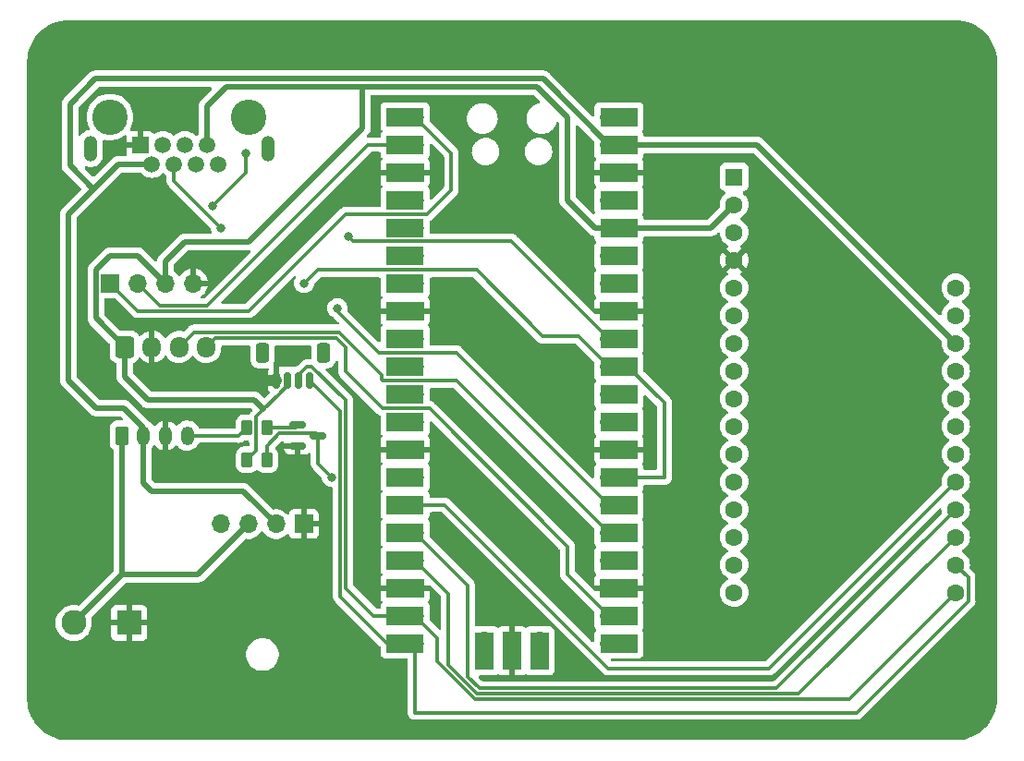
<source format=gbr>
G04 #@! TF.GenerationSoftware,KiCad,Pcbnew,7.0.1*
G04 #@! TF.CreationDate,2023-08-13T11:11:54-05:00*
G04 #@! TF.ProjectId,ControlInputTestRP2040Pico,436f6e74-726f-46c4-996e-707574546573,rev?*
G04 #@! TF.SameCoordinates,Original*
G04 #@! TF.FileFunction,Copper,L1,Top*
G04 #@! TF.FilePolarity,Positive*
%FSLAX46Y46*%
G04 Gerber Fmt 4.6, Leading zero omitted, Abs format (unit mm)*
G04 Created by KiCad (PCBNEW 7.0.1) date 2023-08-13 11:11:54*
%MOMM*%
%LPD*%
G01*
G04 APERTURE LIST*
G04 Aperture macros list*
%AMRoundRect*
0 Rectangle with rounded corners*
0 $1 Rounding radius*
0 $2 $3 $4 $5 $6 $7 $8 $9 X,Y pos of 4 corners*
0 Add a 4 corners polygon primitive as box body*
4,1,4,$2,$3,$4,$5,$6,$7,$8,$9,$2,$3,0*
0 Add four circle primitives for the rounded corners*
1,1,$1+$1,$2,$3*
1,1,$1+$1,$4,$5*
1,1,$1+$1,$6,$7*
1,1,$1+$1,$8,$9*
0 Add four rect primitives between the rounded corners*
20,1,$1+$1,$2,$3,$4,$5,0*
20,1,$1+$1,$4,$5,$6,$7,0*
20,1,$1+$1,$6,$7,$8,$9,0*
20,1,$1+$1,$8,$9,$2,$3,0*%
G04 Aperture macros list end*
G04 #@! TA.AperFunction,SMDPad,CuDef*
%ADD10RoundRect,0.150000X-0.150000X-0.625000X0.150000X-0.625000X0.150000X0.625000X-0.150000X0.625000X0*%
G04 #@! TD*
G04 #@! TA.AperFunction,SMDPad,CuDef*
%ADD11RoundRect,0.250000X-0.350000X-0.650000X0.350000X-0.650000X0.350000X0.650000X-0.350000X0.650000X0*%
G04 #@! TD*
G04 #@! TA.AperFunction,ComponentPad*
%ADD12O,1.700000X1.700000*%
G04 #@! TD*
G04 #@! TA.AperFunction,ComponentPad*
%ADD13R,1.700000X1.700000*%
G04 #@! TD*
G04 #@! TA.AperFunction,SMDPad,CuDef*
%ADD14R,3.500000X1.700000*%
G04 #@! TD*
G04 #@! TA.AperFunction,SMDPad,CuDef*
%ADD15R,1.700000X3.500000*%
G04 #@! TD*
G04 #@! TA.AperFunction,SMDPad,CuDef*
%ADD16RoundRect,0.250000X-0.262500X-0.450000X0.262500X-0.450000X0.262500X0.450000X-0.262500X0.450000X0*%
G04 #@! TD*
G04 #@! TA.AperFunction,SMDPad,CuDef*
%ADD17RoundRect,0.150000X-0.587500X-0.150000X0.587500X-0.150000X0.587500X0.150000X-0.587500X0.150000X0*%
G04 #@! TD*
G04 #@! TA.AperFunction,ComponentPad*
%ADD18RoundRect,0.250000X-0.350000X-0.625000X0.350000X-0.625000X0.350000X0.625000X-0.350000X0.625000X0*%
G04 #@! TD*
G04 #@! TA.AperFunction,ComponentPad*
%ADD19O,1.200000X1.750000*%
G04 #@! TD*
G04 #@! TA.AperFunction,ComponentPad*
%ADD20RoundRect,0.250000X-0.600000X-0.725000X0.600000X-0.725000X0.600000X0.725000X-0.600000X0.725000X0*%
G04 #@! TD*
G04 #@! TA.AperFunction,ComponentPad*
%ADD21O,1.700000X1.950000*%
G04 #@! TD*
G04 #@! TA.AperFunction,ComponentPad*
%ADD22O,1.259000X2.362000*%
G04 #@! TD*
G04 #@! TA.AperFunction,ComponentPad*
%ADD23R,1.500000X1.500000*%
G04 #@! TD*
G04 #@! TA.AperFunction,ComponentPad*
%ADD24C,1.500000*%
G04 #@! TD*
G04 #@! TA.AperFunction,WasherPad*
%ADD25C,3.250000*%
G04 #@! TD*
G04 #@! TA.AperFunction,ComponentPad*
%ADD26C,2.286000*%
G04 #@! TD*
G04 #@! TA.AperFunction,ComponentPad*
%ADD27R,2.286000X2.286000*%
G04 #@! TD*
G04 #@! TA.AperFunction,ComponentPad*
%ADD28C,1.600000*%
G04 #@! TD*
G04 #@! TA.AperFunction,ComponentPad*
%ADD29R,1.600000X1.600000*%
G04 #@! TD*
G04 #@! TA.AperFunction,ViaPad*
%ADD30C,0.800000*%
G04 #@! TD*
G04 #@! TA.AperFunction,Conductor*
%ADD31C,0.300000*%
G04 #@! TD*
G04 #@! TA.AperFunction,Conductor*
%ADD32C,0.500000*%
G04 #@! TD*
G04 #@! TA.AperFunction,Conductor*
%ADD33C,1.000000*%
G04 #@! TD*
G04 #@! TA.AperFunction,Conductor*
%ADD34C,0.360000*%
G04 #@! TD*
G04 APERTURE END LIST*
D10*
X128300000Y-121920000D03*
X129300000Y-121920000D03*
X130300000Y-121920000D03*
X131300000Y-121920000D03*
D11*
X127000000Y-119395000D03*
X132600000Y-119395000D03*
D12*
X140970000Y-97790000D03*
X140970000Y-100330000D03*
D13*
X140970000Y-102870000D03*
D12*
X140970000Y-105410000D03*
X140970000Y-107950000D03*
X140970000Y-110490000D03*
X140970000Y-113030000D03*
D13*
X140970000Y-115570000D03*
D12*
X140970000Y-118110000D03*
X140970000Y-120650000D03*
X140970000Y-123190000D03*
X140970000Y-125730000D03*
D13*
X140970000Y-128270000D03*
D12*
X140970000Y-130810000D03*
X140970000Y-133350000D03*
X140970000Y-135890000D03*
X140970000Y-138430000D03*
D13*
X140970000Y-140970000D03*
D12*
X140970000Y-143510000D03*
X140970000Y-146050000D03*
X158750000Y-146050000D03*
X158750000Y-143510000D03*
D13*
X158750000Y-140970000D03*
D12*
X158750000Y-138430000D03*
X158750000Y-135890000D03*
X158750000Y-133350000D03*
X158750000Y-130810000D03*
D13*
X158750000Y-128270000D03*
D12*
X158750000Y-125730000D03*
X158750000Y-123190000D03*
X158750000Y-120650000D03*
X158750000Y-118110000D03*
D13*
X158750000Y-115570000D03*
D12*
X158750000Y-113030000D03*
X158750000Y-110490000D03*
X158750000Y-107950000D03*
X158750000Y-105410000D03*
D13*
X158750000Y-102870000D03*
D12*
X158750000Y-100330000D03*
X158750000Y-97790000D03*
D14*
X140070000Y-97790000D03*
X140070000Y-100330000D03*
X140070000Y-102870000D03*
X140070000Y-105410000D03*
X140070000Y-107950000D03*
X140070000Y-110490000D03*
X140070000Y-113030000D03*
X140070000Y-115570000D03*
X140070000Y-118110000D03*
X140070000Y-120650000D03*
X140070000Y-123190000D03*
X140070000Y-125730000D03*
X140070000Y-128270000D03*
X140070000Y-130810000D03*
X140070000Y-133350000D03*
X140070000Y-135890000D03*
X140070000Y-138430000D03*
X140070000Y-140970000D03*
X140070000Y-143510000D03*
X140070000Y-146050000D03*
X159650000Y-97790000D03*
X159650000Y-100330000D03*
X159650000Y-102870000D03*
X159650000Y-105410000D03*
X159650000Y-107950000D03*
X159650000Y-110490000D03*
X159650000Y-113030000D03*
X159650000Y-115570000D03*
X159650000Y-118110000D03*
X159650000Y-120650000D03*
X159650000Y-123190000D03*
X159650000Y-125730000D03*
X159650000Y-128270000D03*
X159650000Y-130810000D03*
X159650000Y-133350000D03*
X159650000Y-135890000D03*
X159650000Y-138430000D03*
X159650000Y-140970000D03*
X159650000Y-143510000D03*
X159650000Y-146050000D03*
D15*
X147320000Y-146720000D03*
D12*
X147320000Y-145820000D03*
D15*
X149860000Y-146720000D03*
D13*
X149860000Y-145820000D03*
D15*
X152400000Y-146720000D03*
D12*
X152400000Y-145820000D03*
D16*
X125580000Y-129200000D03*
X127405000Y-129200000D03*
X125580000Y-126250000D03*
X127405000Y-126250000D03*
D17*
X130205000Y-126050000D03*
X130205000Y-127950000D03*
X132080000Y-127000000D03*
D18*
X114110000Y-127000000D03*
D19*
X116110000Y-127000000D03*
X118110000Y-127000000D03*
X120110000Y-127000000D03*
D13*
X113030000Y-113030000D03*
D12*
X115570000Y-113030000D03*
X118110000Y-113030000D03*
X120650000Y-113030000D03*
D20*
X114360000Y-118855000D03*
D21*
X116860000Y-118855000D03*
X119360000Y-118855000D03*
X121860000Y-118855000D03*
D12*
X123151900Y-135107000D03*
X125691900Y-135107000D03*
X128231900Y-135107000D03*
D13*
X130771900Y-135107000D03*
D22*
X111250000Y-100691950D03*
X127510000Y-100691950D03*
D23*
X115830700Y-100330000D03*
D24*
X116850700Y-102110000D03*
X117860700Y-100330000D03*
X118880700Y-102110000D03*
X119890700Y-100330000D03*
X120910700Y-102110000D03*
X121920700Y-100330000D03*
X122940700Y-102110000D03*
D25*
X113030000Y-97790000D03*
X125730000Y-97790000D03*
D26*
X109701900Y-144167000D03*
D27*
X114781900Y-144167000D03*
D28*
X170207940Y-141378940D03*
X170207940Y-138838940D03*
X190507940Y-113438940D03*
X190507940Y-115978940D03*
X190507940Y-118518940D03*
X190507940Y-121058940D03*
X190507940Y-123598940D03*
X190507940Y-126138940D03*
X190507940Y-128678940D03*
X190507940Y-131218940D03*
X190507940Y-133758940D03*
X190507940Y-136298940D03*
X190507940Y-138838940D03*
X190507940Y-141378940D03*
D29*
X170207940Y-103278940D03*
D28*
X170207940Y-105818940D03*
X170207940Y-108358940D03*
X170207940Y-110898940D03*
X170207940Y-113438940D03*
X170207940Y-115978940D03*
X170207940Y-118518940D03*
X170207940Y-121058940D03*
X170207940Y-123598940D03*
X170207940Y-126138940D03*
X170207940Y-128678940D03*
X170207940Y-131218940D03*
X170207940Y-133758940D03*
X170207940Y-136298940D03*
D30*
X125476000Y-101092000D03*
X122428000Y-105918000D03*
X126238000Y-121920000D03*
X123190000Y-107950000D03*
X134874000Y-108712000D03*
X130810000Y-113030000D03*
X133858000Y-115316000D03*
X133350000Y-130810000D03*
D31*
X131876800Y-126796800D02*
X132080000Y-127000000D01*
X128549400Y-126796800D02*
X131876800Y-126796800D01*
X127405000Y-127941200D02*
X128549400Y-126796800D01*
X127405000Y-129200000D02*
X127405000Y-127941200D01*
D32*
X126263400Y-123723400D02*
X127121054Y-124581054D01*
X114360000Y-121573600D02*
X116509800Y-123723400D01*
X116509800Y-123723400D02*
X126263400Y-123723400D01*
X114360000Y-118855000D02*
X114360000Y-121573600D01*
D31*
X125730000Y-115570000D02*
X115570000Y-115570000D01*
X115570000Y-115570000D02*
X113030000Y-113030000D01*
X144297400Y-104482600D02*
X142100000Y-106680000D01*
X142100000Y-106680000D02*
X134620000Y-106680000D01*
X134620000Y-106680000D02*
X125730000Y-115570000D01*
X140970000Y-97790000D02*
X144297400Y-101117400D01*
X144297400Y-101117400D02*
X144297400Y-104482600D01*
X117610499Y-115070499D02*
X115570000Y-113030000D01*
X121936901Y-115070499D02*
X117610499Y-115070499D01*
X136677400Y-100330000D02*
X121936901Y-115070499D01*
X140970000Y-100330000D02*
X136677400Y-100330000D01*
X158699200Y-148336000D02*
X143713200Y-133350000D01*
X173390880Y-148336000D02*
X158699200Y-148336000D01*
X190507940Y-131218940D02*
X173390880Y-148336000D01*
X143713200Y-133350000D02*
X140970000Y-133350000D01*
X145796000Y-140716000D02*
X140970000Y-135890000D01*
X145796000Y-149098000D02*
X145796000Y-140716000D01*
X146862800Y-150164800D02*
X145796000Y-149098000D01*
X174102080Y-150164800D02*
X146862800Y-150164800D01*
X190507940Y-133758940D02*
X174102080Y-150164800D01*
X180723078Y-151163802D02*
X190507940Y-141378940D01*
X146448999Y-151163802D02*
X180723078Y-151163802D01*
X140970000Y-143510000D02*
X143010499Y-145550499D01*
X143010499Y-147725302D02*
X146448999Y-151163802D01*
X144018000Y-148026402D02*
X144018000Y-141478000D01*
X146655899Y-150664301D02*
X144018000Y-148026402D01*
X144018000Y-141478000D02*
X140970000Y-138430000D01*
X143010499Y-145550499D02*
X143010499Y-147725302D01*
X190507940Y-136298940D02*
X176142579Y-150664301D01*
X176142579Y-150664301D02*
X146655899Y-150664301D01*
D32*
X136144000Y-98806000D02*
X136144000Y-94996000D01*
X125730000Y-109220000D02*
X136144000Y-98806000D01*
X119888000Y-109220000D02*
X125730000Y-109220000D01*
X118110000Y-110998000D02*
X119888000Y-109220000D01*
X118110000Y-113030000D02*
X118110000Y-110998000D01*
X111646701Y-94296499D02*
X109347000Y-96596200D01*
X152716499Y-94296499D02*
X111646701Y-94296499D01*
X158750000Y-100330000D02*
X152716499Y-94296499D01*
X109347000Y-96596200D02*
X109347000Y-102209600D01*
X111518700Y-104381300D02*
X109220000Y-106680000D01*
X109347000Y-102209600D02*
X111518700Y-104381300D01*
X113790000Y-102110000D02*
X111518700Y-104381300D01*
X136144000Y-94996000D02*
X123698000Y-94996000D01*
X152146000Y-94996000D02*
X136144000Y-94996000D01*
X121920700Y-96773300D02*
X121920700Y-100330000D01*
X154940000Y-97790000D02*
X152146000Y-94996000D01*
X154940000Y-105410000D02*
X154940000Y-97790000D01*
X123698000Y-94996000D02*
X121920700Y-96773300D01*
X157480000Y-107950000D02*
X154940000Y-105410000D01*
X158750000Y-107950000D02*
X157480000Y-107950000D01*
D31*
X125476000Y-102870000D02*
X125476000Y-101092000D01*
X122428000Y-105918000D02*
X125476000Y-102870000D01*
D32*
X121098900Y-139700000D02*
X114110000Y-139700000D01*
X114110000Y-139700000D02*
X114110000Y-127000000D01*
X125691900Y-135107000D02*
X121098900Y-139700000D01*
X114110000Y-139758900D02*
X114110000Y-139700000D01*
D33*
X128300000Y-121920000D02*
X126238000Y-121920000D01*
D31*
X123190000Y-107950000D02*
X118880700Y-103640700D01*
X118880700Y-103640700D02*
X118880700Y-102110000D01*
X135312000Y-109150000D02*
X134874000Y-108712000D01*
X149790000Y-109150000D02*
X135312000Y-109150000D01*
X158750000Y-118110000D02*
X149790000Y-109150000D01*
D34*
X152654000Y-117856000D02*
X146598000Y-111800000D01*
X155956000Y-117856000D02*
X152654000Y-117856000D01*
X146598000Y-111800000D02*
X132040000Y-111800000D01*
X132040000Y-111800000D02*
X130810000Y-113030000D01*
X158750000Y-120650000D02*
X155956000Y-117856000D01*
D31*
X133858000Y-115570000D02*
X133858000Y-115316000D01*
X137668000Y-119380000D02*
X133858000Y-115570000D01*
X144780000Y-119380000D02*
X137668000Y-119380000D01*
X158750000Y-133350000D02*
X144780000Y-119380000D01*
D32*
X172319000Y-100330000D02*
X190507940Y-118518940D01*
X158750000Y-100330000D02*
X172319000Y-100330000D01*
D34*
X160470000Y-120650000D02*
X158750000Y-120650000D01*
X163830000Y-130810000D02*
X163830000Y-124010000D01*
X158750000Y-130810000D02*
X163830000Y-130810000D01*
X163830000Y-124010000D02*
X160470000Y-120650000D01*
X144780000Y-121920000D02*
X158750000Y-135890000D01*
X137980000Y-121920000D02*
X144780000Y-121920000D01*
X137940000Y-121880000D02*
X137980000Y-121920000D01*
X137940000Y-121430000D02*
X137940000Y-121880000D01*
X134010000Y-117500000D02*
X137940000Y-121430000D01*
X120715000Y-117500000D02*
X134010000Y-117500000D01*
X119360000Y-118855000D02*
X120715000Y-117500000D01*
X154940000Y-139700000D02*
X158750000Y-143510000D01*
X133778247Y-118059501D02*
X134620000Y-118901254D01*
X122655499Y-118059501D02*
X133778247Y-118059501D01*
X134620000Y-121100000D02*
X138020000Y-124500000D01*
X134620000Y-118901254D02*
X134620000Y-121100000D01*
X121860000Y-118855000D02*
X122655499Y-118059501D01*
X142280000Y-124500000D02*
X154940000Y-137160000D01*
X138020000Y-124500000D02*
X142280000Y-124500000D01*
X154940000Y-137160000D02*
X154940000Y-139700000D01*
D32*
X115570000Y-110490000D02*
X118110000Y-113030000D01*
X113030000Y-110490000D02*
X115570000Y-110490000D01*
X111730000Y-111790000D02*
X113030000Y-110490000D01*
X111730000Y-116225000D02*
X111730000Y-111790000D01*
X114360000Y-118855000D02*
X111730000Y-116225000D01*
D31*
X132080000Y-129540000D02*
X133350000Y-130810000D01*
X132080000Y-127000000D02*
X132080000Y-129540000D01*
X134620000Y-123757893D02*
X134620000Y-140970000D01*
X131512107Y-120650000D02*
X134620000Y-123757893D01*
X134620000Y-140970000D02*
X137160000Y-143510000D01*
X130300000Y-121920000D02*
X130300000Y-121437893D01*
X131087893Y-120650000D02*
X131512107Y-120650000D01*
X130300000Y-121437893D02*
X131087893Y-120650000D01*
X138430000Y-146050000D02*
X140970000Y-146050000D01*
X137160000Y-143510000D02*
X140970000Y-143510000D01*
X134120499Y-124740499D02*
X134120499Y-141740499D01*
X131300000Y-121920000D02*
X134120499Y-124740499D01*
X134120499Y-141740499D02*
X138430000Y-146050000D01*
X140970000Y-152400000D02*
X140970000Y-146050000D01*
X191657940Y-142177060D02*
X181435000Y-152400000D01*
X191657940Y-139988940D02*
X191657940Y-142177060D01*
X181435000Y-152400000D02*
X140970000Y-152400000D01*
X190507940Y-138838940D02*
X191657940Y-139988940D01*
X126442500Y-125259607D02*
X127121054Y-124581054D01*
X127121054Y-124581054D02*
X128512107Y-123190000D01*
D32*
X168076880Y-107950000D02*
X170207940Y-105818940D01*
X158750000Y-107950000D02*
X168076880Y-107950000D01*
D31*
X125580000Y-129200000D02*
X126442500Y-128337500D01*
X126442500Y-128337500D02*
X126442500Y-125259607D01*
X129300000Y-122402107D02*
X128512107Y-123190000D01*
X129300000Y-121920000D02*
X129300000Y-122402107D01*
X127405000Y-126250000D02*
X130005000Y-126250000D01*
X130005000Y-126250000D02*
X130205000Y-126050000D01*
X124830000Y-127000000D02*
X125580000Y-126250000D01*
X120110000Y-127000000D02*
X124830000Y-127000000D01*
D32*
X116110000Y-126270000D02*
X116110000Y-127000000D01*
X111760000Y-124460000D02*
X114300000Y-124460000D01*
X109220000Y-121920000D02*
X111760000Y-124460000D01*
X109220000Y-106680000D02*
X109220000Y-121920000D01*
X116850700Y-102110000D02*
X113790000Y-102110000D01*
X114300000Y-124460000D02*
X116110000Y-126270000D01*
X116110000Y-131350000D02*
X116110000Y-127000000D01*
X116840000Y-132080000D02*
X116110000Y-131350000D01*
X125204900Y-132080000D02*
X116840000Y-132080000D01*
X128231900Y-135107000D02*
X125204900Y-132080000D01*
X109701900Y-144167000D02*
X114110000Y-139758900D01*
G04 #@! TA.AperFunction,Conductor*
G36*
X189111814Y-133649207D02*
G01*
X189168682Y-133690904D01*
X189194240Y-133756626D01*
X189194442Y-133758937D01*
X189194442Y-133758940D01*
X189214397Y-133987027D01*
X189220830Y-134011036D01*
X189223928Y-134022595D01*
X189223928Y-134087818D01*
X189191316Y-134144302D01*
X173866225Y-149469395D01*
X173825348Y-149496709D01*
X173777130Y-149506300D01*
X147187750Y-149506300D01*
X147139532Y-149496709D01*
X147098655Y-149469395D01*
X146822855Y-149193595D01*
X146792117Y-149143436D01*
X146787501Y-149084789D01*
X146810014Y-149030439D01*
X146854747Y-148992233D01*
X146911950Y-148978500D01*
X148218638Y-148978500D01*
X148279201Y-148971989D01*
X148416204Y-148920889D01*
X148514909Y-148846998D01*
X148563633Y-148824747D01*
X148617200Y-148824747D01*
X148665927Y-148846999D01*
X148764039Y-148920446D01*
X148900906Y-148971494D01*
X148961411Y-148978000D01*
X149606000Y-148978000D01*
X150114000Y-148978000D01*
X150758589Y-148978000D01*
X150819093Y-148971494D01*
X150955960Y-148920446D01*
X151054072Y-148847000D01*
X151102798Y-148824748D01*
X151156365Y-148824747D01*
X151205091Y-148847000D01*
X151303794Y-148920888D01*
X151303795Y-148920888D01*
X151303796Y-148920889D01*
X151440799Y-148971989D01*
X151501362Y-148978500D01*
X153298638Y-148978500D01*
X153359201Y-148971989D01*
X153496204Y-148920889D01*
X153613261Y-148833261D01*
X153700889Y-148716204D01*
X153751989Y-148579201D01*
X153758500Y-148518638D01*
X153758500Y-145881405D01*
X153758930Y-145871000D01*
X153759017Y-145869944D01*
X153763156Y-145820000D01*
X153758930Y-145769000D01*
X153758500Y-145758595D01*
X153758500Y-144921362D01*
X153758255Y-144919084D01*
X153751989Y-144860799D01*
X153700889Y-144723796D01*
X153700489Y-144723261D01*
X153613261Y-144606738D01*
X153496205Y-144519111D01*
X153362391Y-144469201D01*
X153359201Y-144468011D01*
X153298638Y-144461500D01*
X151501362Y-144461500D01*
X151440799Y-144468011D01*
X151303794Y-144519111D01*
X151205091Y-144592999D01*
X151156365Y-144615252D01*
X151102799Y-144615251D01*
X151054073Y-144592999D01*
X150955962Y-144519554D01*
X150819093Y-144468505D01*
X150758589Y-144462000D01*
X150114000Y-144462000D01*
X150114000Y-148978000D01*
X149606000Y-148978000D01*
X149606000Y-144462000D01*
X148961411Y-144462000D01*
X148900906Y-144468505D01*
X148764037Y-144519554D01*
X148665926Y-144592999D01*
X148617200Y-144615252D01*
X148563634Y-144615251D01*
X148514908Y-144592999D01*
X148416205Y-144519111D01*
X148282391Y-144469201D01*
X148279201Y-144468011D01*
X148218638Y-144461500D01*
X146580500Y-144461500D01*
X146517500Y-144444619D01*
X146471381Y-144398500D01*
X146454500Y-144335500D01*
X146454500Y-140802614D01*
X146456872Y-140781125D01*
X146456788Y-140778465D01*
X146456789Y-140778463D01*
X146454562Y-140707612D01*
X146454500Y-140703654D01*
X146454500Y-140674575D01*
X146454500Y-140674568D01*
X146453943Y-140670162D01*
X146453012Y-140658335D01*
X146451562Y-140612169D01*
X146445578Y-140591574D01*
X146441570Y-140572217D01*
X146438882Y-140550936D01*
X146421874Y-140507978D01*
X146418030Y-140496751D01*
X146417639Y-140495405D01*
X146405145Y-140452400D01*
X146394224Y-140433935D01*
X146385531Y-140416189D01*
X146377635Y-140396244D01*
X146350473Y-140358860D01*
X146343964Y-140348950D01*
X146320453Y-140309193D01*
X146305288Y-140294028D01*
X146292447Y-140278994D01*
X146279840Y-140261642D01*
X146244246Y-140232196D01*
X146235467Y-140224207D01*
X142365405Y-136354145D01*
X142338091Y-136313268D01*
X142328500Y-136265050D01*
X142328500Y-135951405D01*
X142328930Y-135941000D01*
X142329024Y-135939858D01*
X142333156Y-135890000D01*
X142328930Y-135839000D01*
X142328500Y-135828595D01*
X142328500Y-134991362D01*
X142328499Y-134991361D01*
X142321989Y-134930799D01*
X142270889Y-134793796D01*
X142249434Y-134765135D01*
X142197312Y-134695508D01*
X142175059Y-134646782D01*
X142175060Y-134593215D01*
X142197312Y-134544490D01*
X142270889Y-134446204D01*
X142321989Y-134309201D01*
X142328500Y-134248638D01*
X142328500Y-134134500D01*
X142345381Y-134071500D01*
X142391500Y-134025381D01*
X142454500Y-134008500D01*
X143388250Y-134008500D01*
X143436468Y-134018091D01*
X143477345Y-134045405D01*
X158172323Y-148740382D01*
X158185845Y-148757259D01*
X158187783Y-148759079D01*
X158187784Y-148759080D01*
X158214585Y-148784248D01*
X158239472Y-148807618D01*
X158242283Y-148810342D01*
X158262867Y-148830926D01*
X158266370Y-148833643D01*
X158275386Y-148841343D01*
X158309067Y-148872972D01*
X158327860Y-148883303D01*
X158344376Y-148894152D01*
X158361331Y-148907304D01*
X158403442Y-148925527D01*
X158403731Y-148925652D01*
X158414380Y-148930868D01*
X158454863Y-148953124D01*
X158475640Y-148958458D01*
X158494335Y-148964859D01*
X158514023Y-148973379D01*
X158559654Y-148980606D01*
X158571254Y-148983008D01*
X158616012Y-148994500D01*
X158637458Y-148994500D01*
X158657168Y-148996050D01*
X158678351Y-148999406D01*
X158724335Y-148995059D01*
X158736194Y-148994500D01*
X173304269Y-148994500D01*
X173325754Y-148996871D01*
X173328414Y-148996787D01*
X173328417Y-148996788D01*
X173399249Y-148994561D01*
X173403207Y-148994500D01*
X173432314Y-148994500D01*
X173436705Y-148993945D01*
X173448542Y-148993012D01*
X173494711Y-148991562D01*
X173506292Y-148988196D01*
X173515298Y-148985581D01*
X173534660Y-148981570D01*
X173555944Y-148978882D01*
X173598912Y-148961869D01*
X173610111Y-148958035D01*
X173654480Y-148945145D01*
X173672944Y-148934224D01*
X173690687Y-148925532D01*
X173710636Y-148917635D01*
X173748028Y-148890466D01*
X173757905Y-148883978D01*
X173797687Y-148860453D01*
X173812854Y-148845285D01*
X173827886Y-148832447D01*
X173845234Y-148819843D01*
X173845233Y-148819843D01*
X173845237Y-148819841D01*
X173874692Y-148784233D01*
X173882661Y-148775477D01*
X188979626Y-133678511D01*
X189041448Y-133644595D01*
X189111814Y-133649207D01*
G37*
G04 #@! TD.AperFunction*
G04 #@! TA.AperFunction,Conductor*
G36*
X151827847Y-95764091D02*
G01*
X151868724Y-95791405D01*
X152395183Y-96317864D01*
X152427852Y-96374564D01*
X152427678Y-96440002D01*
X152394708Y-96496527D01*
X152337836Y-96528893D01*
X152321703Y-96533094D01*
X152296496Y-96539657D01*
X152285489Y-96542003D01*
X152238052Y-96549919D01*
X152182815Y-96568881D01*
X152173657Y-96571641D01*
X152114071Y-96587157D01*
X152070492Y-96606855D01*
X152059513Y-96611210D01*
X152017273Y-96625712D01*
X151962884Y-96655144D01*
X151954822Y-96659141D01*
X151895597Y-96685914D01*
X151858816Y-96710773D01*
X151848231Y-96717193D01*
X151811986Y-96736807D01*
X151760479Y-96776897D01*
X151753647Y-96781855D01*
X151696954Y-96820173D01*
X151667382Y-96848515D01*
X151657593Y-96856976D01*
X151627780Y-96880181D01*
X151581254Y-96930720D01*
X151575741Y-96936345D01*
X151523856Y-96986073D01*
X151501545Y-97016239D01*
X151492949Y-97026645D01*
X151469684Y-97051918D01*
X151430231Y-97112305D01*
X151426054Y-97118311D01*
X151381281Y-97178849D01*
X151365940Y-97209274D01*
X151358919Y-97221456D01*
X151342018Y-97247326D01*
X151311664Y-97316524D01*
X151308787Y-97322632D01*
X151273342Y-97392933D01*
X151264372Y-97422223D01*
X151259286Y-97435931D01*
X151248249Y-97461094D01*
X151228859Y-97537667D01*
X151227192Y-97543631D01*
X151203135Y-97622184D01*
X151199681Y-97649158D01*
X151196848Y-97664075D01*
X151190948Y-97687375D01*
X151184140Y-97769524D01*
X151183551Y-97775118D01*
X151172682Y-97860006D01*
X151173689Y-97883740D01*
X151173372Y-97899480D01*
X151171672Y-97919997D01*
X151178763Y-98005576D01*
X151179079Y-98010632D01*
X151182856Y-98099550D01*
X151187136Y-98119408D01*
X151189533Y-98135544D01*
X151190948Y-98152623D01*
X151212865Y-98239175D01*
X151213892Y-98243557D01*
X151227256Y-98305566D01*
X151233370Y-98333931D01*
X151239660Y-98349584D01*
X151244888Y-98365627D01*
X151246466Y-98371861D01*
X151248249Y-98378902D01*
X151248251Y-98378907D01*
X151265304Y-98417784D01*
X151285490Y-98463803D01*
X151287014Y-98467431D01*
X151314382Y-98535538D01*
X151322769Y-98556408D01*
X151329801Y-98567829D01*
X151337896Y-98583277D01*
X151342014Y-98592666D01*
X151342016Y-98592669D01*
X151394643Y-98673222D01*
X151396383Y-98675965D01*
X151448476Y-98760569D01*
X151455070Y-98768062D01*
X151465959Y-98782378D01*
X151469686Y-98788083D01*
X151497528Y-98818327D01*
X151537125Y-98861341D01*
X151539007Y-98863432D01*
X151579367Y-98909289D01*
X151606881Y-98940551D01*
X151611954Y-98944647D01*
X151625504Y-98957346D01*
X151627776Y-98959815D01*
X151709084Y-99023100D01*
X151710814Y-99024471D01*
X151793424Y-99091175D01*
X151796110Y-99092675D01*
X151811914Y-99103153D01*
X151905581Y-99153842D01*
X151907005Y-99154624D01*
X152000594Y-99206906D01*
X152003023Y-99208263D01*
X152014269Y-99213255D01*
X152017269Y-99214285D01*
X152017273Y-99214287D01*
X152121364Y-99250022D01*
X152122121Y-99250285D01*
X152228806Y-99287980D01*
X152231795Y-99289036D01*
X152238046Y-99290079D01*
X152238049Y-99290080D01*
X152350044Y-99308768D01*
X152350141Y-99308784D01*
X152465119Y-99328500D01*
X152468288Y-99328500D01*
X152644827Y-99328500D01*
X152701712Y-99328500D01*
X152755935Y-99319451D01*
X152765976Y-99318188D01*
X152823898Y-99313259D01*
X152873494Y-99300344D01*
X152884500Y-99297997D01*
X152931951Y-99290080D01*
X152987190Y-99271115D01*
X152996350Y-99268356D01*
X153055924Y-99252844D01*
X153099505Y-99233144D01*
X153110472Y-99228792D01*
X153152727Y-99214287D01*
X153207128Y-99184845D01*
X153215137Y-99180874D01*
X153274402Y-99154086D01*
X153311192Y-99129219D01*
X153321755Y-99122812D01*
X153358017Y-99103190D01*
X153409527Y-99063096D01*
X153416354Y-99058142D01*
X153453233Y-99033217D01*
X153473047Y-99019825D01*
X153502622Y-98991478D01*
X153512397Y-98983028D01*
X153542220Y-98959818D01*
X153588767Y-98909253D01*
X153594235Y-98903675D01*
X153646144Y-98853925D01*
X153668451Y-98823764D01*
X153677056Y-98813348D01*
X153692325Y-98796761D01*
X153700314Y-98788083D01*
X153739774Y-98727682D01*
X153743941Y-98721694D01*
X153760372Y-98699477D01*
X153788715Y-98661157D01*
X153804056Y-98630728D01*
X153811083Y-98618537D01*
X153827983Y-98592670D01*
X153827984Y-98592669D01*
X153858343Y-98523453D01*
X153861204Y-98517382D01*
X153881574Y-98476979D01*
X153896655Y-98447072D01*
X153896657Y-98447067D01*
X153905631Y-98417761D01*
X153910709Y-98404072D01*
X153921749Y-98378907D01*
X153933138Y-98333931D01*
X153933356Y-98333072D01*
X153961632Y-98279951D01*
X154011320Y-98246003D01*
X154071085Y-98238971D01*
X154127296Y-98260459D01*
X154167129Y-98305566D01*
X154181500Y-98364003D01*
X154181500Y-105345559D01*
X154180170Y-105363820D01*
X154176659Y-105387788D01*
X154181021Y-105437647D01*
X154181500Y-105448628D01*
X154181500Y-105454184D01*
X154185135Y-105485290D01*
X154185507Y-105488932D01*
X154192228Y-105565744D01*
X154196469Y-105584873D01*
X154222846Y-105657342D01*
X154224049Y-105660804D01*
X154248304Y-105734000D01*
X154256837Y-105751627D01*
X154299232Y-105816084D01*
X154301171Y-105819127D01*
X154340970Y-105883651D01*
X154341674Y-105884792D01*
X154354038Y-105899967D01*
X154354998Y-105900873D01*
X154354999Y-105900874D01*
X154410155Y-105952911D01*
X154412784Y-105955465D01*
X156898092Y-108440773D01*
X156910060Y-108454620D01*
X156924531Y-108474058D01*
X156944651Y-108490941D01*
X156962870Y-108506228D01*
X156970974Y-108513655D01*
X156974899Y-108517580D01*
X156999502Y-108537034D01*
X157002284Y-108539300D01*
X157060360Y-108588032D01*
X157061378Y-108588886D01*
X157077887Y-108599403D01*
X157079090Y-108599964D01*
X157079094Y-108599967D01*
X157147867Y-108632035D01*
X157151036Y-108633570D01*
X157215513Y-108665952D01*
X157220001Y-108668206D01*
X157238494Y-108674634D01*
X157256710Y-108678395D01*
X157290977Y-108685470D01*
X157342687Y-108709277D01*
X157378640Y-108753412D01*
X157391500Y-108808867D01*
X157391500Y-108848638D01*
X157398011Y-108909200D01*
X157449111Y-109046205D01*
X157522687Y-109144491D01*
X157544939Y-109193217D01*
X157544939Y-109246783D01*
X157522687Y-109295509D01*
X157449111Y-109393794D01*
X157398011Y-109530799D01*
X157391500Y-109591362D01*
X157391500Y-110428595D01*
X157391070Y-110439000D01*
X157386844Y-110490000D01*
X157391070Y-110541000D01*
X157391500Y-110551405D01*
X157391500Y-111388638D01*
X157398011Y-111449201D01*
X157404558Y-111466753D01*
X157449111Y-111586205D01*
X157522687Y-111684491D01*
X157544939Y-111733217D01*
X157544939Y-111786783D01*
X157522687Y-111835509D01*
X157449111Y-111933794D01*
X157398011Y-112070799D01*
X157391500Y-112131362D01*
X157391500Y-112968595D01*
X157391070Y-112979000D01*
X157386844Y-113029999D01*
X157391070Y-113081000D01*
X157391500Y-113091405D01*
X157391500Y-113928638D01*
X157398011Y-113989200D01*
X157449111Y-114126205D01*
X157522999Y-114224908D01*
X157545251Y-114273634D01*
X157545252Y-114327200D01*
X157522999Y-114375926D01*
X157449554Y-114474037D01*
X157398505Y-114610906D01*
X157392000Y-114671411D01*
X157392000Y-115316000D01*
X161908000Y-115316000D01*
X161908000Y-114671411D01*
X161901494Y-114610906D01*
X161850446Y-114474039D01*
X161776999Y-114375927D01*
X161754747Y-114327200D01*
X161754747Y-114273633D01*
X161777000Y-114224908D01*
X161850889Y-114126204D01*
X161901989Y-113989201D01*
X161908500Y-113928638D01*
X161908500Y-112131362D01*
X161901989Y-112070799D01*
X161850889Y-111933796D01*
X161777310Y-111835507D01*
X161755060Y-111786784D01*
X161755060Y-111733216D01*
X161777312Y-111684491D01*
X161850889Y-111586204D01*
X161901989Y-111449201D01*
X161908500Y-111388638D01*
X161908500Y-110898940D01*
X168894944Y-110898940D01*
X168914891Y-111126939D01*
X168974126Y-111348010D01*
X169070852Y-111555437D01*
X169120840Y-111626827D01*
X169848729Y-110898941D01*
X170567150Y-110898941D01*
X171295037Y-111626828D01*
X171295039Y-111626828D01*
X171345027Y-111555438D01*
X171441753Y-111348010D01*
X171500988Y-111126939D01*
X171520935Y-110898940D01*
X171500988Y-110670940D01*
X171441753Y-110449869D01*
X171345025Y-110242437D01*
X171295040Y-110171050D01*
X171295038Y-110171050D01*
X170567150Y-110898940D01*
X170567150Y-110898941D01*
X169848729Y-110898941D01*
X169848730Y-110898940D01*
X169848730Y-110898939D01*
X169120840Y-110171049D01*
X169070853Y-110242439D01*
X168974126Y-110449869D01*
X168914891Y-110670940D01*
X168894944Y-110898940D01*
X161908500Y-110898940D01*
X161908500Y-109591362D01*
X161901989Y-109530799D01*
X161850889Y-109393796D01*
X161777310Y-109295507D01*
X161755060Y-109246784D01*
X161755060Y-109193216D01*
X161777312Y-109144491D01*
X161850889Y-109046204D01*
X161901989Y-108909201D01*
X161908500Y-108848638D01*
X161908500Y-108834500D01*
X161925381Y-108771500D01*
X161971500Y-108725381D01*
X162034500Y-108708500D01*
X168012439Y-108708500D01*
X168030700Y-108709830D01*
X168054669Y-108713341D01*
X168101133Y-108709275D01*
X168104527Y-108708979D01*
X168115508Y-108708500D01*
X168121057Y-108708500D01*
X168121060Y-108708500D01*
X168152181Y-108704861D01*
X168155769Y-108704495D01*
X168231306Y-108697887D01*
X168231310Y-108697885D01*
X168232631Y-108697770D01*
X168251736Y-108693535D01*
X168252986Y-108693079D01*
X168252993Y-108693079D01*
X168324280Y-108667132D01*
X168327649Y-108665961D01*
X168399618Y-108642114D01*
X168399619Y-108642112D01*
X168400887Y-108641693D01*
X168418493Y-108633169D01*
X168419605Y-108632437D01*
X168419612Y-108632435D01*
X168483018Y-108590730D01*
X168486041Y-108588806D01*
X168487296Y-108588032D01*
X168550531Y-108549030D01*
X168550532Y-108549028D01*
X168551668Y-108548328D01*
X168566839Y-108535970D01*
X168567751Y-108535002D01*
X168567754Y-108535001D01*
X168619809Y-108479824D01*
X168622328Y-108477231D01*
X168691003Y-108408556D01*
X168752825Y-108374640D01*
X168823190Y-108379252D01*
X168880058Y-108420949D01*
X168905617Y-108486671D01*
X168914397Y-108587027D01*
X168973655Y-108808183D01*
X169070417Y-109015690D01*
X169201744Y-109203243D01*
X169363636Y-109365135D01*
X169363639Y-109365137D01*
X169363640Y-109365138D01*
X169551191Y-109496463D01*
X169590258Y-109514680D01*
X169590989Y-109515021D01*
X169644006Y-109561516D01*
X169663739Y-109629215D01*
X169644007Y-109696915D01*
X169590990Y-109743410D01*
X169551442Y-109761851D01*
X169480049Y-109811840D01*
X170207939Y-110539730D01*
X170207940Y-110539730D01*
X170935828Y-109811839D01*
X170864437Y-109761852D01*
X170824890Y-109743411D01*
X170771873Y-109696915D01*
X170752140Y-109629215D01*
X170771873Y-109561516D01*
X170824891Y-109515021D01*
X170850417Y-109503118D01*
X170864689Y-109496463D01*
X171052240Y-109365138D01*
X171214138Y-109203240D01*
X171345463Y-109015689D01*
X171442224Y-108808183D01*
X171501483Y-108587027D01*
X171521438Y-108358940D01*
X171501483Y-108130853D01*
X171449886Y-107938290D01*
X171442224Y-107909696D01*
X171345462Y-107702189D01*
X171214135Y-107514636D01*
X171052243Y-107352744D01*
X170864688Y-107221416D01*
X170825483Y-107203135D01*
X170772465Y-107156640D01*
X170752732Y-107088940D01*
X170772465Y-107021240D01*
X170825483Y-106974745D01*
X170830103Y-106972590D01*
X170864689Y-106956463D01*
X171052240Y-106825138D01*
X171214138Y-106663240D01*
X171345463Y-106475689D01*
X171442224Y-106268183D01*
X171501483Y-106047027D01*
X171521438Y-105818940D01*
X171501483Y-105590853D01*
X171442224Y-105369697D01*
X171435038Y-105354287D01*
X171345462Y-105162189D01*
X171238530Y-105009476D01*
X171214138Y-104974640D01*
X171214137Y-104974639D01*
X171214135Y-104974636D01*
X171052243Y-104812744D01*
X171048938Y-104810430D01*
X171009170Y-104764864D01*
X170995215Y-104706017D01*
X171010288Y-104647446D01*
X171050918Y-104602646D01*
X171107740Y-104581939D01*
X171117141Y-104580929D01*
X171254144Y-104529829D01*
X171371201Y-104442201D01*
X171458829Y-104325144D01*
X171509929Y-104188141D01*
X171516440Y-104127578D01*
X171516440Y-102430302D01*
X171509929Y-102369739D01*
X171458829Y-102232736D01*
X171440935Y-102208832D01*
X171371201Y-102115678D01*
X171254145Y-102028051D01*
X171185642Y-102002500D01*
X171117141Y-101976951D01*
X171056578Y-101970440D01*
X169359302Y-101970440D01*
X169298739Y-101976951D01*
X169161734Y-102028051D01*
X169044678Y-102115678D01*
X168957051Y-102232734D01*
X168908082Y-102364026D01*
X168905951Y-102369739D01*
X168899440Y-102430302D01*
X168899440Y-104127578D01*
X168905951Y-104188141D01*
X168916003Y-104215091D01*
X168957051Y-104325145D01*
X169044678Y-104442201D01*
X169161734Y-104529828D01*
X169161735Y-104529828D01*
X169161736Y-104529829D01*
X169298739Y-104580929D01*
X169308138Y-104581939D01*
X169364961Y-104602645D01*
X169405590Y-104647444D01*
X169420664Y-104706014D01*
X169406711Y-104764861D01*
X169366945Y-104810427D01*
X169363638Y-104812742D01*
X169201744Y-104974636D01*
X169070417Y-105162189D01*
X168973655Y-105369696D01*
X168914397Y-105590852D01*
X168894442Y-105818940D01*
X168908694Y-105981854D01*
X168901574Y-106035929D01*
X168872268Y-106081929D01*
X167799601Y-107154597D01*
X167758727Y-107181909D01*
X167710509Y-107191500D01*
X162034500Y-107191500D01*
X161971500Y-107174619D01*
X161925381Y-107128500D01*
X161908500Y-107065500D01*
X161908500Y-107051362D01*
X161907440Y-107041500D01*
X161901989Y-106990799D01*
X161850889Y-106853796D01*
X161850888Y-106853794D01*
X161777312Y-106755508D01*
X161755059Y-106706782D01*
X161755060Y-106653215D01*
X161777312Y-106604490D01*
X161850889Y-106506204D01*
X161901989Y-106369201D01*
X161908500Y-106308638D01*
X161908500Y-104511362D01*
X161901989Y-104450799D01*
X161850889Y-104313796D01*
X161850888Y-104313794D01*
X161777000Y-104215091D01*
X161754747Y-104166365D01*
X161754748Y-104112798D01*
X161777000Y-104064072D01*
X161850446Y-103965960D01*
X161901494Y-103829093D01*
X161908000Y-103768589D01*
X161908000Y-103124000D01*
X157392000Y-103124000D01*
X157392000Y-103768589D01*
X157398505Y-103829093D01*
X157449554Y-103965962D01*
X157522999Y-104064073D01*
X157545251Y-104112799D01*
X157545252Y-104166365D01*
X157522999Y-104215091D01*
X157449111Y-104313794D01*
X157398011Y-104450799D01*
X157391500Y-104511362D01*
X157391500Y-105348595D01*
X157391070Y-105359000D01*
X157386844Y-105410000D01*
X157391070Y-105461000D01*
X157391500Y-105471405D01*
X157391500Y-106308638D01*
X157398011Y-106369200D01*
X157449079Y-106506120D01*
X157454858Y-106573409D01*
X157425059Y-106634016D01*
X157368244Y-106670529D01*
X157300735Y-106672457D01*
X157241928Y-106639247D01*
X155735405Y-105132724D01*
X155708091Y-105091847D01*
X155698500Y-105043629D01*
X155698500Y-98655371D01*
X155712233Y-98598168D01*
X155750439Y-98553435D01*
X155804789Y-98530922D01*
X155863436Y-98535538D01*
X155913595Y-98566276D01*
X157354595Y-100007276D01*
X157381909Y-100048153D01*
X157391500Y-100096371D01*
X157391500Y-100268595D01*
X157391070Y-100279000D01*
X157386844Y-100329999D01*
X157391070Y-100381000D01*
X157391500Y-100391405D01*
X157391500Y-101228638D01*
X157398011Y-101289201D01*
X157421069Y-101351021D01*
X157449111Y-101426205D01*
X157522999Y-101524908D01*
X157545251Y-101573634D01*
X157545252Y-101627200D01*
X157522999Y-101675926D01*
X157449554Y-101774037D01*
X157398505Y-101910906D01*
X157392000Y-101971411D01*
X157392000Y-102616000D01*
X161908000Y-102616000D01*
X161908000Y-101971411D01*
X161901494Y-101910906D01*
X161850446Y-101774039D01*
X161776999Y-101675927D01*
X161754747Y-101627200D01*
X161754747Y-101573633D01*
X161777000Y-101524908D01*
X161850889Y-101426204D01*
X161901989Y-101289201D01*
X161908500Y-101228638D01*
X161908500Y-101214500D01*
X161925381Y-101151500D01*
X161971500Y-101105381D01*
X162034500Y-101088500D01*
X171952629Y-101088500D01*
X172000847Y-101098091D01*
X172041724Y-101125405D01*
X189172268Y-118255949D01*
X189201574Y-118301949D01*
X189208694Y-118356024D01*
X189196884Y-118491028D01*
X189194442Y-118518940D01*
X189203404Y-118621371D01*
X189214397Y-118747027D01*
X189273655Y-118968183D01*
X189370417Y-119175690D01*
X189501744Y-119363243D01*
X189663636Y-119525135D01*
X189663639Y-119525137D01*
X189663640Y-119525138D01*
X189851191Y-119656463D01*
X189881819Y-119670745D01*
X189890397Y-119674745D01*
X189943414Y-119721240D01*
X189963147Y-119788940D01*
X189943414Y-119856640D01*
X189890397Y-119903135D01*
X189851190Y-119921417D01*
X189663636Y-120052744D01*
X189501744Y-120214636D01*
X189370417Y-120402189D01*
X189273655Y-120609696D01*
X189214397Y-120830852D01*
X189194442Y-121058940D01*
X189214397Y-121287027D01*
X189273655Y-121508183D01*
X189370417Y-121715690D01*
X189501744Y-121903243D01*
X189663636Y-122065135D01*
X189663639Y-122065137D01*
X189663640Y-122065138D01*
X189851191Y-122196463D01*
X189880648Y-122210199D01*
X189890397Y-122214745D01*
X189943414Y-122261240D01*
X189963147Y-122328940D01*
X189943414Y-122396640D01*
X189890397Y-122443135D01*
X189851190Y-122461417D01*
X189663636Y-122592744D01*
X189501744Y-122754636D01*
X189370417Y-122942189D01*
X189273655Y-123149696D01*
X189214397Y-123370852D01*
X189194442Y-123598940D01*
X189214397Y-123827027D01*
X189273655Y-124048183D01*
X189370417Y-124255690D01*
X189501744Y-124443243D01*
X189663636Y-124605135D01*
X189663639Y-124605137D01*
X189663640Y-124605138D01*
X189851191Y-124736463D01*
X189876342Y-124748191D01*
X189890397Y-124754745D01*
X189943414Y-124801240D01*
X189963147Y-124868940D01*
X189943414Y-124936640D01*
X189890397Y-124983135D01*
X189851190Y-125001417D01*
X189663636Y-125132744D01*
X189501744Y-125294636D01*
X189370417Y-125482189D01*
X189273655Y-125689696D01*
X189214397Y-125910852D01*
X189194442Y-126138940D01*
X189214397Y-126367027D01*
X189273655Y-126588183D01*
X189370417Y-126795690D01*
X189501744Y-126983243D01*
X189663636Y-127145135D01*
X189663639Y-127145137D01*
X189663640Y-127145138D01*
X189851191Y-127276463D01*
X189886299Y-127292834D01*
X189890397Y-127294745D01*
X189943414Y-127341240D01*
X189963147Y-127408940D01*
X189943414Y-127476640D01*
X189890397Y-127523135D01*
X189851190Y-127541417D01*
X189663636Y-127672744D01*
X189501744Y-127834636D01*
X189370417Y-128022189D01*
X189273655Y-128229696D01*
X189214397Y-128450852D01*
X189194442Y-128678940D01*
X189214397Y-128907027D01*
X189273655Y-129128183D01*
X189370417Y-129335690D01*
X189501744Y-129523243D01*
X189663636Y-129685135D01*
X189663639Y-129685137D01*
X189663640Y-129685138D01*
X189851191Y-129816463D01*
X189863190Y-129822058D01*
X189890397Y-129834745D01*
X189943414Y-129881240D01*
X189963147Y-129948940D01*
X189943414Y-130016640D01*
X189890397Y-130063135D01*
X189851190Y-130081417D01*
X189663636Y-130212744D01*
X189501744Y-130374636D01*
X189370417Y-130562189D01*
X189273655Y-130769696D01*
X189214397Y-130990852D01*
X189194442Y-131218940D01*
X189214397Y-131447027D01*
X189223928Y-131482597D01*
X189223928Y-131547819D01*
X189191316Y-131604303D01*
X173155025Y-147640595D01*
X173114148Y-147667909D01*
X173065930Y-147677500D01*
X159024149Y-147677500D01*
X158975931Y-147667909D01*
X158935054Y-147640595D01*
X158918054Y-147623595D01*
X158887316Y-147573436D01*
X158882700Y-147514789D01*
X158905213Y-147460439D01*
X158949946Y-147422233D01*
X159007149Y-147408500D01*
X161448638Y-147408500D01*
X161509201Y-147401989D01*
X161646204Y-147350889D01*
X161763261Y-147263261D01*
X161850889Y-147146204D01*
X161901989Y-147009201D01*
X161908500Y-146948638D01*
X161908500Y-145151362D01*
X161901989Y-145090799D01*
X161850889Y-144953796D01*
X161850888Y-144953794D01*
X161777312Y-144855508D01*
X161755059Y-144806782D01*
X161755060Y-144753215D01*
X161777312Y-144704490D01*
X161850889Y-144606204D01*
X161901989Y-144469201D01*
X161908500Y-144408638D01*
X161908500Y-142611362D01*
X161901989Y-142550799D01*
X161850889Y-142413796D01*
X161841031Y-142400627D01*
X161777000Y-142315091D01*
X161754747Y-142266365D01*
X161754748Y-142212798D01*
X161777000Y-142164072D01*
X161850446Y-142065960D01*
X161901494Y-141929093D01*
X161908000Y-141868589D01*
X161908000Y-141378940D01*
X168894442Y-141378940D01*
X168914397Y-141607027D01*
X168973655Y-141828183D01*
X169070417Y-142035690D01*
X169201744Y-142223243D01*
X169363636Y-142385135D01*
X169363639Y-142385137D01*
X169363640Y-142385138D01*
X169385761Y-142400627D01*
X169551189Y-142516462D01*
X169758696Y-142613224D01*
X169817955Y-142629102D01*
X169979853Y-142672483D01*
X170207940Y-142692438D01*
X170436027Y-142672483D01*
X170657183Y-142613224D01*
X170864689Y-142516463D01*
X171052240Y-142385138D01*
X171214138Y-142223240D01*
X171345463Y-142035689D01*
X171442224Y-141828183D01*
X171501483Y-141607027D01*
X171521438Y-141378940D01*
X171501483Y-141150853D01*
X171442224Y-140929697D01*
X171345463Y-140722191D01*
X171332483Y-140703654D01*
X171240450Y-140572217D01*
X171214138Y-140534640D01*
X171214137Y-140534639D01*
X171214135Y-140534636D01*
X171052243Y-140372744D01*
X170864687Y-140241415D01*
X170825481Y-140223133D01*
X170772464Y-140176637D01*
X170752732Y-140108937D01*
X170772466Y-140041237D01*
X170825482Y-139994745D01*
X170864689Y-139976463D01*
X171052240Y-139845138D01*
X171214138Y-139683240D01*
X171345463Y-139495689D01*
X171442224Y-139288183D01*
X171501483Y-139067027D01*
X171521438Y-138838940D01*
X171501483Y-138610853D01*
X171442224Y-138389697D01*
X171434816Y-138373811D01*
X171345462Y-138182189D01*
X171214135Y-137994636D01*
X171052243Y-137832744D01*
X170864688Y-137701416D01*
X170825483Y-137683135D01*
X170772465Y-137636640D01*
X170752732Y-137568940D01*
X170772465Y-137501240D01*
X170825483Y-137454745D01*
X170845982Y-137445186D01*
X170864689Y-137436463D01*
X171052240Y-137305138D01*
X171214138Y-137143240D01*
X171345463Y-136955689D01*
X171442224Y-136748183D01*
X171501483Y-136527027D01*
X171521438Y-136298940D01*
X171501483Y-136070853D01*
X171442224Y-135849697D01*
X171434816Y-135833811D01*
X171345462Y-135642189D01*
X171249531Y-135505186D01*
X171214138Y-135454640D01*
X171214137Y-135454639D01*
X171214135Y-135454636D01*
X171052243Y-135292744D01*
X170864688Y-135161416D01*
X170825483Y-135143135D01*
X170772465Y-135096640D01*
X170752732Y-135028940D01*
X170772465Y-134961240D01*
X170825483Y-134914745D01*
X170830103Y-134912590D01*
X170864689Y-134896463D01*
X171052240Y-134765138D01*
X171214138Y-134603240D01*
X171345463Y-134415689D01*
X171442224Y-134208183D01*
X171501483Y-133987027D01*
X171521438Y-133758940D01*
X171501483Y-133530853D01*
X171442224Y-133309697D01*
X171434816Y-133293811D01*
X171345462Y-133102189D01*
X171235826Y-132945614D01*
X171214138Y-132914640D01*
X171214137Y-132914639D01*
X171214135Y-132914636D01*
X171052243Y-132752744D01*
X170864687Y-132621415D01*
X170825481Y-132603133D01*
X170772464Y-132556637D01*
X170752732Y-132488937D01*
X170772466Y-132421237D01*
X170825482Y-132374745D01*
X170864689Y-132356463D01*
X171052240Y-132225138D01*
X171214138Y-132063240D01*
X171345463Y-131875689D01*
X171442224Y-131668183D01*
X171501483Y-131447027D01*
X171521438Y-131218940D01*
X171501483Y-130990853D01*
X171442224Y-130769697D01*
X171437240Y-130759009D01*
X171345462Y-130562189D01*
X171214135Y-130374636D01*
X171052243Y-130212744D01*
X170864688Y-130081416D01*
X170825483Y-130063135D01*
X170772465Y-130016640D01*
X170752732Y-129948940D01*
X170772465Y-129881240D01*
X170825483Y-129834745D01*
X170852690Y-129822058D01*
X170864689Y-129816463D01*
X171052240Y-129685138D01*
X171214138Y-129523240D01*
X171345463Y-129335689D01*
X171442224Y-129128183D01*
X171501483Y-128907027D01*
X171521438Y-128678940D01*
X171501483Y-128450853D01*
X171454723Y-128276344D01*
X171442224Y-128229696D01*
X171345462Y-128022189D01*
X171243817Y-127877026D01*
X171214138Y-127834640D01*
X171214137Y-127834639D01*
X171214135Y-127834636D01*
X171052243Y-127672744D01*
X170864687Y-127541415D01*
X170825481Y-127523133D01*
X170772464Y-127476637D01*
X170752732Y-127408937D01*
X170772466Y-127341237D01*
X170825482Y-127294745D01*
X170864689Y-127276463D01*
X171052240Y-127145138D01*
X171214138Y-126983240D01*
X171345463Y-126795689D01*
X171442224Y-126588183D01*
X171501483Y-126367027D01*
X171521438Y-126138940D01*
X171501483Y-125910853D01*
X171452238Y-125727070D01*
X171442224Y-125689696D01*
X171345462Y-125482189D01*
X171214135Y-125294636D01*
X171052243Y-125132744D01*
X170864688Y-125001416D01*
X170825483Y-124983135D01*
X170772465Y-124936640D01*
X170752732Y-124868940D01*
X170772465Y-124801240D01*
X170825483Y-124754745D01*
X170839538Y-124748191D01*
X170864689Y-124736463D01*
X171052240Y-124605138D01*
X171214138Y-124443240D01*
X171345463Y-124255689D01*
X171442224Y-124048183D01*
X171501483Y-123827027D01*
X171521438Y-123598940D01*
X171501483Y-123370853D01*
X171450094Y-123179069D01*
X171442224Y-123149696D01*
X171345462Y-122942189D01*
X171214135Y-122754636D01*
X171052243Y-122592744D01*
X170864688Y-122461416D01*
X170825483Y-122443135D01*
X170772465Y-122396640D01*
X170752732Y-122328940D01*
X170772465Y-122261240D01*
X170825483Y-122214745D01*
X170835232Y-122210199D01*
X170864689Y-122196463D01*
X171052240Y-122065138D01*
X171214138Y-121903240D01*
X171345463Y-121715689D01*
X171442224Y-121508183D01*
X171501483Y-121287027D01*
X171521438Y-121058940D01*
X171501483Y-120830853D01*
X171442224Y-120609697D01*
X171437513Y-120599595D01*
X171345462Y-120402189D01*
X171235463Y-120245095D01*
X171214138Y-120214640D01*
X171214137Y-120214639D01*
X171214135Y-120214636D01*
X171052243Y-120052744D01*
X170864688Y-119921416D01*
X170825483Y-119903135D01*
X170772465Y-119856640D01*
X170752732Y-119788940D01*
X170772465Y-119721240D01*
X170825483Y-119674745D01*
X170834061Y-119670745D01*
X170864689Y-119656463D01*
X171052240Y-119525138D01*
X171214138Y-119363240D01*
X171345463Y-119175689D01*
X171442224Y-118968183D01*
X171501483Y-118747027D01*
X171521438Y-118518940D01*
X171501483Y-118290853D01*
X171442224Y-118069697D01*
X171434816Y-118053811D01*
X171345462Y-117862189D01*
X171214135Y-117674636D01*
X171052243Y-117512744D01*
X170864688Y-117381416D01*
X170825483Y-117363135D01*
X170772465Y-117316640D01*
X170752732Y-117248940D01*
X170772465Y-117181240D01*
X170825483Y-117134745D01*
X170834383Y-117130595D01*
X170864689Y-117116463D01*
X171052240Y-116985138D01*
X171214138Y-116823240D01*
X171345463Y-116635689D01*
X171442224Y-116428183D01*
X171501483Y-116207027D01*
X171521438Y-115978940D01*
X171501483Y-115750853D01*
X171442224Y-115529697D01*
X171440415Y-115525818D01*
X171345462Y-115322189D01*
X171214135Y-115134636D01*
X171052243Y-114972744D01*
X170864688Y-114841416D01*
X170825483Y-114823135D01*
X170772465Y-114776640D01*
X170752732Y-114708940D01*
X170772465Y-114641240D01*
X170825483Y-114594745D01*
X170830103Y-114592590D01*
X170864689Y-114576463D01*
X171052240Y-114445138D01*
X171214138Y-114283240D01*
X171345463Y-114095689D01*
X171442224Y-113888183D01*
X171501483Y-113667027D01*
X171521438Y-113438940D01*
X171501483Y-113210853D01*
X171442224Y-112989697D01*
X171434816Y-112973811D01*
X171345462Y-112782189D01*
X171214135Y-112594636D01*
X171052243Y-112432744D01*
X170864688Y-112301416D01*
X170824891Y-112282859D01*
X170771873Y-112236364D01*
X170752140Y-112168664D01*
X170771873Y-112100964D01*
X170824891Y-112054469D01*
X170864437Y-112036028D01*
X170935828Y-111986039D01*
X170935828Y-111986037D01*
X170207941Y-111258150D01*
X170207940Y-111258150D01*
X169480050Y-111986038D01*
X169480050Y-111986040D01*
X169551437Y-112036025D01*
X169590989Y-112054469D01*
X169644006Y-112100964D01*
X169663739Y-112168664D01*
X169644006Y-112236364D01*
X169590989Y-112282859D01*
X169551190Y-112301417D01*
X169363636Y-112432744D01*
X169201744Y-112594636D01*
X169070417Y-112782189D01*
X168973655Y-112989696D01*
X168914397Y-113210852D01*
X168894442Y-113438940D01*
X168914397Y-113667027D01*
X168973655Y-113888183D01*
X169070417Y-114095690D01*
X169201744Y-114283243D01*
X169363636Y-114445135D01*
X169363639Y-114445137D01*
X169363640Y-114445138D01*
X169551191Y-114576463D01*
X169590397Y-114594745D01*
X169643413Y-114641238D01*
X169663147Y-114708937D01*
X169643415Y-114776637D01*
X169590399Y-114823133D01*
X169551191Y-114841416D01*
X169363636Y-114972744D01*
X169201744Y-115134636D01*
X169070417Y-115322189D01*
X168973655Y-115529696D01*
X168914397Y-115750852D01*
X168894442Y-115978940D01*
X168914397Y-116207027D01*
X168973655Y-116428183D01*
X169070417Y-116635690D01*
X169201744Y-116823243D01*
X169363636Y-116985135D01*
X169363639Y-116985137D01*
X169363640Y-116985138D01*
X169551191Y-117116463D01*
X169586299Y-117132834D01*
X169590397Y-117134745D01*
X169643414Y-117181240D01*
X169663147Y-117248940D01*
X169643414Y-117316640D01*
X169590397Y-117363135D01*
X169551190Y-117381417D01*
X169363636Y-117512744D01*
X169201744Y-117674636D01*
X169070417Y-117862189D01*
X168973655Y-118069696D01*
X168914397Y-118290852D01*
X168894442Y-118518940D01*
X168914397Y-118747027D01*
X168973655Y-118968183D01*
X169070417Y-119175690D01*
X169201744Y-119363243D01*
X169363636Y-119525135D01*
X169363639Y-119525137D01*
X169363640Y-119525138D01*
X169551191Y-119656463D01*
X169581819Y-119670745D01*
X169590397Y-119674745D01*
X169643414Y-119721240D01*
X169663147Y-119788940D01*
X169643414Y-119856640D01*
X169590397Y-119903135D01*
X169551190Y-119921417D01*
X169363636Y-120052744D01*
X169201744Y-120214636D01*
X169070417Y-120402189D01*
X168973655Y-120609696D01*
X168914397Y-120830852D01*
X168894442Y-121058940D01*
X168914397Y-121287027D01*
X168973655Y-121508183D01*
X169070417Y-121715690D01*
X169201744Y-121903243D01*
X169363636Y-122065135D01*
X169363639Y-122065137D01*
X169363640Y-122065138D01*
X169551191Y-122196463D01*
X169580648Y-122210199D01*
X169590397Y-122214745D01*
X169643414Y-122261240D01*
X169663147Y-122328940D01*
X169643414Y-122396640D01*
X169590397Y-122443135D01*
X169551190Y-122461417D01*
X169363636Y-122592744D01*
X169201744Y-122754636D01*
X169070417Y-122942189D01*
X168973655Y-123149696D01*
X168914397Y-123370852D01*
X168894442Y-123598940D01*
X168914397Y-123827027D01*
X168973655Y-124048183D01*
X169070417Y-124255690D01*
X169201744Y-124443243D01*
X169363636Y-124605135D01*
X169363639Y-124605137D01*
X169363640Y-124605138D01*
X169551191Y-124736463D01*
X169576342Y-124748191D01*
X169590397Y-124754745D01*
X169643414Y-124801240D01*
X169663147Y-124868940D01*
X169643414Y-124936640D01*
X169590397Y-124983135D01*
X169551190Y-125001417D01*
X169363636Y-125132744D01*
X169201744Y-125294636D01*
X169070417Y-125482189D01*
X168973655Y-125689696D01*
X168914397Y-125910852D01*
X168894442Y-126138940D01*
X168914397Y-126367027D01*
X168973655Y-126588183D01*
X169070417Y-126795690D01*
X169201744Y-126983243D01*
X169363636Y-127145135D01*
X169363639Y-127145137D01*
X169363640Y-127145138D01*
X169551191Y-127276463D01*
X169586299Y-127292834D01*
X169590397Y-127294745D01*
X169643414Y-127341240D01*
X169663147Y-127408940D01*
X169643414Y-127476640D01*
X169590397Y-127523135D01*
X169551190Y-127541417D01*
X169363636Y-127672744D01*
X169201744Y-127834636D01*
X169070417Y-128022189D01*
X168973655Y-128229696D01*
X168914397Y-128450852D01*
X168894442Y-128678940D01*
X168914397Y-128907027D01*
X168973655Y-129128183D01*
X169070417Y-129335690D01*
X169201744Y-129523243D01*
X169363636Y-129685135D01*
X169363639Y-129685137D01*
X169363640Y-129685138D01*
X169551191Y-129816463D01*
X169563190Y-129822058D01*
X169590397Y-129834745D01*
X169643414Y-129881240D01*
X169663147Y-129948940D01*
X169643414Y-130016640D01*
X169590397Y-130063135D01*
X169551190Y-130081417D01*
X169363636Y-130212744D01*
X169201744Y-130374636D01*
X169070417Y-130562189D01*
X168973655Y-130769696D01*
X168914397Y-130990852D01*
X168894442Y-131218940D01*
X168914397Y-131447027D01*
X168973655Y-131668183D01*
X169070417Y-131875690D01*
X169201744Y-132063243D01*
X169363636Y-132225135D01*
X169363639Y-132225137D01*
X169363640Y-132225138D01*
X169551191Y-132356463D01*
X169586299Y-132372834D01*
X169590397Y-132374745D01*
X169643414Y-132421240D01*
X169663147Y-132488940D01*
X169643414Y-132556640D01*
X169590397Y-132603135D01*
X169551190Y-132621417D01*
X169363636Y-132752744D01*
X169201744Y-132914636D01*
X169070417Y-133102189D01*
X168973655Y-133309696D01*
X168914397Y-133530852D01*
X168894442Y-133758940D01*
X168914397Y-133987027D01*
X168973655Y-134208183D01*
X169070417Y-134415690D01*
X169201744Y-134603243D01*
X169363636Y-134765135D01*
X169363639Y-134765137D01*
X169363640Y-134765138D01*
X169551191Y-134896463D01*
X169586299Y-134912834D01*
X169590397Y-134914745D01*
X169643414Y-134961240D01*
X169663147Y-135028940D01*
X169643414Y-135096640D01*
X169590397Y-135143135D01*
X169551190Y-135161417D01*
X169363636Y-135292744D01*
X169201744Y-135454636D01*
X169070417Y-135642189D01*
X168973655Y-135849696D01*
X168914397Y-136070852D01*
X168894442Y-136298940D01*
X168914397Y-136527027D01*
X168973655Y-136748183D01*
X169070417Y-136955690D01*
X169201744Y-137143243D01*
X169363636Y-137305135D01*
X169363639Y-137305137D01*
X169363640Y-137305138D01*
X169551191Y-137436463D01*
X169590397Y-137454745D01*
X169643413Y-137501238D01*
X169663147Y-137568937D01*
X169643415Y-137636637D01*
X169590399Y-137683133D01*
X169551191Y-137701416D01*
X169363636Y-137832744D01*
X169201744Y-137994636D01*
X169070417Y-138182189D01*
X168973655Y-138389696D01*
X168914397Y-138610852D01*
X168894442Y-138838940D01*
X168914397Y-139067027D01*
X168973655Y-139288183D01*
X169070417Y-139495690D01*
X169201744Y-139683243D01*
X169363636Y-139845135D01*
X169363639Y-139845137D01*
X169363640Y-139845138D01*
X169551191Y-139976463D01*
X169586299Y-139992834D01*
X169590397Y-139994745D01*
X169643414Y-140041240D01*
X169663147Y-140108940D01*
X169643414Y-140176640D01*
X169590397Y-140223135D01*
X169551190Y-140241417D01*
X169363636Y-140372744D01*
X169201744Y-140534636D01*
X169070417Y-140722189D01*
X168973655Y-140929696D01*
X168914397Y-141150852D01*
X168894442Y-141378940D01*
X161908000Y-141378940D01*
X161908000Y-141224000D01*
X157489876Y-141224000D01*
X157441658Y-141214409D01*
X157400781Y-141187095D01*
X155665405Y-139451719D01*
X155638091Y-139410842D01*
X155628500Y-139362624D01*
X155628500Y-137184614D01*
X155628730Y-137177005D01*
X155632292Y-137118124D01*
X155621654Y-137060082D01*
X155620511Y-137052563D01*
X155613403Y-136994024D01*
X155613403Y-136994021D01*
X155610003Y-136985056D01*
X155603880Y-136963091D01*
X155602153Y-136953665D01*
X155577940Y-136899866D01*
X155575032Y-136892845D01*
X155554114Y-136837688D01*
X155548670Y-136829801D01*
X155537466Y-136809935D01*
X155533533Y-136801198D01*
X155533533Y-136801197D01*
X155497145Y-136754751D01*
X155492655Y-136748650D01*
X155459135Y-136700087D01*
X155414963Y-136660954D01*
X155409438Y-136655752D01*
X142784246Y-124030560D01*
X142779045Y-124025036D01*
X142739913Y-123980865D01*
X142691360Y-123947351D01*
X142685247Y-123942853D01*
X142661921Y-123924579D01*
X142638801Y-123906465D01*
X142630059Y-123902531D01*
X142610199Y-123891330D01*
X142602312Y-123885886D01*
X142547154Y-123864967D01*
X142540124Y-123862055D01*
X142486335Y-123837847D01*
X142486333Y-123837846D01*
X142486332Y-123837846D01*
X142476900Y-123836117D01*
X142454942Y-123829996D01*
X142445978Y-123826596D01*
X142439310Y-123825787D01*
X142382922Y-123804401D01*
X142342932Y-123759260D01*
X142328500Y-123700706D01*
X142328500Y-123251405D01*
X142328930Y-123241000D01*
X142329624Y-123232628D01*
X142333156Y-123190000D01*
X142328930Y-123139000D01*
X142328500Y-123128595D01*
X142328500Y-122734500D01*
X142345381Y-122671500D01*
X142391500Y-122625381D01*
X142454500Y-122608500D01*
X144442624Y-122608500D01*
X144490842Y-122618091D01*
X144531719Y-122645405D01*
X157354595Y-135468281D01*
X157381909Y-135509158D01*
X157391500Y-135557376D01*
X157391500Y-135828595D01*
X157391070Y-135839000D01*
X157386844Y-135889999D01*
X157391070Y-135941000D01*
X157391500Y-135951405D01*
X157391500Y-136788638D01*
X157398011Y-136849200D01*
X157449111Y-136986205D01*
X157522687Y-137084491D01*
X157544939Y-137133217D01*
X157544939Y-137186783D01*
X157522687Y-137235509D01*
X157449111Y-137333794D01*
X157398011Y-137470799D01*
X157391500Y-137531362D01*
X157391500Y-138368595D01*
X157391070Y-138379000D01*
X157386844Y-138429999D01*
X157391070Y-138481000D01*
X157391500Y-138491405D01*
X157391500Y-139328638D01*
X157398011Y-139389201D01*
X157406083Y-139410842D01*
X157449111Y-139526205D01*
X157522999Y-139624908D01*
X157545251Y-139673634D01*
X157545252Y-139727200D01*
X157522999Y-139775926D01*
X157449554Y-139874037D01*
X157398505Y-140010906D01*
X157392000Y-140071411D01*
X157392000Y-140716000D01*
X161908000Y-140716000D01*
X161908000Y-140071411D01*
X161901494Y-140010906D01*
X161850446Y-139874039D01*
X161776999Y-139775927D01*
X161754747Y-139727200D01*
X161754747Y-139673633D01*
X161777000Y-139624908D01*
X161850889Y-139526204D01*
X161901989Y-139389201D01*
X161908500Y-139328638D01*
X161908500Y-137531362D01*
X161901989Y-137470799D01*
X161850889Y-137333796D01*
X161777310Y-137235507D01*
X161755060Y-137186784D01*
X161755060Y-137133216D01*
X161777312Y-137084491D01*
X161850889Y-136986204D01*
X161901989Y-136849201D01*
X161908500Y-136788638D01*
X161908500Y-134991362D01*
X161901989Y-134930799D01*
X161850889Y-134793796D01*
X161829434Y-134765135D01*
X161777312Y-134695508D01*
X161755059Y-134646782D01*
X161755060Y-134593215D01*
X161777312Y-134544490D01*
X161850889Y-134446204D01*
X161901989Y-134309201D01*
X161908500Y-134248638D01*
X161908500Y-132451362D01*
X161901989Y-132390799D01*
X161850889Y-132253796D01*
X161829434Y-132225135D01*
X161777312Y-132155508D01*
X161755059Y-132106782D01*
X161755060Y-132053215D01*
X161777312Y-132004490D01*
X161850889Y-131906204D01*
X161901989Y-131769201D01*
X161908500Y-131708638D01*
X161908500Y-131624500D01*
X161925381Y-131561500D01*
X161971500Y-131515381D01*
X162034500Y-131498500D01*
X163913597Y-131498500D01*
X163913599Y-131498500D01*
X163946939Y-131490281D01*
X163961898Y-131487541D01*
X163975523Y-131485886D01*
X163995979Y-131483403D01*
X164028083Y-131471226D01*
X164042598Y-131466703D01*
X164075939Y-131458487D01*
X164106353Y-131442523D01*
X164120191Y-131436294D01*
X164152312Y-131424114D01*
X164180567Y-131404610D01*
X164193575Y-131396745D01*
X164223985Y-131380786D01*
X164249689Y-131358013D01*
X164261652Y-131348641D01*
X164289913Y-131329135D01*
X164312678Y-131303436D01*
X164323436Y-131292678D01*
X164349135Y-131269913D01*
X164368641Y-131241652D01*
X164378013Y-131229689D01*
X164400786Y-131203985D01*
X164416745Y-131173575D01*
X164424610Y-131160567D01*
X164444114Y-131132312D01*
X164456294Y-131100191D01*
X164462523Y-131086353D01*
X164478487Y-131055939D01*
X164486703Y-131022598D01*
X164491226Y-131008083D01*
X164503403Y-130975979D01*
X164507541Y-130941898D01*
X164510281Y-130926939D01*
X164518500Y-130893599D01*
X164518500Y-130726401D01*
X164518500Y-124034614D01*
X164518730Y-124027005D01*
X164518850Y-124025018D01*
X164522292Y-123968124D01*
X164511654Y-123910082D01*
X164510511Y-123902563D01*
X164509756Y-123896341D01*
X164503403Y-123844021D01*
X164500003Y-123835056D01*
X164493880Y-123813091D01*
X164492153Y-123803665D01*
X164467940Y-123749866D01*
X164465032Y-123742845D01*
X164444114Y-123687688D01*
X164438670Y-123679801D01*
X164427466Y-123659935D01*
X164423533Y-123651198D01*
X164423533Y-123651197D01*
X164387145Y-123604751D01*
X164382655Y-123598650D01*
X164349135Y-123550087D01*
X164304963Y-123510954D01*
X164299438Y-123505752D01*
X161945405Y-121151719D01*
X161918091Y-121110842D01*
X161908500Y-121062624D01*
X161908500Y-119751362D01*
X161905322Y-119721806D01*
X161901989Y-119690799D01*
X161850889Y-119553796D01*
X161777310Y-119455507D01*
X161755060Y-119406784D01*
X161755060Y-119353216D01*
X161777310Y-119304492D01*
X161850889Y-119206204D01*
X161901989Y-119069201D01*
X161908500Y-119008638D01*
X161908500Y-117211362D01*
X161901989Y-117150799D01*
X161850889Y-117013796D01*
X161829434Y-116985135D01*
X161777000Y-116915091D01*
X161754747Y-116866365D01*
X161754748Y-116812798D01*
X161777000Y-116764072D01*
X161850446Y-116665960D01*
X161901494Y-116529093D01*
X161908000Y-116468589D01*
X161908000Y-115824000D01*
X157447450Y-115824000D01*
X157399232Y-115814409D01*
X157358355Y-115787095D01*
X150316874Y-108745614D01*
X150303356Y-108728742D01*
X150277532Y-108704492D01*
X150249741Y-108678394D01*
X150246930Y-108675670D01*
X150226333Y-108655073D01*
X150222828Y-108652354D01*
X150213803Y-108644646D01*
X150180131Y-108613026D01*
X150161338Y-108602694D01*
X150144817Y-108591842D01*
X150127870Y-108578697D01*
X150114250Y-108572803D01*
X150085459Y-108560343D01*
X150074818Y-108555130D01*
X150034337Y-108532876D01*
X150034334Y-108532875D01*
X150013568Y-108527543D01*
X149994864Y-108521139D01*
X149975178Y-108512620D01*
X149929552Y-108505394D01*
X149917928Y-108502987D01*
X149901180Y-108498687D01*
X149873188Y-108491500D01*
X149873187Y-108491500D01*
X149851741Y-108491500D01*
X149832032Y-108489949D01*
X149810848Y-108486594D01*
X149810847Y-108486594D01*
X149790770Y-108488491D01*
X149764859Y-108490941D01*
X149753004Y-108491500D01*
X142454500Y-108491500D01*
X142391500Y-108474619D01*
X142345381Y-108428500D01*
X142328500Y-108365500D01*
X142328500Y-108011405D01*
X142328930Y-108001000D01*
X142329017Y-107999944D01*
X142333156Y-107950000D01*
X142328930Y-107899000D01*
X142328500Y-107888595D01*
X142328500Y-107383395D01*
X142338346Y-107334566D01*
X142366345Y-107293369D01*
X142408119Y-107266241D01*
X142419756Y-107261635D01*
X142457148Y-107234466D01*
X142467025Y-107227978D01*
X142506807Y-107204453D01*
X142521974Y-107189285D01*
X142537006Y-107176447D01*
X142554354Y-107163843D01*
X142554353Y-107163843D01*
X142554357Y-107163841D01*
X142583812Y-107128233D01*
X142591781Y-107119477D01*
X144701787Y-105009471D01*
X144718651Y-104995962D01*
X144720476Y-104994018D01*
X144720480Y-104994016D01*
X144769006Y-104942339D01*
X144771728Y-104939530D01*
X144792327Y-104918933D01*
X144795048Y-104915423D01*
X144802746Y-104906409D01*
X144834372Y-104872733D01*
X144844703Y-104853939D01*
X144855559Y-104837414D01*
X144868704Y-104820468D01*
X144887052Y-104778065D01*
X144892277Y-104767403D01*
X144893673Y-104764864D01*
X144914524Y-104726937D01*
X144919858Y-104706158D01*
X144926256Y-104687469D01*
X144934780Y-104667776D01*
X144942009Y-104622121D01*
X144944410Y-104610532D01*
X144955900Y-104565788D01*
X144955900Y-104544341D01*
X144957451Y-104524630D01*
X144960806Y-104503448D01*
X144956458Y-104457459D01*
X144955900Y-104445604D01*
X144955900Y-101204011D01*
X144958271Y-101182525D01*
X144958187Y-101179865D01*
X144958188Y-101179863D01*
X144955961Y-101109030D01*
X144955900Y-101105073D01*
X144955900Y-101075972D01*
X144955900Y-101075968D01*
X144955343Y-101071561D01*
X144954412Y-101059730D01*
X144952962Y-101013569D01*
X144946978Y-100992974D01*
X144942970Y-100973617D01*
X144942314Y-100968424D01*
X144940282Y-100952336D01*
X144939356Y-100949998D01*
X146171693Y-100949998D01*
X146173304Y-100968424D01*
X146173656Y-100985051D01*
X146172684Y-101006689D01*
X146183487Y-101086435D01*
X146184147Y-101092366D01*
X146190884Y-101169369D01*
X146196568Y-101190583D01*
X146199720Y-101206275D01*
X146203093Y-101231174D01*
X146226895Y-101304428D01*
X146228768Y-101310752D01*
X146247880Y-101382077D01*
X146258622Y-101405115D01*
X146264257Y-101419419D01*
X146271709Y-101442350D01*
X146273097Y-101446621D01*
X146279024Y-101457635D01*
X146307957Y-101511402D01*
X146311197Y-101517860D01*
X146340943Y-101581653D01*
X146357512Y-101605317D01*
X146365250Y-101617873D01*
X146380445Y-101646108D01*
X146424159Y-101700924D01*
X146428861Y-101707212D01*
X146464612Y-101758269D01*
X146467251Y-101762038D01*
X146490124Y-101784911D01*
X146499532Y-101795438D01*
X146521687Y-101823219D01*
X146571887Y-101867077D01*
X146578067Y-101872854D01*
X146600632Y-101895419D01*
X146622963Y-101917750D01*
X146652294Y-101938287D01*
X146662927Y-101946616D01*
X146692283Y-101972264D01*
X146746532Y-102004677D01*
X146754178Y-102009628D01*
X146759565Y-102013400D01*
X146803346Y-102044056D01*
X146838941Y-102060654D01*
X146850313Y-102066682D01*
X146886750Y-102088453D01*
X146942691Y-102109447D01*
X146951662Y-102113216D01*
X147002919Y-102137118D01*
X147002920Y-102137118D01*
X147002924Y-102137120D01*
X147044214Y-102148183D01*
X147055839Y-102151912D01*
X147098839Y-102168051D01*
X147154207Y-102178098D01*
X147164317Y-102180365D01*
X147215629Y-102194115D01*
X147261663Y-102198142D01*
X147273159Y-102199685D01*
X147321733Y-102208500D01*
X147374549Y-102208500D01*
X147385529Y-102208979D01*
X147435000Y-102213307D01*
X147484470Y-102208979D01*
X147487817Y-102208832D01*
X147491506Y-102208500D01*
X147491522Y-102208500D01*
X147546390Y-102203561D01*
X147654371Y-102194115D01*
X147654375Y-102194113D01*
X147659095Y-102193701D01*
X147660614Y-102193281D01*
X147660622Y-102193281D01*
X147765060Y-102164456D01*
X147765614Y-102164306D01*
X147867076Y-102137120D01*
X147867081Y-102137117D01*
X147872241Y-102135735D01*
X147876921Y-102134012D01*
X147920103Y-102113216D01*
X147973435Y-102087531D01*
X147974590Y-102086984D01*
X148066654Y-102044056D01*
X148066661Y-102044050D01*
X148068499Y-102043194D01*
X148082338Y-102035088D01*
X148083093Y-102034725D01*
X148165002Y-101975213D01*
X148166762Y-101973959D01*
X148247030Y-101917755D01*
X148247031Y-101917753D01*
X148247038Y-101917749D01*
X148247842Y-101916944D01*
X148262877Y-101904103D01*
X148266363Y-101901571D01*
X148333966Y-101830862D01*
X148335855Y-101828930D01*
X148402749Y-101762038D01*
X148405393Y-101758261D01*
X148417524Y-101743468D01*
X148422912Y-101737834D01*
X148474897Y-101659077D01*
X148476787Y-101656300D01*
X148529056Y-101581654D01*
X148532477Y-101574315D01*
X148541513Y-101558159D01*
X148547709Y-101548774D01*
X148583435Y-101465186D01*
X148585051Y-101461568D01*
X148622120Y-101382076D01*
X148625109Y-101370919D01*
X148630956Y-101354009D01*
X148636742Y-101340472D01*
X148636741Y-101340472D01*
X148636743Y-101340470D01*
X148656201Y-101255210D01*
X148657305Y-101250759D01*
X148679115Y-101169371D01*
X148680424Y-101154395D01*
X148683102Y-101137349D01*
X148687151Y-101119615D01*
X148690917Y-101035739D01*
X148691266Y-101030466D01*
X148698307Y-100950000D01*
X148698307Y-100949998D01*
X151021693Y-100949998D01*
X151023304Y-100968424D01*
X151023656Y-100985051D01*
X151022684Y-101006689D01*
X151033487Y-101086435D01*
X151034147Y-101092366D01*
X151040884Y-101169369D01*
X151046568Y-101190583D01*
X151049720Y-101206275D01*
X151053093Y-101231174D01*
X151076895Y-101304428D01*
X151078768Y-101310752D01*
X151097880Y-101382077D01*
X151108622Y-101405115D01*
X151114257Y-101419419D01*
X151121709Y-101442350D01*
X151123097Y-101446621D01*
X151129024Y-101457635D01*
X151157957Y-101511402D01*
X151161197Y-101517860D01*
X151190943Y-101581653D01*
X151207512Y-101605317D01*
X151215250Y-101617873D01*
X151230445Y-101646108D01*
X151274159Y-101700924D01*
X151278861Y-101707212D01*
X151314612Y-101758269D01*
X151317251Y-101762038D01*
X151340124Y-101784911D01*
X151349532Y-101795438D01*
X151371687Y-101823219D01*
X151421887Y-101867077D01*
X151428067Y-101872854D01*
X151450632Y-101895419D01*
X151472963Y-101917750D01*
X151502294Y-101938287D01*
X151512927Y-101946616D01*
X151542283Y-101972264D01*
X151596532Y-102004677D01*
X151604178Y-102009628D01*
X151609565Y-102013400D01*
X151653346Y-102044056D01*
X151688941Y-102060654D01*
X151700313Y-102066682D01*
X151736750Y-102088453D01*
X151792691Y-102109447D01*
X151801662Y-102113216D01*
X151852919Y-102137118D01*
X151852920Y-102137118D01*
X151852924Y-102137120D01*
X151894214Y-102148183D01*
X151905839Y-102151912D01*
X151948839Y-102168051D01*
X152004207Y-102178098D01*
X152014317Y-102180365D01*
X152065629Y-102194115D01*
X152111663Y-102198142D01*
X152123159Y-102199685D01*
X152171733Y-102208500D01*
X152224549Y-102208500D01*
X152235529Y-102208979D01*
X152285000Y-102213307D01*
X152334470Y-102208979D01*
X152337817Y-102208832D01*
X152341506Y-102208500D01*
X152341522Y-102208500D01*
X152396390Y-102203561D01*
X152504371Y-102194115D01*
X152504375Y-102194113D01*
X152509095Y-102193701D01*
X152510614Y-102193281D01*
X152510622Y-102193281D01*
X152615060Y-102164456D01*
X152615614Y-102164306D01*
X152717076Y-102137120D01*
X152717081Y-102137117D01*
X152722241Y-102135735D01*
X152726921Y-102134012D01*
X152770103Y-102113216D01*
X152823435Y-102087531D01*
X152824590Y-102086984D01*
X152916654Y-102044056D01*
X152916661Y-102044050D01*
X152918499Y-102043194D01*
X152932338Y-102035088D01*
X152933093Y-102034725D01*
X153015002Y-101975213D01*
X153016762Y-101973959D01*
X153097030Y-101917755D01*
X153097031Y-101917753D01*
X153097038Y-101917749D01*
X153097842Y-101916944D01*
X153112877Y-101904103D01*
X153116363Y-101901571D01*
X153183966Y-101830862D01*
X153185855Y-101828930D01*
X153252749Y-101762038D01*
X153255393Y-101758261D01*
X153267524Y-101743468D01*
X153272912Y-101737834D01*
X153324897Y-101659077D01*
X153326787Y-101656300D01*
X153379056Y-101581654D01*
X153382477Y-101574315D01*
X153391513Y-101558159D01*
X153397709Y-101548774D01*
X153433435Y-101465186D01*
X153435051Y-101461568D01*
X153472120Y-101382076D01*
X153475109Y-101370919D01*
X153480956Y-101354009D01*
X153486742Y-101340472D01*
X153486741Y-101340472D01*
X153486743Y-101340470D01*
X153506201Y-101255210D01*
X153507305Y-101250759D01*
X153529115Y-101169371D01*
X153530424Y-101154395D01*
X153533102Y-101137349D01*
X153537151Y-101119615D01*
X153540917Y-101035739D01*
X153541266Y-101030466D01*
X153548307Y-100950000D01*
X153546694Y-100931573D01*
X153546343Y-100914943D01*
X153547098Y-100898151D01*
X153547315Y-100893309D01*
X153543736Y-100866894D01*
X153536514Y-100813582D01*
X153535852Y-100807646D01*
X153533467Y-100780382D01*
X153529115Y-100730629D01*
X153523429Y-100709409D01*
X153520279Y-100693732D01*
X153516906Y-100668825D01*
X153493106Y-100595577D01*
X153491233Y-100589253D01*
X153472120Y-100517925D01*
X153472117Y-100517919D01*
X153461374Y-100494879D01*
X153455739Y-100480575D01*
X153446903Y-100453379D01*
X153412030Y-100388574D01*
X153408820Y-100382178D01*
X153379056Y-100318347D01*
X153362484Y-100294681D01*
X153354746Y-100282122D01*
X153339558Y-100253896D01*
X153295832Y-100199066D01*
X153291145Y-100192797D01*
X153252749Y-100137962D01*
X153229873Y-100115086D01*
X153220465Y-100104559D01*
X153198314Y-100076782D01*
X153165545Y-100048153D01*
X153148111Y-100032921D01*
X153141930Y-100027143D01*
X153097038Y-99982251D01*
X153097037Y-99982250D01*
X153097036Y-99982249D01*
X153067699Y-99961707D01*
X153057069Y-99953380D01*
X153027720Y-99927738D01*
X152977821Y-99897925D01*
X152973459Y-99895318D01*
X152965823Y-99890373D01*
X152956374Y-99883757D01*
X152916654Y-99855944D01*
X152916653Y-99855943D01*
X152916651Y-99855942D01*
X152881053Y-99839342D01*
X152869678Y-99833312D01*
X152833249Y-99811546D01*
X152777309Y-99790551D01*
X152768335Y-99786781D01*
X152717075Y-99762878D01*
X152675800Y-99751819D01*
X152664139Y-99748079D01*
X152621161Y-99731949D01*
X152565781Y-99721898D01*
X152555672Y-99719630D01*
X152504369Y-99705884D01*
X152458345Y-99701857D01*
X152446832Y-99700312D01*
X152398270Y-99691500D01*
X152398267Y-99691500D01*
X152345451Y-99691500D01*
X152334471Y-99691021D01*
X152285000Y-99686693D01*
X152235529Y-99691021D01*
X152232174Y-99691167D01*
X152173887Y-99696412D01*
X152173578Y-99696439D01*
X152060899Y-99706298D01*
X151955124Y-99735490D01*
X151954216Y-99735737D01*
X151847813Y-99764248D01*
X151843050Y-99766001D01*
X151746634Y-99812432D01*
X151745217Y-99813103D01*
X151651517Y-99856797D01*
X151637679Y-99864902D01*
X151636908Y-99865273D01*
X151554992Y-99924787D01*
X151553205Y-99926062D01*
X151472960Y-99982251D01*
X151472145Y-99983067D01*
X151457131Y-99995890D01*
X151453637Y-99998429D01*
X151387078Y-100068043D01*
X151386077Y-100069090D01*
X151384103Y-100071108D01*
X151317249Y-100137963D01*
X151314598Y-100141749D01*
X151302476Y-100156529D01*
X151297090Y-100162163D01*
X151297088Y-100162165D01*
X151297088Y-100162166D01*
X151283006Y-100183500D01*
X151245145Y-100240856D01*
X151243203Y-100243711D01*
X151190942Y-100318348D01*
X151187520Y-100325686D01*
X151178494Y-100341825D01*
X151172294Y-100351219D01*
X151136582Y-100434769D01*
X151134917Y-100438494D01*
X151097881Y-100517919D01*
X151094888Y-100529087D01*
X151089049Y-100545975D01*
X151083257Y-100559527D01*
X151063816Y-100644708D01*
X151062682Y-100649281D01*
X151040883Y-100730632D01*
X151039574Y-100745601D01*
X151036896Y-100762649D01*
X151032849Y-100780382D01*
X151029083Y-100864218D01*
X151028731Y-100869543D01*
X151021693Y-100949998D01*
X148698307Y-100949998D01*
X148696694Y-100931573D01*
X148696343Y-100914943D01*
X148697098Y-100898151D01*
X148697315Y-100893309D01*
X148693736Y-100866894D01*
X148686514Y-100813582D01*
X148685852Y-100807646D01*
X148683467Y-100780382D01*
X148679115Y-100730629D01*
X148673429Y-100709409D01*
X148670279Y-100693732D01*
X148666906Y-100668825D01*
X148643106Y-100595577D01*
X148641233Y-100589253D01*
X148622120Y-100517925D01*
X148622117Y-100517919D01*
X148611374Y-100494879D01*
X148605739Y-100480575D01*
X148596903Y-100453379D01*
X148562030Y-100388574D01*
X148558820Y-100382178D01*
X148529056Y-100318347D01*
X148512484Y-100294681D01*
X148504746Y-100282122D01*
X148489558Y-100253896D01*
X148445832Y-100199066D01*
X148441145Y-100192797D01*
X148402749Y-100137962D01*
X148379873Y-100115086D01*
X148370465Y-100104559D01*
X148348314Y-100076782D01*
X148315545Y-100048153D01*
X148298111Y-100032921D01*
X148291930Y-100027143D01*
X148247038Y-99982251D01*
X148247037Y-99982250D01*
X148247036Y-99982249D01*
X148217699Y-99961707D01*
X148207069Y-99953380D01*
X148177720Y-99927738D01*
X148127821Y-99897925D01*
X148123459Y-99895318D01*
X148115823Y-99890373D01*
X148106374Y-99883757D01*
X148066654Y-99855944D01*
X148066653Y-99855943D01*
X148066651Y-99855942D01*
X148031053Y-99839342D01*
X148019678Y-99833312D01*
X147983249Y-99811546D01*
X147927309Y-99790551D01*
X147918335Y-99786781D01*
X147867075Y-99762878D01*
X147825800Y-99751819D01*
X147814139Y-99748079D01*
X147771161Y-99731949D01*
X147715781Y-99721898D01*
X147705672Y-99719630D01*
X147654369Y-99705884D01*
X147608345Y-99701857D01*
X147596832Y-99700312D01*
X147548270Y-99691500D01*
X147548267Y-99691500D01*
X147495451Y-99691500D01*
X147484471Y-99691021D01*
X147435000Y-99686693D01*
X147385529Y-99691021D01*
X147382174Y-99691167D01*
X147323887Y-99696412D01*
X147323578Y-99696439D01*
X147210899Y-99706298D01*
X147105124Y-99735490D01*
X147104216Y-99735737D01*
X146997813Y-99764248D01*
X146993050Y-99766001D01*
X146896634Y-99812432D01*
X146895217Y-99813103D01*
X146801517Y-99856797D01*
X146787679Y-99864902D01*
X146786908Y-99865273D01*
X146704992Y-99924787D01*
X146703205Y-99926062D01*
X146622960Y-99982251D01*
X146622145Y-99983067D01*
X146607131Y-99995890D01*
X146603637Y-99998429D01*
X146537078Y-100068043D01*
X146536077Y-100069090D01*
X146534103Y-100071108D01*
X146467249Y-100137963D01*
X146464598Y-100141749D01*
X146452476Y-100156529D01*
X146447090Y-100162163D01*
X146447088Y-100162165D01*
X146447088Y-100162166D01*
X146433006Y-100183500D01*
X146395145Y-100240856D01*
X146393203Y-100243711D01*
X146340942Y-100318348D01*
X146337520Y-100325686D01*
X146328494Y-100341825D01*
X146322294Y-100351219D01*
X146286582Y-100434769D01*
X146284917Y-100438494D01*
X146247881Y-100517919D01*
X146244888Y-100529087D01*
X146239049Y-100545975D01*
X146233257Y-100559527D01*
X146213816Y-100644708D01*
X146212682Y-100649281D01*
X146190883Y-100730632D01*
X146189574Y-100745601D01*
X146186896Y-100762649D01*
X146182849Y-100780382D01*
X146179083Y-100864218D01*
X146178731Y-100869543D01*
X146171693Y-100949998D01*
X144939356Y-100949998D01*
X144923274Y-100909378D01*
X144919430Y-100898151D01*
X144918023Y-100893309D01*
X144906545Y-100853800D01*
X144906545Y-100853799D01*
X144895631Y-100835346D01*
X144886929Y-100817584D01*
X144885345Y-100813582D01*
X144879035Y-100797644D01*
X144867790Y-100782167D01*
X144851877Y-100760264D01*
X144845365Y-100750351D01*
X144821852Y-100710593D01*
X144806685Y-100695426D01*
X144793849Y-100680397D01*
X144785439Y-100668822D01*
X144781241Y-100663043D01*
X144745640Y-100633591D01*
X144736861Y-100625602D01*
X142365405Y-98254145D01*
X142338091Y-98213268D01*
X142328500Y-98165050D01*
X142328500Y-97919997D01*
X145721672Y-97919997D01*
X145728763Y-98005576D01*
X145729079Y-98010632D01*
X145732856Y-98099550D01*
X145737136Y-98119408D01*
X145739533Y-98135544D01*
X145740948Y-98152623D01*
X145762865Y-98239175D01*
X145763892Y-98243557D01*
X145777256Y-98305566D01*
X145783370Y-98333931D01*
X145789660Y-98349584D01*
X145794888Y-98365627D01*
X145796466Y-98371861D01*
X145798249Y-98378902D01*
X145798251Y-98378907D01*
X145815304Y-98417784D01*
X145835490Y-98463803D01*
X145837014Y-98467431D01*
X145864382Y-98535538D01*
X145872769Y-98556408D01*
X145879801Y-98567829D01*
X145887896Y-98583277D01*
X145892014Y-98592666D01*
X145892016Y-98592669D01*
X145944643Y-98673222D01*
X145946383Y-98675965D01*
X145998476Y-98760569D01*
X146005070Y-98768062D01*
X146015959Y-98782378D01*
X146019686Y-98788083D01*
X146047528Y-98818327D01*
X146087125Y-98861341D01*
X146089007Y-98863432D01*
X146129367Y-98909289D01*
X146156881Y-98940551D01*
X146161954Y-98944647D01*
X146175504Y-98957346D01*
X146177776Y-98959815D01*
X146259084Y-99023100D01*
X146260814Y-99024471D01*
X146343424Y-99091175D01*
X146346110Y-99092675D01*
X146361914Y-99103153D01*
X146455581Y-99153842D01*
X146457005Y-99154624D01*
X146550594Y-99206906D01*
X146553023Y-99208263D01*
X146564269Y-99213255D01*
X146567269Y-99214285D01*
X146567273Y-99214287D01*
X146671364Y-99250022D01*
X146672121Y-99250285D01*
X146778806Y-99287980D01*
X146781795Y-99289036D01*
X146788046Y-99290079D01*
X146788049Y-99290080D01*
X146900044Y-99308768D01*
X146900141Y-99308784D01*
X147015119Y-99328500D01*
X147018288Y-99328500D01*
X147194827Y-99328500D01*
X147251712Y-99328500D01*
X147305935Y-99319451D01*
X147315976Y-99318188D01*
X147373898Y-99313259D01*
X147423494Y-99300344D01*
X147434500Y-99297997D01*
X147481951Y-99290080D01*
X147537190Y-99271115D01*
X147546350Y-99268356D01*
X147605924Y-99252844D01*
X147649505Y-99233144D01*
X147660472Y-99228792D01*
X147702727Y-99214287D01*
X147757128Y-99184845D01*
X147765137Y-99180874D01*
X147824402Y-99154086D01*
X147861192Y-99129219D01*
X147871755Y-99122812D01*
X147908017Y-99103190D01*
X147959527Y-99063096D01*
X147966354Y-99058142D01*
X148003233Y-99033217D01*
X148023047Y-99019825D01*
X148052622Y-98991478D01*
X148062397Y-98983028D01*
X148092220Y-98959818D01*
X148138767Y-98909253D01*
X148144235Y-98903675D01*
X148196144Y-98853925D01*
X148218451Y-98823764D01*
X148227056Y-98813348D01*
X148242325Y-98796761D01*
X148250314Y-98788083D01*
X148289774Y-98727682D01*
X148293941Y-98721694D01*
X148310372Y-98699477D01*
X148338715Y-98661157D01*
X148354056Y-98630728D01*
X148361083Y-98618537D01*
X148377983Y-98592670D01*
X148377984Y-98592669D01*
X148408343Y-98523453D01*
X148411204Y-98517382D01*
X148431574Y-98476979D01*
X148446655Y-98447072D01*
X148446657Y-98447067D01*
X148455631Y-98417761D01*
X148460709Y-98404072D01*
X148471749Y-98378907D01*
X148491146Y-98302304D01*
X148492800Y-98296388D01*
X148516864Y-98217815D01*
X148520319Y-98190831D01*
X148523150Y-98175924D01*
X148529051Y-98152626D01*
X148535860Y-98070439D01*
X148536446Y-98064890D01*
X148547318Y-97979995D01*
X148546310Y-97956270D01*
X148546627Y-97940518D01*
X148548327Y-97920001D01*
X148548327Y-97919997D01*
X148541233Y-97834395D01*
X148540922Y-97829434D01*
X148537143Y-97740449D01*
X148532860Y-97720581D01*
X148530465Y-97704447D01*
X148529051Y-97687373D01*
X148521284Y-97656704D01*
X148507126Y-97600796D01*
X148506109Y-97596453D01*
X148486630Y-97506069D01*
X148486630Y-97506068D01*
X148480338Y-97490411D01*
X148475112Y-97474377D01*
X148471749Y-97461093D01*
X148434509Y-97376195D01*
X148432982Y-97372561D01*
X148397232Y-97283594D01*
X148390199Y-97272172D01*
X148382101Y-97256717D01*
X148377985Y-97247332D01*
X148353120Y-97209274D01*
X148325394Y-97166836D01*
X148323603Y-97164011D01*
X148271526Y-97079434D01*
X148271525Y-97079433D01*
X148271524Y-97079431D01*
X148264931Y-97071940D01*
X148254041Y-97057621D01*
X148252103Y-97054655D01*
X148250314Y-97051917D01*
X148246147Y-97047391D01*
X148182874Y-96978657D01*
X148180991Y-96976565D01*
X148113122Y-96899452D01*
X148113120Y-96899450D01*
X148113119Y-96899449D01*
X148108040Y-96895348D01*
X148094492Y-96882650D01*
X148092222Y-96880184D01*
X148092221Y-96880183D01*
X148092220Y-96880182D01*
X148057292Y-96852996D01*
X148010914Y-96816898D01*
X148009150Y-96815499D01*
X147926578Y-96748826D01*
X147923887Y-96747323D01*
X147908081Y-96736844D01*
X147814383Y-96686137D01*
X147812904Y-96685324D01*
X147716988Y-96631743D01*
X147705712Y-96626737D01*
X147598780Y-96590026D01*
X147597719Y-96589657D01*
X147561154Y-96576738D01*
X147491194Y-96552020D01*
X147491191Y-96552019D01*
X147488201Y-96550963D01*
X147481945Y-96549919D01*
X147369972Y-96531233D01*
X147369796Y-96531203D01*
X147254881Y-96511500D01*
X147251712Y-96511500D01*
X147018288Y-96511500D01*
X146964067Y-96520547D01*
X146954018Y-96521811D01*
X146896101Y-96526741D01*
X146846496Y-96539657D01*
X146835489Y-96542003D01*
X146788052Y-96549919D01*
X146732815Y-96568881D01*
X146723657Y-96571641D01*
X146664071Y-96587157D01*
X146620492Y-96606855D01*
X146609513Y-96611210D01*
X146567273Y-96625712D01*
X146512884Y-96655144D01*
X146504822Y-96659141D01*
X146445597Y-96685914D01*
X146408816Y-96710773D01*
X146398231Y-96717193D01*
X146361986Y-96736807D01*
X146310479Y-96776897D01*
X146303647Y-96781855D01*
X146246954Y-96820173D01*
X146217382Y-96848515D01*
X146207593Y-96856976D01*
X146177780Y-96880181D01*
X146131254Y-96930720D01*
X146125741Y-96936345D01*
X146073856Y-96986073D01*
X146051545Y-97016239D01*
X146042949Y-97026645D01*
X146019684Y-97051918D01*
X145980231Y-97112305D01*
X145976054Y-97118311D01*
X145931281Y-97178849D01*
X145915940Y-97209274D01*
X145908919Y-97221456D01*
X145892018Y-97247326D01*
X145861664Y-97316524D01*
X145858787Y-97322632D01*
X145823342Y-97392933D01*
X145814372Y-97422223D01*
X145809286Y-97435931D01*
X145798249Y-97461094D01*
X145778859Y-97537667D01*
X145777192Y-97543631D01*
X145753135Y-97622184D01*
X145749681Y-97649158D01*
X145746848Y-97664075D01*
X145740948Y-97687375D01*
X145734140Y-97769524D01*
X145733551Y-97775118D01*
X145722682Y-97860006D01*
X145723689Y-97883740D01*
X145723372Y-97899480D01*
X145721672Y-97919997D01*
X142328500Y-97919997D01*
X142328500Y-97851405D01*
X142328930Y-97841000D01*
X142329894Y-97829361D01*
X142333156Y-97790000D01*
X142328930Y-97739000D01*
X142328500Y-97728595D01*
X142328500Y-96891362D01*
X142324375Y-96852996D01*
X142321989Y-96830799D01*
X142270889Y-96693796D01*
X142265156Y-96686137D01*
X142183261Y-96576738D01*
X142066205Y-96489111D01*
X141997702Y-96463561D01*
X141929201Y-96438011D01*
X141868638Y-96431500D01*
X138271362Y-96431500D01*
X138210799Y-96438011D01*
X138073794Y-96489111D01*
X137956738Y-96576738D01*
X137869111Y-96693794D01*
X137834637Y-96786223D01*
X137818011Y-96830799D01*
X137811500Y-96891362D01*
X137811500Y-98688638D01*
X137818011Y-98749201D01*
X137832515Y-98788087D01*
X137869111Y-98886205D01*
X137942687Y-98984491D01*
X137964939Y-99033217D01*
X137964939Y-99086783D01*
X137942687Y-99135509D01*
X137869111Y-99233794D01*
X137818011Y-99370799D01*
X137811500Y-99431362D01*
X137811500Y-99545500D01*
X137794619Y-99608500D01*
X137748500Y-99654619D01*
X137685500Y-99671500D01*
X136764014Y-99671500D01*
X136742524Y-99669127D01*
X136668999Y-99671438D01*
X136665041Y-99671500D01*
X136655370Y-99671500D01*
X136598167Y-99657767D01*
X136553434Y-99619561D01*
X136530921Y-99565211D01*
X136535537Y-99506565D01*
X136566272Y-99456407D01*
X136634783Y-99387896D01*
X136648624Y-99375936D01*
X136668058Y-99361469D01*
X136700228Y-99323128D01*
X136707645Y-99315034D01*
X136711580Y-99311101D01*
X136731043Y-99286484D01*
X136733268Y-99283753D01*
X136782032Y-99225640D01*
X136782033Y-99225636D01*
X136782890Y-99224616D01*
X136793402Y-99208116D01*
X136793965Y-99206908D01*
X136793967Y-99206906D01*
X136826005Y-99138198D01*
X136827582Y-99134940D01*
X136861609Y-99067188D01*
X136861610Y-99067183D01*
X136862212Y-99065985D01*
X136868633Y-99047509D01*
X136868901Y-99046209D01*
X136868903Y-99046206D01*
X136884241Y-98971918D01*
X136885015Y-98968425D01*
X136902500Y-98894656D01*
X136902500Y-98894655D01*
X136902807Y-98893360D01*
X136904796Y-98873887D01*
X136904757Y-98872560D01*
X136904758Y-98872558D01*
X136902552Y-98796760D01*
X136902500Y-98793097D01*
X136902500Y-95880500D01*
X136919381Y-95817500D01*
X136965500Y-95771381D01*
X137028500Y-95754500D01*
X151779629Y-95754500D01*
X151827847Y-95764091D01*
G37*
G04 #@! TD.AperFunction*
G04 #@! TA.AperFunction,Conductor*
G36*
X133859413Y-120161364D02*
G01*
X133911964Y-120207857D01*
X133931500Y-120275247D01*
X133931500Y-121075396D01*
X133931270Y-121083004D01*
X133927708Y-121141875D01*
X133938341Y-121199895D01*
X133939486Y-121207419D01*
X133946596Y-121265978D01*
X133949996Y-121274942D01*
X133956117Y-121296900D01*
X133957846Y-121306332D01*
X133957847Y-121306335D01*
X133982055Y-121360124D01*
X133984967Y-121367154D01*
X134005886Y-121422312D01*
X134011330Y-121430199D01*
X134022531Y-121450059D01*
X134026465Y-121458801D01*
X134062847Y-121505238D01*
X134067351Y-121511360D01*
X134100865Y-121559913D01*
X134145036Y-121599045D01*
X134150560Y-121604246D01*
X137515752Y-124969438D01*
X137520954Y-124974963D01*
X137560087Y-125019135D01*
X137608650Y-125052655D01*
X137614751Y-125057145D01*
X137661197Y-125093533D01*
X137665594Y-125095511D01*
X137669935Y-125097466D01*
X137689801Y-125108670D01*
X137697688Y-125114114D01*
X137730183Y-125126437D01*
X137772782Y-125153376D01*
X137801417Y-125194860D01*
X137811500Y-125244248D01*
X137811500Y-126628638D01*
X137818011Y-126689200D01*
X137869111Y-126826205D01*
X137942999Y-126924908D01*
X137965251Y-126973634D01*
X137965252Y-127027200D01*
X137942999Y-127075926D01*
X137869554Y-127174037D01*
X137818505Y-127310906D01*
X137812000Y-127371411D01*
X137812000Y-128016000D01*
X142328000Y-128016000D01*
X142328000Y-127371411D01*
X142321494Y-127310906D01*
X142270446Y-127174039D01*
X142196999Y-127075927D01*
X142174747Y-127027200D01*
X142174747Y-126973633D01*
X142197000Y-126924908D01*
X142270889Y-126826204D01*
X142321989Y-126689201D01*
X142328500Y-126628638D01*
X142328500Y-125826376D01*
X142342233Y-125769173D01*
X142380439Y-125724440D01*
X142434789Y-125701927D01*
X142493436Y-125706543D01*
X142543595Y-125737281D01*
X154214595Y-137408281D01*
X154241909Y-137449158D01*
X154251500Y-137497376D01*
X154251500Y-139675396D01*
X154251270Y-139683004D01*
X154247708Y-139741875D01*
X154258341Y-139799895D01*
X154259486Y-139807419D01*
X154266596Y-139865978D01*
X154269996Y-139874942D01*
X154276117Y-139896900D01*
X154277846Y-139906332D01*
X154302055Y-139960124D01*
X154304967Y-139967154D01*
X154325886Y-140022312D01*
X154331330Y-140030199D01*
X154342531Y-140050059D01*
X154346465Y-140058801D01*
X154382847Y-140105238D01*
X154387351Y-140111360D01*
X154420865Y-140159913D01*
X154465036Y-140199045D01*
X154470560Y-140204246D01*
X157354595Y-143088281D01*
X157381909Y-143129158D01*
X157391500Y-143177376D01*
X157391500Y-143448595D01*
X157391070Y-143459000D01*
X157386844Y-143510000D01*
X157391070Y-143561000D01*
X157391500Y-143571405D01*
X157391500Y-144408638D01*
X157398011Y-144469200D01*
X157449111Y-144606205D01*
X157522687Y-144704491D01*
X157544939Y-144753217D01*
X157544939Y-144806783D01*
X157522687Y-144855509D01*
X157449111Y-144953794D01*
X157398011Y-145090799D01*
X157391500Y-145151362D01*
X157391500Y-145792851D01*
X157377767Y-145850054D01*
X157339561Y-145894787D01*
X157285211Y-145917300D01*
X157226564Y-145912684D01*
X157176405Y-145881946D01*
X150799595Y-139505136D01*
X144240074Y-132945614D01*
X144226556Y-132928742D01*
X144172942Y-132878395D01*
X144170130Y-132875670D01*
X144149533Y-132855073D01*
X144146028Y-132852354D01*
X144137003Y-132844646D01*
X144103331Y-132813026D01*
X144084538Y-132802694D01*
X144068017Y-132791842D01*
X144051070Y-132778697D01*
X144016172Y-132763595D01*
X144008659Y-132760343D01*
X143998018Y-132755130D01*
X143957537Y-132732876D01*
X143957534Y-132732875D01*
X143936768Y-132727543D01*
X143918064Y-132721139D01*
X143898378Y-132712620D01*
X143852752Y-132705394D01*
X143841128Y-132702987D01*
X143824380Y-132698687D01*
X143796388Y-132691500D01*
X143796387Y-132691500D01*
X143774941Y-132691500D01*
X143755232Y-132689949D01*
X143734048Y-132686594D01*
X143734047Y-132686594D01*
X143713970Y-132688491D01*
X143688059Y-132690941D01*
X143676204Y-132691500D01*
X142454500Y-132691500D01*
X142391500Y-132674619D01*
X142345381Y-132628500D01*
X142328500Y-132565500D01*
X142328500Y-132451362D01*
X142321989Y-132390799D01*
X142270889Y-132253796D01*
X142249434Y-132225135D01*
X142197312Y-132155508D01*
X142175059Y-132106782D01*
X142175060Y-132053215D01*
X142197312Y-132004490D01*
X142270889Y-131906204D01*
X142321989Y-131769201D01*
X142328500Y-131708638D01*
X142328500Y-130871405D01*
X142328930Y-130861000D01*
X142330291Y-130844575D01*
X142333156Y-130810000D01*
X142328930Y-130759000D01*
X142328500Y-130748595D01*
X142328500Y-129911362D01*
X142326969Y-129897123D01*
X142321989Y-129850799D01*
X142270889Y-129713796D01*
X142270888Y-129713794D01*
X142197000Y-129615091D01*
X142174747Y-129566365D01*
X142174748Y-129512798D01*
X142197000Y-129464072D01*
X142270446Y-129365960D01*
X142321494Y-129229093D01*
X142328000Y-129168589D01*
X142328000Y-128524000D01*
X137812000Y-128524000D01*
X137812000Y-129168589D01*
X137818505Y-129229093D01*
X137869554Y-129365962D01*
X137942999Y-129464073D01*
X137965251Y-129512799D01*
X137965252Y-129566365D01*
X137942999Y-129615091D01*
X137869111Y-129713794D01*
X137841253Y-129788485D01*
X137818011Y-129850799D01*
X137811500Y-129911362D01*
X137811500Y-131708638D01*
X137818011Y-131769201D01*
X137838320Y-131823651D01*
X137869111Y-131906205D01*
X137942687Y-132004491D01*
X137964939Y-132053217D01*
X137964939Y-132106783D01*
X137942687Y-132155509D01*
X137869111Y-132253794D01*
X137818011Y-132390799D01*
X137811500Y-132451362D01*
X137811500Y-134248638D01*
X137818011Y-134309200D01*
X137869110Y-134446203D01*
X137870112Y-134447541D01*
X137942687Y-134544490D01*
X137964939Y-134593215D01*
X137964940Y-134646782D01*
X137942687Y-134695508D01*
X137869111Y-134793794D01*
X137818011Y-134930799D01*
X137811500Y-134991362D01*
X137811500Y-136788638D01*
X137818011Y-136849200D01*
X137869111Y-136986205D01*
X137942687Y-137084491D01*
X137964939Y-137133217D01*
X137964939Y-137186783D01*
X137942687Y-137235509D01*
X137869111Y-137333794D01*
X137830818Y-137436463D01*
X137818011Y-137470799D01*
X137811500Y-137531362D01*
X137811500Y-139328638D01*
X137818011Y-139389201D01*
X137826083Y-139410842D01*
X137869111Y-139526205D01*
X137942999Y-139624908D01*
X137965251Y-139673634D01*
X137965252Y-139727200D01*
X137942999Y-139775926D01*
X137869554Y-139874037D01*
X137818505Y-140010906D01*
X137812000Y-140071411D01*
X137812000Y-140716000D01*
X142272550Y-140716000D01*
X142320768Y-140725591D01*
X142361645Y-140752905D01*
X143322595Y-141713855D01*
X143349909Y-141754732D01*
X143359500Y-141802950D01*
X143359500Y-144664051D01*
X143345767Y-144721254D01*
X143307561Y-144765987D01*
X143253211Y-144788500D01*
X143194564Y-144783884D01*
X143144407Y-144753147D01*
X142365402Y-143974142D01*
X142338091Y-143933268D01*
X142328500Y-143885050D01*
X142328500Y-143571405D01*
X142328930Y-143561000D01*
X142329024Y-143559858D01*
X142333156Y-143510000D01*
X142328930Y-143459000D01*
X142328500Y-143448595D01*
X142328500Y-142611362D01*
X142327371Y-142600863D01*
X142321989Y-142550799D01*
X142270889Y-142413796D01*
X142261031Y-142400627D01*
X142197000Y-142315091D01*
X142174747Y-142266365D01*
X142174748Y-142212798D01*
X142197000Y-142164072D01*
X142270446Y-142065960D01*
X142321494Y-141929093D01*
X142328000Y-141868589D01*
X142328000Y-141224000D01*
X137812000Y-141224000D01*
X137812000Y-141868589D01*
X137818505Y-141929093D01*
X137869554Y-142065962D01*
X137942999Y-142164073D01*
X137965251Y-142212799D01*
X137965252Y-142266365D01*
X137942999Y-142315091D01*
X137869111Y-142413794D01*
X137818011Y-142550799D01*
X137811500Y-142611362D01*
X137811500Y-142725500D01*
X137794619Y-142788500D01*
X137748500Y-142834619D01*
X137685500Y-142851500D01*
X137484949Y-142851500D01*
X137436731Y-142841909D01*
X137395854Y-142814595D01*
X135315405Y-140734145D01*
X135288091Y-140693268D01*
X135278500Y-140645050D01*
X135278500Y-123844504D01*
X135280871Y-123823018D01*
X135280787Y-123820358D01*
X135280788Y-123820356D01*
X135278561Y-123749523D01*
X135278500Y-123745566D01*
X135278500Y-123716465D01*
X135278500Y-123716461D01*
X135277943Y-123712054D01*
X135277012Y-123700223D01*
X135276618Y-123687688D01*
X135275562Y-123654062D01*
X135269578Y-123633464D01*
X135265571Y-123614113D01*
X135263654Y-123598940D01*
X135262882Y-123592829D01*
X135245870Y-123549864D01*
X135242036Y-123538666D01*
X135229145Y-123494292D01*
X135218225Y-123475829D01*
X135209530Y-123458080D01*
X135201635Y-123438137D01*
X135174478Y-123400759D01*
X135167964Y-123390841D01*
X135144451Y-123351085D01*
X135129291Y-123335925D01*
X135116450Y-123320891D01*
X135103841Y-123303536D01*
X135068240Y-123274084D01*
X135059461Y-123266095D01*
X132811961Y-121018594D01*
X132781223Y-120968435D01*
X132776607Y-120909788D01*
X132799120Y-120855438D01*
X132843853Y-120817232D01*
X132901056Y-120803499D01*
X133000540Y-120803499D01*
X133000544Y-120803499D01*
X133104426Y-120792887D01*
X133272738Y-120737115D01*
X133423652Y-120644030D01*
X133549030Y-120518652D01*
X133642115Y-120367738D01*
X133685895Y-120235613D01*
X133725637Y-120177790D01*
X133790144Y-120150186D01*
X133859413Y-120161364D01*
G37*
G04 #@! TD.AperFunction*
G04 #@! TA.AperFunction,Conductor*
G36*
X130014566Y-112371623D02*
G01*
X130052057Y-112418336D01*
X130063742Y-112477081D01*
X130046982Y-112534585D01*
X129975472Y-112658445D01*
X129916458Y-112840070D01*
X129896496Y-113029999D01*
X129916458Y-113219929D01*
X129975472Y-113401556D01*
X130070958Y-113566942D01*
X130070960Y-113566944D01*
X130198747Y-113708866D01*
X130353248Y-113821118D01*
X130527712Y-113898794D01*
X130714513Y-113938500D01*
X130905485Y-113938500D01*
X130905487Y-113938500D01*
X131092288Y-113898794D01*
X131266752Y-113821118D01*
X131421253Y-113708866D01*
X131549040Y-113566944D01*
X131644527Y-113401556D01*
X131703542Y-113219928D01*
X131711771Y-113141623D01*
X131723355Y-113100550D01*
X131747983Y-113065701D01*
X132288281Y-112525404D01*
X132329159Y-112498091D01*
X132377377Y-112488500D01*
X137685500Y-112488500D01*
X137748500Y-112505381D01*
X137794619Y-112551500D01*
X137811500Y-112614500D01*
X137811500Y-113928638D01*
X137818011Y-113989200D01*
X137869111Y-114126205D01*
X137942999Y-114224908D01*
X137965251Y-114273634D01*
X137965252Y-114327200D01*
X137942999Y-114375926D01*
X137869554Y-114474037D01*
X137818505Y-114610906D01*
X137812000Y-114671411D01*
X137812000Y-115316000D01*
X142328000Y-115316000D01*
X142328000Y-114671411D01*
X142321494Y-114610906D01*
X142270446Y-114474039D01*
X142196999Y-114375927D01*
X142174747Y-114327200D01*
X142174747Y-114273633D01*
X142197000Y-114224908D01*
X142270889Y-114126204D01*
X142321989Y-113989201D01*
X142328500Y-113928638D01*
X142328500Y-113091405D01*
X142328930Y-113081000D01*
X142330198Y-113065698D01*
X142333156Y-113030000D01*
X142328930Y-112979000D01*
X142328500Y-112968595D01*
X142328500Y-112614500D01*
X142345381Y-112551500D01*
X142391500Y-112505381D01*
X142454500Y-112488500D01*
X146260624Y-112488500D01*
X146308842Y-112498091D01*
X146349719Y-112525405D01*
X152149752Y-118325438D01*
X152154954Y-118330963D01*
X152194087Y-118375135D01*
X152241531Y-118407883D01*
X152242632Y-118408643D01*
X152248761Y-118413153D01*
X152295194Y-118449530D01*
X152295197Y-118449532D01*
X152303935Y-118453464D01*
X152323791Y-118464663D01*
X152331688Y-118470114D01*
X152386857Y-118491036D01*
X152393870Y-118493941D01*
X152447665Y-118518153D01*
X152457093Y-118519880D01*
X152479056Y-118526003D01*
X152488021Y-118529403D01*
X152546573Y-118536512D01*
X152554095Y-118537656D01*
X152612123Y-118548291D01*
X152670995Y-118544730D01*
X152678603Y-118544500D01*
X155618624Y-118544500D01*
X155666842Y-118554091D01*
X155707719Y-118581405D01*
X157354595Y-120228281D01*
X157381909Y-120269158D01*
X157391500Y-120317376D01*
X157391500Y-120588595D01*
X157391070Y-120599000D01*
X157386844Y-120650000D01*
X157391070Y-120701000D01*
X157391500Y-120711405D01*
X157391500Y-121548638D01*
X157398011Y-121609201D01*
X157413488Y-121650695D01*
X157449111Y-121746205D01*
X157522687Y-121844491D01*
X157544939Y-121893217D01*
X157544939Y-121946783D01*
X157522687Y-121995509D01*
X157449111Y-122093794D01*
X157398011Y-122230799D01*
X157391500Y-122291362D01*
X157391500Y-123128595D01*
X157391070Y-123139000D01*
X157386844Y-123189999D01*
X157391070Y-123241000D01*
X157391500Y-123251405D01*
X157391500Y-124088638D01*
X157398011Y-124149200D01*
X157449111Y-124286205D01*
X157522687Y-124384491D01*
X157544939Y-124433217D01*
X157544939Y-124486783D01*
X157522687Y-124535509D01*
X157449111Y-124633794D01*
X157398011Y-124770799D01*
X157391500Y-124831362D01*
X157391500Y-125668595D01*
X157391070Y-125679000D01*
X157386844Y-125729999D01*
X157391070Y-125781000D01*
X157391500Y-125791405D01*
X157391500Y-126628638D01*
X157398011Y-126689200D01*
X157449111Y-126826205D01*
X157522999Y-126924908D01*
X157545251Y-126973634D01*
X157545252Y-127027200D01*
X157522999Y-127075926D01*
X157449554Y-127174037D01*
X157398505Y-127310906D01*
X157392000Y-127371411D01*
X157392000Y-128016000D01*
X161908000Y-128016000D01*
X161908000Y-127371411D01*
X161901494Y-127310906D01*
X161850446Y-127174039D01*
X161776999Y-127075927D01*
X161754747Y-127027200D01*
X161754747Y-126973633D01*
X161777000Y-126924908D01*
X161850889Y-126826204D01*
X161901989Y-126689201D01*
X161908500Y-126628638D01*
X161908500Y-124831362D01*
X161901989Y-124770799D01*
X161850889Y-124633796D01*
X161829434Y-124605135D01*
X161777312Y-124535508D01*
X161755059Y-124486782D01*
X161755060Y-124433215D01*
X161777312Y-124384490D01*
X161850889Y-124286204D01*
X161901989Y-124149201D01*
X161908500Y-124088638D01*
X161908500Y-123366376D01*
X161922233Y-123309173D01*
X161960439Y-123264440D01*
X162014789Y-123241927D01*
X162073436Y-123246543D01*
X162123595Y-123277281D01*
X163104595Y-124258281D01*
X163131909Y-124299158D01*
X163141500Y-124347376D01*
X163141500Y-129995500D01*
X163124619Y-130058500D01*
X163078500Y-130104619D01*
X163015500Y-130121500D01*
X162034500Y-130121500D01*
X161971500Y-130104619D01*
X161925381Y-130058500D01*
X161908500Y-129995500D01*
X161908500Y-129911362D01*
X161906969Y-129897123D01*
X161901989Y-129850799D01*
X161850889Y-129713796D01*
X161850888Y-129713794D01*
X161777000Y-129615091D01*
X161754747Y-129566365D01*
X161754748Y-129512798D01*
X161777000Y-129464072D01*
X161850446Y-129365960D01*
X161901494Y-129229093D01*
X161908000Y-129168589D01*
X161908000Y-128524000D01*
X157392000Y-128524000D01*
X157392000Y-129168589D01*
X157398505Y-129229093D01*
X157449554Y-129365962D01*
X157522999Y-129464073D01*
X157545251Y-129512799D01*
X157545252Y-129566365D01*
X157522999Y-129615091D01*
X157449111Y-129713794D01*
X157398011Y-129850799D01*
X157391500Y-129911362D01*
X157391500Y-130748595D01*
X157391069Y-130759009D01*
X157390498Y-130765894D01*
X157365151Y-130831844D01*
X157308291Y-130873784D01*
X157237797Y-130878524D01*
X157175834Y-130844575D01*
X151332676Y-125001417D01*
X145306874Y-118975614D01*
X145293356Y-118958742D01*
X145239742Y-118908395D01*
X145236930Y-118905670D01*
X145216333Y-118885073D01*
X145212828Y-118882354D01*
X145203803Y-118874646D01*
X145170131Y-118843026D01*
X145151338Y-118832694D01*
X145134817Y-118821842D01*
X145117870Y-118808697D01*
X145117868Y-118808696D01*
X145075459Y-118790343D01*
X145064818Y-118785130D01*
X145024337Y-118762876D01*
X145024334Y-118762875D01*
X145003568Y-118757543D01*
X144984864Y-118751139D01*
X144965178Y-118742620D01*
X144919552Y-118735394D01*
X144907928Y-118732987D01*
X144891180Y-118728687D01*
X144863188Y-118721500D01*
X144863187Y-118721500D01*
X144841741Y-118721500D01*
X144822032Y-118719949D01*
X144800848Y-118716594D01*
X144800847Y-118716594D01*
X144780770Y-118718491D01*
X144754859Y-118720941D01*
X144743004Y-118721500D01*
X142454500Y-118721500D01*
X142391500Y-118704619D01*
X142345381Y-118658500D01*
X142328500Y-118595500D01*
X142328500Y-118171405D01*
X142328930Y-118161000D01*
X142329024Y-118159858D01*
X142333156Y-118110000D01*
X142328930Y-118059000D01*
X142328500Y-118048595D01*
X142328500Y-117211362D01*
X142325773Y-117185996D01*
X142321989Y-117150799D01*
X142270889Y-117013796D01*
X142249434Y-116985135D01*
X142197000Y-116915091D01*
X142174747Y-116866365D01*
X142174748Y-116812798D01*
X142197000Y-116764072D01*
X142270446Y-116665960D01*
X142321494Y-116529093D01*
X142328000Y-116468589D01*
X142328000Y-115824000D01*
X137812000Y-115824000D01*
X137812000Y-116468589D01*
X137818505Y-116529093D01*
X137869554Y-116665962D01*
X137942999Y-116764073D01*
X137965251Y-116812799D01*
X137965252Y-116866365D01*
X137942999Y-116915091D01*
X137869111Y-117013794D01*
X137818011Y-117150799D01*
X137811500Y-117211362D01*
X137811500Y-118288050D01*
X137797767Y-118345253D01*
X137759561Y-118389986D01*
X137705211Y-118412499D01*
X137646564Y-118407883D01*
X137596405Y-118377145D01*
X134791532Y-115572272D01*
X134761854Y-115525237D01*
X134755317Y-115470008D01*
X134771504Y-115316000D01*
X134751542Y-115126072D01*
X134720931Y-115031862D01*
X134692527Y-114944443D01*
X134597041Y-114779057D01*
X134522620Y-114696404D01*
X134469253Y-114637134D01*
X134433153Y-114610906D01*
X134314753Y-114524883D01*
X134314752Y-114524882D01*
X134140288Y-114447206D01*
X133953487Y-114407500D01*
X133762513Y-114407500D01*
X133637979Y-114433970D01*
X133575711Y-114447206D01*
X133468838Y-114494789D01*
X133424567Y-114514500D01*
X133401246Y-114524883D01*
X133246747Y-114637133D01*
X133118958Y-114779057D01*
X133023472Y-114944443D01*
X132964458Y-115126070D01*
X132964457Y-115126072D01*
X132964458Y-115126072D01*
X132944496Y-115316000D01*
X132945147Y-115322191D01*
X132964458Y-115505929D01*
X133023472Y-115687556D01*
X133118958Y-115852942D01*
X133118960Y-115852944D01*
X133246747Y-115994866D01*
X133401248Y-116107118D01*
X133478032Y-116141304D01*
X133492771Y-116147866D01*
X133530618Y-116173878D01*
X133953145Y-116596405D01*
X133983883Y-116646564D01*
X133988499Y-116705211D01*
X133965986Y-116759561D01*
X133921253Y-116797767D01*
X133864050Y-116811500D01*
X120739603Y-116811500D01*
X120731995Y-116811270D01*
X120673120Y-116807708D01*
X120615103Y-116818340D01*
X120607583Y-116819485D01*
X120549022Y-116826596D01*
X120543272Y-116828776D01*
X120540052Y-116829997D01*
X120518096Y-116836118D01*
X120516057Y-116836492D01*
X120508661Y-116837847D01*
X120454872Y-116862055D01*
X120447845Y-116864966D01*
X120392686Y-116885886D01*
X120384789Y-116891337D01*
X120364940Y-116902532D01*
X120356197Y-116906467D01*
X120309770Y-116942839D01*
X120303644Y-116947346D01*
X120255086Y-116980864D01*
X120215970Y-117025017D01*
X120210754Y-117030558D01*
X119851528Y-117389784D01*
X119792887Y-117422953D01*
X119725538Y-117421166D01*
X119647241Y-117397188D01*
X119417864Y-117367815D01*
X119186824Y-117377630D01*
X118960762Y-117426350D01*
X118746189Y-117512573D01*
X118746187Y-117512574D01*
X118745911Y-117512744D01*
X118549268Y-117633822D01*
X118434364Y-117734950D01*
X118375676Y-117786602D01*
X118353169Y-117814477D01*
X118230395Y-117966529D01*
X118218277Y-117988222D01*
X118174340Y-118034064D01*
X118113625Y-118052657D01*
X118051552Y-118039278D01*
X118003887Y-117997326D01*
X117920396Y-117873796D01*
X117760437Y-117706898D01*
X117574586Y-117569442D01*
X117368169Y-117465370D01*
X117147140Y-117397681D01*
X117114000Y-117393438D01*
X117114000Y-120314439D01*
X117259091Y-120283169D01*
X117473585Y-120196979D01*
X117670433Y-120075775D01*
X117843961Y-119923048D01*
X117989182Y-119743198D01*
X118001132Y-119721806D01*
X118045069Y-119675962D01*
X118105784Y-119657368D01*
X118167858Y-119670745D01*
X118215525Y-119712697D01*
X118236328Y-119743476D01*
X118299217Y-119836523D01*
X118459228Y-120003476D01*
X118645153Y-120140985D01*
X118851643Y-120245095D01*
X119072757Y-120312811D01*
X119302135Y-120342184D01*
X119533178Y-120332369D01*
X119759238Y-120283649D01*
X119973813Y-120197426D01*
X120170730Y-120076179D01*
X120344324Y-119923398D01*
X120489600Y-119743476D01*
X120489603Y-119743471D01*
X120501447Y-119722270D01*
X120545383Y-119676426D01*
X120606099Y-119657832D01*
X120668173Y-119671209D01*
X120715838Y-119713160D01*
X120736140Y-119743198D01*
X120799216Y-119836522D01*
X120914246Y-119956543D01*
X120959228Y-120003476D01*
X121145153Y-120140985D01*
X121351643Y-120245095D01*
X121572757Y-120312811D01*
X121802135Y-120342184D01*
X122033178Y-120332369D01*
X122259238Y-120283649D01*
X122473813Y-120197426D01*
X122670730Y-120076179D01*
X122844324Y-119923398D01*
X122989600Y-119743476D01*
X123102380Y-119541591D01*
X123179419Y-119323550D01*
X123218500Y-119095625D01*
X123218500Y-118874001D01*
X123235381Y-118811001D01*
X123281500Y-118764882D01*
X123344500Y-118748001D01*
X125765500Y-118748001D01*
X125828500Y-118764882D01*
X125874619Y-118811001D01*
X125891500Y-118874001D01*
X125891500Y-120095540D01*
X125899903Y-120177790D01*
X125902113Y-120199426D01*
X125957885Y-120367738D01*
X125979135Y-120402189D01*
X126050972Y-120518655D01*
X126176344Y-120644027D01*
X126176346Y-120644028D01*
X126176348Y-120644030D01*
X126327262Y-120737115D01*
X126495574Y-120792887D01*
X126599455Y-120803500D01*
X127400544Y-120803499D01*
X127400545Y-120803499D01*
X127405645Y-120802977D01*
X127445617Y-120798894D01*
X127513211Y-120810776D01*
X127564551Y-120856323D01*
X127584403Y-120922021D01*
X127566878Y-120988377D01*
X127541319Y-121031596D01*
X127494935Y-121191247D01*
X127492000Y-121228547D01*
X127492000Y-121666000D01*
X128046000Y-121666000D01*
X128046000Y-120640008D01*
X128020516Y-120620874D01*
X127981830Y-120573053D01*
X127970392Y-120512616D01*
X127988927Y-120453968D01*
X128042115Y-120367738D01*
X128097887Y-120199426D01*
X128108500Y-120095545D01*
X128108499Y-118874000D01*
X128125380Y-118811001D01*
X128171499Y-118764882D01*
X128234499Y-118748001D01*
X131365500Y-118748001D01*
X131428500Y-118764882D01*
X131474619Y-118811001D01*
X131491500Y-118874001D01*
X131491500Y-119865500D01*
X131474619Y-119928500D01*
X131428500Y-119974619D01*
X131365500Y-119991500D01*
X131174504Y-119991500D01*
X131153018Y-119989128D01*
X131079524Y-119991438D01*
X131075566Y-119991500D01*
X131046461Y-119991500D01*
X131042053Y-119992056D01*
X131030237Y-119992986D01*
X130984059Y-119994437D01*
X130963466Y-120000420D01*
X130944115Y-120004428D01*
X130922827Y-120007118D01*
X130879867Y-120024126D01*
X130868642Y-120027969D01*
X130824293Y-120040854D01*
X130805831Y-120051772D01*
X130788083Y-120060466D01*
X130768139Y-120068363D01*
X130730766Y-120095516D01*
X130720846Y-120102033D01*
X130681084Y-120125548D01*
X130665916Y-120140716D01*
X130650889Y-120153550D01*
X130633536Y-120166158D01*
X130604089Y-120201752D01*
X130596103Y-120210528D01*
X130207038Y-120599595D01*
X130166160Y-120626909D01*
X130117942Y-120636500D01*
X130083498Y-120636500D01*
X130060167Y-120638336D01*
X130046166Y-120639438D01*
X129886398Y-120685855D01*
X129864136Y-120699021D01*
X129799997Y-120716566D01*
X129735860Y-120699019D01*
X129713601Y-120685855D01*
X129660344Y-120670382D01*
X129553833Y-120639438D01*
X129543165Y-120638598D01*
X129516502Y-120636500D01*
X129083498Y-120636500D01*
X129060167Y-120638336D01*
X129046166Y-120639438D01*
X128886396Y-120685856D01*
X128863644Y-120699311D01*
X128799508Y-120716856D01*
X128735371Y-120699311D01*
X128713401Y-120686318D01*
X128554000Y-120640007D01*
X128554000Y-120974703D01*
X128542864Y-121015407D01*
X128545296Y-121016114D01*
X128494438Y-121191166D01*
X128494438Y-121191169D01*
X128491563Y-121227708D01*
X128491500Y-121228503D01*
X128491500Y-122048000D01*
X128474619Y-122111000D01*
X128428500Y-122157119D01*
X128365500Y-122174000D01*
X127492001Y-122174000D01*
X127492001Y-122611454D01*
X127494935Y-122648752D01*
X127541317Y-122808398D01*
X127625947Y-122951501D01*
X127633551Y-122959105D01*
X127666163Y-123015589D01*
X127666163Y-123080811D01*
X127633552Y-123137294D01*
X127280857Y-123489989D01*
X127224375Y-123522600D01*
X127159153Y-123522600D01*
X127102669Y-123489988D01*
X126845309Y-123232628D01*
X126833337Y-123218775D01*
X126818870Y-123199343D01*
X126818869Y-123199342D01*
X126780527Y-123167169D01*
X126772432Y-123159751D01*
X126768501Y-123155820D01*
X126760481Y-123149478D01*
X126743928Y-123136389D01*
X126741090Y-123134077D01*
X126682022Y-123084513D01*
X126665510Y-123073994D01*
X126595605Y-123041396D01*
X126592309Y-123039801D01*
X126523396Y-123005192D01*
X126504904Y-122998765D01*
X126429342Y-122983162D01*
X126425767Y-122982369D01*
X126350756Y-122964591D01*
X126331285Y-122962602D01*
X126254141Y-122964847D01*
X126250477Y-122964900D01*
X116876171Y-122964900D01*
X116827953Y-122955309D01*
X116787076Y-122927995D01*
X115155405Y-121296324D01*
X115128091Y-121255447D01*
X115118500Y-121207229D01*
X115118500Y-120417523D01*
X115129294Y-120366498D01*
X115159827Y-120324215D01*
X115204867Y-120297919D01*
X115282735Y-120272116D01*
X115282735Y-120272115D01*
X115282738Y-120272115D01*
X115433652Y-120179030D01*
X115559030Y-120053652D01*
X115649331Y-119907250D01*
X115689435Y-119866775D01*
X115743271Y-119848104D01*
X115799827Y-119855058D01*
X115847537Y-119886216D01*
X115959562Y-120003101D01*
X116145413Y-120140557D01*
X116351830Y-120244629D01*
X116572859Y-120312318D01*
X116606000Y-120316562D01*
X116606000Y-117395560D01*
X116460908Y-117426830D01*
X116246414Y-117513020D01*
X116049566Y-117634224D01*
X115876036Y-117786952D01*
X115853812Y-117814477D01*
X115806481Y-117850670D01*
X115747811Y-117861068D01*
X115690924Y-117843346D01*
X115648541Y-117801468D01*
X115559030Y-117656348D01*
X115559028Y-117656346D01*
X115559027Y-117656344D01*
X115433655Y-117530972D01*
X115433652Y-117530970D01*
X115282738Y-117437885D01*
X115114426Y-117382113D01*
X115010545Y-117371500D01*
X115010541Y-117371500D01*
X114001371Y-117371500D01*
X113953153Y-117361909D01*
X113912276Y-117334595D01*
X112525405Y-115947724D01*
X112498091Y-115906847D01*
X112488500Y-115858629D01*
X112488500Y-114514500D01*
X112505381Y-114451500D01*
X112551500Y-114405381D01*
X112614500Y-114388500D01*
X113405050Y-114388500D01*
X113453268Y-114398091D01*
X113494145Y-114425405D01*
X115043123Y-115974382D01*
X115056645Y-115991259D01*
X115058583Y-115993079D01*
X115058584Y-115993080D01*
X115085385Y-116018248D01*
X115110272Y-116041618D01*
X115113083Y-116044342D01*
X115133667Y-116064926D01*
X115137170Y-116067643D01*
X115146186Y-116075343D01*
X115179867Y-116106972D01*
X115198660Y-116117303D01*
X115215176Y-116128152D01*
X115232131Y-116141304D01*
X115274242Y-116159527D01*
X115274531Y-116159652D01*
X115285180Y-116164868D01*
X115325663Y-116187124D01*
X115346440Y-116192458D01*
X115365135Y-116198859D01*
X115384823Y-116207379D01*
X115430454Y-116214606D01*
X115442054Y-116217008D01*
X115486812Y-116228500D01*
X115508258Y-116228500D01*
X115527968Y-116230050D01*
X115549151Y-116233406D01*
X115595135Y-116229059D01*
X115606994Y-116228500D01*
X125643389Y-116228500D01*
X125664874Y-116230871D01*
X125667534Y-116230787D01*
X125667537Y-116230788D01*
X125738369Y-116228561D01*
X125742327Y-116228500D01*
X125771434Y-116228500D01*
X125775825Y-116227945D01*
X125787662Y-116227012D01*
X125833831Y-116225562D01*
X125845412Y-116222196D01*
X125854418Y-116219581D01*
X125873780Y-116215570D01*
X125895064Y-116212882D01*
X125938032Y-116195869D01*
X125949231Y-116192035D01*
X125993600Y-116179145D01*
X126012064Y-116168224D01*
X126029807Y-116159532D01*
X126049756Y-116151635D01*
X126087148Y-116124466D01*
X126097025Y-116117978D01*
X126136807Y-116094453D01*
X126151974Y-116079285D01*
X126167006Y-116066447D01*
X126184354Y-116053843D01*
X126184353Y-116053843D01*
X126184357Y-116053841D01*
X126213812Y-116018233D01*
X126221781Y-116009477D01*
X129848770Y-112382488D01*
X129899973Y-112351418D01*
X129959741Y-112347500D01*
X130014566Y-112371623D01*
G37*
G04 #@! TD.AperFunction*
G04 #@! TA.AperFunction,Conductor*
G36*
X142544165Y-100295425D02*
G01*
X143601995Y-101353255D01*
X143629309Y-101394132D01*
X143638900Y-101442350D01*
X143638900Y-104157650D01*
X143629309Y-104205868D01*
X143601995Y-104246745D01*
X142543595Y-105305145D01*
X142493436Y-105335883D01*
X142434789Y-105340499D01*
X142380439Y-105317986D01*
X142342233Y-105273253D01*
X142328500Y-105216050D01*
X142328500Y-104511362D01*
X142327649Y-104503447D01*
X142321989Y-104450799D01*
X142270889Y-104313796D01*
X142270888Y-104313794D01*
X142197000Y-104215091D01*
X142174747Y-104166365D01*
X142174748Y-104112798D01*
X142197000Y-104064072D01*
X142270446Y-103965960D01*
X142321494Y-103829093D01*
X142328000Y-103768589D01*
X142328000Y-103124000D01*
X137812000Y-103124000D01*
X137812000Y-103768589D01*
X137818505Y-103829093D01*
X137869554Y-103965962D01*
X137942999Y-104064073D01*
X137965251Y-104112799D01*
X137965252Y-104166365D01*
X137942999Y-104215091D01*
X137869111Y-104313794D01*
X137818011Y-104450799D01*
X137811500Y-104511362D01*
X137811500Y-105895500D01*
X137794619Y-105958500D01*
X137748500Y-106004619D01*
X137685500Y-106021500D01*
X134706614Y-106021500D01*
X134685124Y-106019127D01*
X134611599Y-106021438D01*
X134607641Y-106021500D01*
X134578567Y-106021500D01*
X134574171Y-106022055D01*
X134562348Y-106022985D01*
X134516170Y-106024436D01*
X134495571Y-106030421D01*
X134476216Y-106034429D01*
X134454934Y-106037118D01*
X134411976Y-106054125D01*
X134400752Y-106057968D01*
X134356398Y-106070854D01*
X134337937Y-106081772D01*
X134320191Y-106090466D01*
X134300244Y-106098364D01*
X134262873Y-106125516D01*
X134252953Y-106132033D01*
X134213191Y-106155548D01*
X134198023Y-106170716D01*
X134182996Y-106183550D01*
X134165643Y-106196158D01*
X134136191Y-106231758D01*
X134128204Y-106240534D01*
X125494145Y-114874595D01*
X125453268Y-114901909D01*
X125405050Y-114911500D01*
X123331350Y-114911500D01*
X123274147Y-114897767D01*
X123229414Y-114859561D01*
X123206901Y-114805211D01*
X123211517Y-114746564D01*
X123242255Y-114696405D01*
X136913255Y-101025405D01*
X136954132Y-100998091D01*
X137002350Y-100988500D01*
X137685500Y-100988500D01*
X137748500Y-101005381D01*
X137794619Y-101051500D01*
X137811500Y-101114500D01*
X137811500Y-101228638D01*
X137818011Y-101289201D01*
X137841069Y-101351021D01*
X137869111Y-101426205D01*
X137942999Y-101524908D01*
X137965251Y-101573634D01*
X137965252Y-101627200D01*
X137942999Y-101675926D01*
X137869554Y-101774037D01*
X137818505Y-101910906D01*
X137812000Y-101971411D01*
X137812000Y-102616000D01*
X142328000Y-102616000D01*
X142328000Y-101971411D01*
X142321494Y-101910906D01*
X142270446Y-101774039D01*
X142196999Y-101675927D01*
X142174747Y-101627200D01*
X142174747Y-101573633D01*
X142197000Y-101524908D01*
X142270889Y-101426204D01*
X142321989Y-101289201D01*
X142328500Y-101228638D01*
X142328500Y-100391405D01*
X142328930Y-100381009D01*
X142329500Y-100374124D01*
X142354840Y-100308166D01*
X142411699Y-100266220D01*
X142482198Y-100261475D01*
X142544165Y-100295425D01*
G37*
G04 #@! TD.AperFunction*
G04 #@! TA.AperFunction,Conductor*
G36*
X125841540Y-109985819D02*
G01*
X125891546Y-110021924D01*
X125918424Y-110077436D01*
X125915735Y-110139055D01*
X125884123Y-110192015D01*
X121701046Y-114375094D01*
X121660169Y-114402408D01*
X121611951Y-114411999D01*
X121447107Y-114411999D01*
X121383506Y-114394769D01*
X121337300Y-114347792D01*
X121321124Y-114283915D01*
X121339404Y-114220608D01*
X121387139Y-114175185D01*
X121395298Y-114170769D01*
X121572903Y-114032533D01*
X121725321Y-113866962D01*
X121848419Y-113678548D01*
X121938822Y-113472451D01*
X121986544Y-113284000D01*
X120522000Y-113284000D01*
X120459000Y-113267119D01*
X120412881Y-113221000D01*
X120396000Y-113158000D01*
X120396000Y-111695609D01*
X120904000Y-111695609D01*
X120904000Y-112776000D01*
X121986544Y-112776000D01*
X121986544Y-112775999D01*
X121938822Y-112587548D01*
X121848419Y-112381451D01*
X121725321Y-112193037D01*
X121572903Y-112027466D01*
X121395302Y-111889233D01*
X121197368Y-111782116D01*
X120984514Y-111709044D01*
X120904000Y-111695609D01*
X120396000Y-111695609D01*
X120315485Y-111709044D01*
X120102631Y-111782116D01*
X119904697Y-111889233D01*
X119727096Y-112027466D01*
X119574678Y-112193037D01*
X119485782Y-112329102D01*
X119440268Y-112371000D01*
X119380299Y-112386186D01*
X119320329Y-112371000D01*
X119274816Y-112329101D01*
X119256729Y-112301417D01*
X119185722Y-112192732D01*
X119033240Y-112027094D01*
X119033239Y-112027093D01*
X119033237Y-112027091D01*
X118917109Y-111936704D01*
X118881303Y-111892612D01*
X118868500Y-111837273D01*
X118868500Y-111364371D01*
X118878091Y-111316153D01*
X118905405Y-111275276D01*
X120165276Y-110015405D01*
X120206153Y-109988091D01*
X120254371Y-109978500D01*
X125665559Y-109978500D01*
X125683820Y-109979830D01*
X125707789Y-109983341D01*
X125754253Y-109979275D01*
X125757647Y-109978979D01*
X125768628Y-109978500D01*
X125774175Y-109978500D01*
X125774180Y-109978500D01*
X125780394Y-109977773D01*
X125841540Y-109985819D01*
G37*
G04 #@! TD.AperFunction*
G04 #@! TA.AperFunction,Conductor*
G36*
X122319333Y-95068732D02*
G01*
X122364066Y-95106938D01*
X122386579Y-95161288D01*
X122381963Y-95219935D01*
X122351226Y-95270091D01*
X121633161Y-95988157D01*
X121429925Y-96191393D01*
X121416077Y-96203361D01*
X121396641Y-96217831D01*
X121364471Y-96256169D01*
X121357057Y-96264261D01*
X121353122Y-96268195D01*
X121333697Y-96292761D01*
X121331388Y-96295594D01*
X121281819Y-96354669D01*
X121271289Y-96371199D01*
X121238695Y-96441094D01*
X121237101Y-96444387D01*
X121202495Y-96513297D01*
X121196063Y-96531800D01*
X121180459Y-96607364D01*
X121179667Y-96610937D01*
X121161892Y-96685940D01*
X121159902Y-96705414D01*
X121162147Y-96782559D01*
X121162200Y-96786223D01*
X121162200Y-99259172D01*
X121147963Y-99317353D01*
X121115906Y-99353906D01*
X121116456Y-99354456D01*
X120994795Y-99476117D01*
X120938311Y-99508729D01*
X120873089Y-99508729D01*
X120816605Y-99476117D01*
X120702741Y-99362253D01*
X120522353Y-99235943D01*
X120322774Y-99142879D01*
X120110075Y-99085885D01*
X119890700Y-99066693D01*
X119671324Y-99085885D01*
X119458625Y-99142879D01*
X119259047Y-99235943D01*
X119078658Y-99362253D01*
X118964795Y-99476117D01*
X118908311Y-99508729D01*
X118843089Y-99508729D01*
X118786605Y-99476117D01*
X118672741Y-99362253D01*
X118492353Y-99235943D01*
X118292774Y-99142879D01*
X118080075Y-99085885D01*
X117860700Y-99066693D01*
X117641324Y-99085885D01*
X117428625Y-99142879D01*
X117229045Y-99235944D01*
X117151013Y-99290582D01*
X117091052Y-99312765D01*
X117027921Y-99302663D01*
X116977876Y-99262877D01*
X116943604Y-99217095D01*
X116826662Y-99129554D01*
X116689793Y-99078505D01*
X116629289Y-99072000D01*
X116084700Y-99072000D01*
X116084700Y-100458000D01*
X116067819Y-100521000D01*
X116021700Y-100567119D01*
X115958700Y-100584000D01*
X114572700Y-100584000D01*
X114572700Y-101128589D01*
X114580897Y-101204828D01*
X114579105Y-101205020D01*
X114583322Y-101241205D01*
X114561803Y-101297362D01*
X114516706Y-101337148D01*
X114458305Y-101351500D01*
X113854441Y-101351500D01*
X113836180Y-101350170D01*
X113812211Y-101346659D01*
X113762353Y-101351021D01*
X113751372Y-101351500D01*
X113745815Y-101351500D01*
X113714708Y-101355135D01*
X113711067Y-101355507D01*
X113634251Y-101362228D01*
X113615139Y-101366465D01*
X113542653Y-101392846D01*
X113539198Y-101394047D01*
X113465995Y-101418305D01*
X113448372Y-101426837D01*
X113383932Y-101469220D01*
X113380843Y-101471188D01*
X113315221Y-101511665D01*
X113300036Y-101524034D01*
X113247087Y-101580156D01*
X113244534Y-101582783D01*
X111607794Y-103219523D01*
X111551310Y-103252135D01*
X111486088Y-103252135D01*
X111429604Y-103219523D01*
X110732005Y-102521924D01*
X110698719Y-102462809D01*
X110700912Y-102395002D01*
X110737949Y-102338161D01*
X110799093Y-102308766D01*
X110866614Y-102315336D01*
X110937237Y-102342696D01*
X111144549Y-102381450D01*
X111355448Y-102381450D01*
X111355451Y-102381450D01*
X111562763Y-102342696D01*
X111759423Y-102266510D01*
X111938736Y-102155484D01*
X112094595Y-102013400D01*
X112221692Y-101845096D01*
X112315699Y-101656304D01*
X112373415Y-101453453D01*
X112378920Y-101394047D01*
X112388000Y-101296064D01*
X112388000Y-100087837D01*
X112379968Y-100001164D01*
X112388973Y-99941436D01*
X112424741Y-99892763D01*
X112479052Y-99866329D01*
X112539424Y-99868209D01*
X112594912Y-99883757D01*
X112718834Y-99900789D01*
X112884061Y-99923500D01*
X112884065Y-99923500D01*
X113175935Y-99923500D01*
X113175939Y-99923500D01*
X113446404Y-99886325D01*
X113465088Y-99883757D01*
X113746135Y-99805011D01*
X114013842Y-99688729D01*
X114263222Y-99537078D01*
X114344123Y-99471259D01*
X114367183Y-99452500D01*
X114431677Y-99425139D01*
X114500815Y-99436453D01*
X114553224Y-99482944D01*
X114572700Y-99550240D01*
X114572700Y-100076000D01*
X115576700Y-100076000D01*
X115576700Y-99072000D01*
X115032109Y-99072000D01*
X114986365Y-99076918D01*
X114920154Y-99066070D01*
X114868897Y-99022776D01*
X114847130Y-98959311D01*
X114861022Y-98893673D01*
X114991443Y-98641975D01*
X115089184Y-98366956D01*
X115148567Y-98081190D01*
X115168485Y-97790000D01*
X115148567Y-97498810D01*
X115089184Y-97213044D01*
X114991443Y-96938025D01*
X114857163Y-96678878D01*
X114688847Y-96440428D01*
X114617129Y-96363636D01*
X114489631Y-96227118D01*
X114263222Y-96042922D01*
X114013843Y-95891271D01*
X113746135Y-95774989D01*
X113673009Y-95754500D01*
X113465088Y-95696243D01*
X113465086Y-95696242D01*
X113465080Y-95696241D01*
X113175939Y-95656500D01*
X113175935Y-95656500D01*
X112884065Y-95656500D01*
X112884061Y-95656500D01*
X112594919Y-95696241D01*
X112313864Y-95774989D01*
X112046156Y-95891271D01*
X111796777Y-96042922D01*
X111570368Y-96227118D01*
X111371153Y-96440427D01*
X111202836Y-96678878D01*
X111068556Y-96938025D01*
X110970817Y-97213040D01*
X110911432Y-97498814D01*
X110891515Y-97789999D01*
X110911432Y-98081185D01*
X110911432Y-98081189D01*
X110911433Y-98081190D01*
X110970540Y-98365630D01*
X110970817Y-98366959D01*
X111068556Y-98641974D01*
X111167498Y-98832921D01*
X111181616Y-98889371D01*
X111168864Y-98946144D01*
X111131961Y-98991134D01*
X111078778Y-99014744D01*
X110937241Y-99041202D01*
X110740575Y-99117390D01*
X110561265Y-99228415D01*
X110561263Y-99228416D01*
X110561264Y-99228416D01*
X110423005Y-99354456D01*
X110405404Y-99370501D01*
X110332050Y-99467638D01*
X110283457Y-99506495D01*
X110222195Y-99517362D01*
X110163201Y-99497589D01*
X110120862Y-99451998D01*
X110105500Y-99391706D01*
X110105500Y-96962571D01*
X110115091Y-96914353D01*
X110142405Y-96873476D01*
X111923977Y-95091904D01*
X111964854Y-95064590D01*
X112013072Y-95054999D01*
X122262130Y-95054999D01*
X122319333Y-95068732D01*
G37*
G04 #@! TD.AperFunction*
G04 #@! TA.AperFunction,Conductor*
G36*
X190503094Y-88925652D02*
G01*
X190864766Y-88943419D01*
X190877065Y-88944630D01*
X191232202Y-88997310D01*
X191244312Y-88999719D01*
X191592582Y-89086956D01*
X191604405Y-89090543D01*
X191942436Y-89211493D01*
X191953860Y-89216224D01*
X192278406Y-89369723D01*
X192289311Y-89375552D01*
X192597249Y-89560122D01*
X192607530Y-89566992D01*
X192895895Y-89780859D01*
X192905441Y-89788693D01*
X193171465Y-90029802D01*
X193180197Y-90038534D01*
X193264120Y-90131129D01*
X193421301Y-90304552D01*
X193429145Y-90314110D01*
X193643007Y-90602469D01*
X193649877Y-90612750D01*
X193834447Y-90920688D01*
X193840276Y-90931593D01*
X193993775Y-91256139D01*
X193998506Y-91267563D01*
X194119456Y-91605594D01*
X194123046Y-91617427D01*
X194210278Y-91965678D01*
X194212690Y-91977805D01*
X194265368Y-92332931D01*
X194266580Y-92345236D01*
X194284348Y-92706905D01*
X194284500Y-92713088D01*
X194284500Y-151126912D01*
X194284348Y-151133095D01*
X194266580Y-151494763D01*
X194265368Y-151507068D01*
X194212690Y-151862194D01*
X194210278Y-151874321D01*
X194123046Y-152222572D01*
X194119456Y-152234405D01*
X193998506Y-152572436D01*
X193993775Y-152583860D01*
X193840276Y-152908406D01*
X193834447Y-152919311D01*
X193649877Y-153227249D01*
X193643007Y-153237530D01*
X193429145Y-153525889D01*
X193421301Y-153535447D01*
X193180203Y-153801459D01*
X193171459Y-153810203D01*
X192905447Y-154051301D01*
X192895889Y-154059145D01*
X192607530Y-154273007D01*
X192597249Y-154279877D01*
X192289311Y-154464447D01*
X192278406Y-154470276D01*
X191953860Y-154623775D01*
X191942436Y-154628506D01*
X191604405Y-154749456D01*
X191592572Y-154753046D01*
X191244321Y-154840278D01*
X191232194Y-154842690D01*
X190877068Y-154895368D01*
X190864763Y-154896580D01*
X190523360Y-154913352D01*
X190503093Y-154914348D01*
X190496912Y-154914500D01*
X109223088Y-154914500D01*
X109216906Y-154914348D01*
X109195293Y-154913286D01*
X108855236Y-154896580D01*
X108842931Y-154895368D01*
X108487805Y-154842690D01*
X108475678Y-154840278D01*
X108127427Y-154753046D01*
X108115594Y-154749456D01*
X107777563Y-154628506D01*
X107766139Y-154623775D01*
X107441593Y-154470276D01*
X107430688Y-154464447D01*
X107122750Y-154279877D01*
X107112469Y-154273007D01*
X106824110Y-154059145D01*
X106814552Y-154051301D01*
X106548534Y-153810197D01*
X106539802Y-153801465D01*
X106298693Y-153535441D01*
X106290854Y-153525889D01*
X106076992Y-153237530D01*
X106070122Y-153227249D01*
X105885552Y-152919311D01*
X105879723Y-152908406D01*
X105776531Y-152690225D01*
X105726222Y-152583856D01*
X105721493Y-152572436D01*
X105600543Y-152234405D01*
X105596956Y-152222582D01*
X105509719Y-151874312D01*
X105507309Y-151862194D01*
X105488457Y-151735106D01*
X105454630Y-151507065D01*
X105453419Y-151494762D01*
X105444756Y-151318426D01*
X105435652Y-151133094D01*
X105435500Y-151126912D01*
X105435500Y-147190335D01*
X125499500Y-147190335D01*
X125540429Y-147435614D01*
X125552749Y-147471500D01*
X125621170Y-147670806D01*
X125621171Y-147670809D01*
X125621172Y-147670810D01*
X125739526Y-147889509D01*
X125852689Y-148034901D01*
X125892262Y-148085744D01*
X126075217Y-148254166D01*
X126283389Y-148390171D01*
X126283391Y-148390172D01*
X126283393Y-148390173D01*
X126511119Y-148490063D01*
X126752179Y-148551108D01*
X126937933Y-148566500D01*
X127062062Y-148566500D01*
X127062067Y-148566500D01*
X127247821Y-148551108D01*
X127488881Y-148490063D01*
X127716607Y-148390173D01*
X127924785Y-148254164D01*
X128107738Y-148085744D01*
X128260474Y-147889509D01*
X128378828Y-147670810D01*
X128459571Y-147435614D01*
X128500500Y-147190335D01*
X128500500Y-146941665D01*
X128459571Y-146696386D01*
X128378828Y-146461190D01*
X128260474Y-146242491D01*
X128107738Y-146046256D01*
X128050768Y-145993811D01*
X127924782Y-145877833D01*
X127716610Y-145741828D01*
X127575297Y-145679842D01*
X127488881Y-145641937D01*
X127488879Y-145641936D01*
X127488876Y-145641935D01*
X127247825Y-145580893D01*
X127247824Y-145580892D01*
X127247821Y-145580892D01*
X127062067Y-145565500D01*
X126937933Y-145565500D01*
X126752179Y-145580892D01*
X126752175Y-145580892D01*
X126752174Y-145580893D01*
X126511123Y-145641935D01*
X126283389Y-145741828D01*
X126075217Y-145877833D01*
X125892262Y-146046255D01*
X125739527Y-146242489D01*
X125621170Y-146461193D01*
X125540430Y-146696383D01*
X125540429Y-146696386D01*
X125499500Y-146941665D01*
X125499500Y-147190335D01*
X105435500Y-147190335D01*
X105435500Y-144166999D01*
X108045293Y-144166999D01*
X108065688Y-144426150D01*
X108126373Y-144678920D01*
X108225853Y-144919087D01*
X108361676Y-145140728D01*
X108530501Y-145338398D01*
X108728171Y-145507223D01*
X108949812Y-145643046D01*
X108949814Y-145643046D01*
X108949816Y-145643048D01*
X109189980Y-145742527D01*
X109382064Y-145788641D01*
X109442749Y-145803211D01*
X109463144Y-145804816D01*
X109701900Y-145823607D01*
X109961050Y-145803211D01*
X110213820Y-145742527D01*
X110453984Y-145643048D01*
X110675629Y-145507223D01*
X110873298Y-145338398D01*
X111042123Y-145140729D01*
X111177948Y-144919084D01*
X111277427Y-144678920D01*
X111338111Y-144426150D01*
X111338516Y-144421000D01*
X113130900Y-144421000D01*
X113130900Y-145358589D01*
X113137405Y-145419093D01*
X113188454Y-145555962D01*
X113275995Y-145672904D01*
X113392937Y-145760445D01*
X113529806Y-145811494D01*
X113590311Y-145818000D01*
X114527900Y-145818000D01*
X114527900Y-144421000D01*
X115035900Y-144421000D01*
X115035900Y-145818000D01*
X115973489Y-145818000D01*
X116033993Y-145811494D01*
X116170862Y-145760445D01*
X116287804Y-145672904D01*
X116375345Y-145555962D01*
X116426394Y-145419093D01*
X116432900Y-145358589D01*
X116432900Y-144421000D01*
X115035900Y-144421000D01*
X114527900Y-144421000D01*
X113130900Y-144421000D01*
X111338516Y-144421000D01*
X111358507Y-144167000D01*
X111338516Y-143913000D01*
X113130900Y-143913000D01*
X114527900Y-143913000D01*
X114527900Y-142516000D01*
X115035900Y-142516000D01*
X115035900Y-143913000D01*
X116432900Y-143913000D01*
X116432900Y-142975411D01*
X116426394Y-142914906D01*
X116375345Y-142778037D01*
X116287804Y-142661095D01*
X116170862Y-142573554D01*
X116033993Y-142522505D01*
X115973489Y-142516000D01*
X115035900Y-142516000D01*
X114527900Y-142516000D01*
X113590311Y-142516000D01*
X113529806Y-142522505D01*
X113392937Y-142573554D01*
X113275995Y-142661095D01*
X113188454Y-142778037D01*
X113137405Y-142914906D01*
X113130900Y-142975411D01*
X113130900Y-143913000D01*
X111338516Y-143913000D01*
X111338111Y-143907850D01*
X111295655Y-143731007D01*
X111296905Y-143667394D01*
X111329077Y-143612502D01*
X114446175Y-140495405D01*
X114487053Y-140468091D01*
X114535271Y-140458500D01*
X121034459Y-140458500D01*
X121052720Y-140459830D01*
X121076689Y-140463341D01*
X121123153Y-140459275D01*
X121126547Y-140458979D01*
X121137528Y-140458500D01*
X121143077Y-140458500D01*
X121143080Y-140458500D01*
X121174201Y-140454861D01*
X121177789Y-140454495D01*
X121253326Y-140447887D01*
X121253330Y-140447885D01*
X121254651Y-140447770D01*
X121273756Y-140443535D01*
X121275006Y-140443079D01*
X121275013Y-140443079D01*
X121346300Y-140417132D01*
X121349669Y-140415961D01*
X121421638Y-140392114D01*
X121421639Y-140392112D01*
X121422907Y-140391693D01*
X121440513Y-140383169D01*
X121441625Y-140382437D01*
X121441632Y-140382435D01*
X121505038Y-140340730D01*
X121508061Y-140338806D01*
X121572551Y-140299030D01*
X121572552Y-140299028D01*
X121573688Y-140298328D01*
X121588859Y-140285970D01*
X121589771Y-140285002D01*
X121589774Y-140285001D01*
X121641829Y-140229824D01*
X121644348Y-140227231D01*
X125384996Y-136486583D01*
X125435649Y-136455687D01*
X125494828Y-136451399D01*
X125520525Y-136455687D01*
X125579329Y-136465500D01*
X125579331Y-136465500D01*
X125804466Y-136465500D01*
X125804469Y-136465500D01*
X126026535Y-136428444D01*
X126239474Y-136355342D01*
X126437476Y-136248189D01*
X126615140Y-136109906D01*
X126767622Y-135944268D01*
X126856418Y-135808354D01*
X126901931Y-135766458D01*
X126961900Y-135751272D01*
X127021869Y-135766458D01*
X127067381Y-135808354D01*
X127156178Y-135944268D01*
X127215607Y-136008825D01*
X127308662Y-136109908D01*
X127486321Y-136248187D01*
X127486324Y-136248189D01*
X127684326Y-136355342D01*
X127897265Y-136428444D01*
X128119331Y-136465500D01*
X128344466Y-136465500D01*
X128344469Y-136465500D01*
X128566535Y-136428444D01*
X128779474Y-136355342D01*
X128977476Y-136248189D01*
X129155140Y-136109906D01*
X129216527Y-136043222D01*
X129269996Y-136008825D01*
X129333457Y-136004914D01*
X129390749Y-136032490D01*
X129427281Y-136084529D01*
X129471454Y-136202963D01*
X129558995Y-136319904D01*
X129675937Y-136407445D01*
X129812806Y-136458494D01*
X129873311Y-136465000D01*
X130517900Y-136465000D01*
X130517900Y-135361000D01*
X131025900Y-135361000D01*
X131025900Y-136465000D01*
X131670489Y-136465000D01*
X131730993Y-136458494D01*
X131867862Y-136407445D01*
X131984804Y-136319904D01*
X132072345Y-136202962D01*
X132123394Y-136066093D01*
X132129900Y-136005589D01*
X132129900Y-135361000D01*
X131025900Y-135361000D01*
X130517900Y-135361000D01*
X130517900Y-133749000D01*
X131025900Y-133749000D01*
X131025900Y-134853000D01*
X132129900Y-134853000D01*
X132129900Y-134208411D01*
X132123394Y-134147906D01*
X132072345Y-134011037D01*
X131984804Y-133894095D01*
X131867862Y-133806554D01*
X131730993Y-133755505D01*
X131670489Y-133749000D01*
X131025900Y-133749000D01*
X130517900Y-133749000D01*
X129873311Y-133749000D01*
X129812806Y-133755505D01*
X129675937Y-133806554D01*
X129558995Y-133894095D01*
X129471454Y-134011036D01*
X129427281Y-134129470D01*
X129390749Y-134181509D01*
X129333458Y-134209085D01*
X129269996Y-134205175D01*
X129216524Y-134170774D01*
X129155140Y-134104093D01*
X128977478Y-133965812D01*
X128779473Y-133858657D01*
X128627700Y-133806554D01*
X128566535Y-133785556D01*
X128344469Y-133748500D01*
X128119331Y-133748500D01*
X128116335Y-133749000D01*
X128034826Y-133762600D01*
X127975648Y-133758311D01*
X127924994Y-133727413D01*
X125786809Y-131589228D01*
X125774837Y-131575375D01*
X125760370Y-131555943D01*
X125722030Y-131523772D01*
X125713932Y-131516351D01*
X125710001Y-131512420D01*
X125692397Y-131498500D01*
X125685428Y-131492989D01*
X125682590Y-131490677D01*
X125623522Y-131441113D01*
X125607010Y-131430594D01*
X125537105Y-131397996D01*
X125533809Y-131396401D01*
X125464896Y-131361792D01*
X125446404Y-131355365D01*
X125370842Y-131339762D01*
X125367267Y-131338969D01*
X125292256Y-131321191D01*
X125272785Y-131319202D01*
X125195641Y-131321447D01*
X125191977Y-131321500D01*
X117206371Y-131321500D01*
X117158153Y-131311909D01*
X117117276Y-131284595D01*
X116905405Y-131072724D01*
X116878091Y-131031847D01*
X116868500Y-130983629D01*
X116868500Y-128136289D01*
X116877525Y-128089460D01*
X116903309Y-128049340D01*
X116962749Y-127987000D01*
X116985303Y-127963346D01*
X117004965Y-127932750D01*
X117047960Y-127891753D01*
X117104965Y-127875014D01*
X117163303Y-127886257D01*
X117210004Y-127922983D01*
X117304452Y-128043083D01*
X117464373Y-128181656D01*
X117647626Y-128287457D01*
X117847587Y-128356663D01*
X117856000Y-128357873D01*
X117856000Y-125646482D01*
X117855999Y-125646480D01*
X117745962Y-125673174D01*
X117553479Y-125761078D01*
X117381114Y-125883819D01*
X117235090Y-126036965D01*
X117215647Y-126067220D01*
X117172649Y-126108218D01*
X117115644Y-126124956D01*
X117057307Y-126113713D01*
X117010606Y-126076987D01*
X116915908Y-125956568D01*
X116755918Y-125817935D01*
X116717691Y-125795865D01*
X116694227Y-125778396D01*
X116639825Y-125727070D01*
X116637197Y-125724516D01*
X114881909Y-123969228D01*
X114869937Y-123955375D01*
X114855470Y-123935943D01*
X114820342Y-123906467D01*
X114817127Y-123903769D01*
X114809032Y-123896351D01*
X114805101Y-123892420D01*
X114796838Y-123885886D01*
X114780528Y-123872989D01*
X114777690Y-123870677D01*
X114718622Y-123821113D01*
X114702110Y-123810594D01*
X114632205Y-123777996D01*
X114628909Y-123776401D01*
X114559996Y-123741792D01*
X114541504Y-123735365D01*
X114465942Y-123719762D01*
X114462367Y-123718969D01*
X114387356Y-123701191D01*
X114367885Y-123699202D01*
X114290741Y-123701447D01*
X114287077Y-123701500D01*
X112126371Y-123701500D01*
X112078153Y-123691909D01*
X112037276Y-123664595D01*
X110015405Y-121642724D01*
X109988091Y-121601847D01*
X109978500Y-121553629D01*
X109978500Y-107046371D01*
X109988091Y-106998153D01*
X110015405Y-106957276D01*
X110517739Y-106454942D01*
X112036845Y-104935834D01*
X112042142Y-104930836D01*
X112089176Y-104888981D01*
X112095647Y-104879738D01*
X112109758Y-104862921D01*
X114067275Y-102905405D01*
X114108153Y-102878091D01*
X114156371Y-102868500D01*
X115779872Y-102868500D01*
X115838053Y-102882737D01*
X115874606Y-102914793D01*
X115875156Y-102914244D01*
X116038658Y-103077746D01*
X116038661Y-103077748D01*
X116038662Y-103077749D01*
X116219046Y-103204056D01*
X116418624Y-103297120D01*
X116488151Y-103315750D01*
X116631324Y-103354114D01*
X116631325Y-103354114D01*
X116631329Y-103354115D01*
X116850700Y-103373307D01*
X117070071Y-103354115D01*
X117282776Y-103297120D01*
X117482354Y-103204056D01*
X117662738Y-103077749D01*
X117776606Y-102963880D01*
X117833089Y-102931270D01*
X117898311Y-102931270D01*
X117954793Y-102963880D01*
X118068662Y-103077749D01*
X118168471Y-103147636D01*
X118207963Y-103192669D01*
X118222200Y-103250849D01*
X118222200Y-103554089D01*
X118219828Y-103575574D01*
X118222138Y-103649069D01*
X118222200Y-103653027D01*
X118222200Y-103682136D01*
X118222755Y-103686532D01*
X118223686Y-103698356D01*
X118225137Y-103744531D01*
X118231121Y-103765127D01*
X118235129Y-103784482D01*
X118237817Y-103805761D01*
X118237817Y-103805763D01*
X118237818Y-103805764D01*
X118247054Y-103829093D01*
X118254824Y-103848717D01*
X118258667Y-103859944D01*
X118271554Y-103904300D01*
X118282470Y-103922758D01*
X118291167Y-103940510D01*
X118299064Y-103960456D01*
X118326214Y-103997823D01*
X118332733Y-104007746D01*
X118356249Y-104047510D01*
X118371410Y-104062671D01*
X118384250Y-104077704D01*
X118396857Y-104095055D01*
X118396858Y-104095056D01*
X118396859Y-104095057D01*
X118418306Y-104112799D01*
X118432451Y-104124501D01*
X118441231Y-104132491D01*
X122247030Y-107938290D01*
X122271661Y-107973140D01*
X122283244Y-108014213D01*
X122291487Y-108092639D01*
X122296458Y-108139929D01*
X122347352Y-108296564D01*
X122351968Y-108355211D01*
X122329455Y-108409561D01*
X122284722Y-108447767D01*
X122227519Y-108461500D01*
X119952442Y-108461500D01*
X119934182Y-108460170D01*
X119910212Y-108456659D01*
X119910211Y-108456659D01*
X119884075Y-108458945D01*
X119860353Y-108461021D01*
X119849372Y-108461500D01*
X119843816Y-108461500D01*
X119812712Y-108465135D01*
X119809070Y-108465507D01*
X119732260Y-108472227D01*
X119713123Y-108476470D01*
X119640634Y-108502853D01*
X119637176Y-108504055D01*
X119564000Y-108528303D01*
X119546372Y-108536838D01*
X119481918Y-108579229D01*
X119478831Y-108581196D01*
X119413218Y-108621667D01*
X119398032Y-108634038D01*
X119345087Y-108690156D01*
X119342534Y-108692783D01*
X117619225Y-110416092D01*
X117605377Y-110428061D01*
X117585941Y-110442531D01*
X117553771Y-110480869D01*
X117546357Y-110488961D01*
X117542422Y-110492895D01*
X117522997Y-110517461D01*
X117520688Y-110520294D01*
X117471119Y-110579369D01*
X117460589Y-110595899D01*
X117427995Y-110665794D01*
X117426401Y-110669087D01*
X117391795Y-110737997D01*
X117385363Y-110756500D01*
X117369759Y-110832064D01*
X117368967Y-110835637D01*
X117348104Y-110923672D01*
X117344720Y-110922870D01*
X117337767Y-110951832D01*
X117299561Y-110996565D01*
X117245211Y-111019078D01*
X117186564Y-111014462D01*
X117136405Y-110983724D01*
X116151909Y-109999228D01*
X116139937Y-109985375D01*
X116125470Y-109965943D01*
X116125469Y-109965942D01*
X116087127Y-109933769D01*
X116079032Y-109926351D01*
X116075101Y-109922420D01*
X116067081Y-109916078D01*
X116050528Y-109902989D01*
X116047690Y-109900677D01*
X115988622Y-109851113D01*
X115972110Y-109840594D01*
X115902205Y-109807996D01*
X115898909Y-109806401D01*
X115893620Y-109803745D01*
X115875421Y-109794605D01*
X115829996Y-109771792D01*
X115811504Y-109765365D01*
X115735942Y-109749762D01*
X115732367Y-109748969D01*
X115657356Y-109731191D01*
X115637885Y-109729202D01*
X115560741Y-109731447D01*
X115557077Y-109731500D01*
X113094442Y-109731500D01*
X113076182Y-109730170D01*
X113052212Y-109726659D01*
X113052211Y-109726659D01*
X113026075Y-109728945D01*
X113002353Y-109731021D01*
X112991372Y-109731500D01*
X112985816Y-109731500D01*
X112954712Y-109735135D01*
X112951070Y-109735507D01*
X112874260Y-109742227D01*
X112855123Y-109746470D01*
X112782634Y-109772853D01*
X112779176Y-109774055D01*
X112706000Y-109798303D01*
X112688372Y-109806838D01*
X112623918Y-109849229D01*
X112620831Y-109851196D01*
X112555218Y-109891667D01*
X112540032Y-109904038D01*
X112487087Y-109960156D01*
X112484534Y-109962783D01*
X111239225Y-111208092D01*
X111225377Y-111220061D01*
X111205941Y-111234531D01*
X111173771Y-111272869D01*
X111166357Y-111280961D01*
X111162422Y-111284895D01*
X111142997Y-111309461D01*
X111140688Y-111312294D01*
X111091119Y-111371369D01*
X111080589Y-111387899D01*
X111047995Y-111457794D01*
X111046401Y-111461087D01*
X111011795Y-111529997D01*
X111005363Y-111548500D01*
X110989759Y-111624064D01*
X110988967Y-111627637D01*
X110971192Y-111702640D01*
X110969202Y-111722114D01*
X110971447Y-111799259D01*
X110971500Y-111802923D01*
X110971500Y-116160559D01*
X110970170Y-116178820D01*
X110966659Y-116202788D01*
X110971021Y-116252647D01*
X110971500Y-116263628D01*
X110971500Y-116269184D01*
X110975135Y-116300290D01*
X110975507Y-116303932D01*
X110982228Y-116380744D01*
X110986469Y-116399873D01*
X111012846Y-116472342D01*
X111014049Y-116475804D01*
X111038304Y-116549000D01*
X111046837Y-116566627D01*
X111089232Y-116631084D01*
X111091171Y-116634127D01*
X111110808Y-116665962D01*
X111131674Y-116699792D01*
X111144038Y-116714967D01*
X111144998Y-116715873D01*
X111144999Y-116715874D01*
X111196086Y-116764072D01*
X111200155Y-116767911D01*
X111202784Y-116770465D01*
X112964595Y-118532276D01*
X112991909Y-118573153D01*
X113001500Y-118621371D01*
X113001500Y-119630540D01*
X113006188Y-119676426D01*
X113012113Y-119734426D01*
X113067885Y-119902738D01*
X113160409Y-120052742D01*
X113160972Y-120053655D01*
X113286344Y-120179027D01*
X113286346Y-120179028D01*
X113286348Y-120179030D01*
X113432468Y-120269158D01*
X113437264Y-120272116D01*
X113515133Y-120297919D01*
X113560173Y-120324215D01*
X113590706Y-120366498D01*
X113601500Y-120417523D01*
X113601500Y-121509159D01*
X113600170Y-121527420D01*
X113596659Y-121551388D01*
X113601021Y-121601247D01*
X113601500Y-121612228D01*
X113601500Y-121617784D01*
X113605135Y-121648890D01*
X113605507Y-121652532D01*
X113612228Y-121729344D01*
X113616469Y-121748473D01*
X113642846Y-121820942D01*
X113644049Y-121824404D01*
X113668304Y-121897600D01*
X113676837Y-121915227D01*
X113719232Y-121979684D01*
X113721171Y-121982727D01*
X113760970Y-122047251D01*
X113761674Y-122048392D01*
X113774038Y-122063567D01*
X113774998Y-122064473D01*
X113774999Y-122064474D01*
X113824314Y-122111000D01*
X113830155Y-122116511D01*
X113832784Y-122119065D01*
X115927892Y-124214173D01*
X115939860Y-124228020D01*
X115954330Y-124247457D01*
X115954331Y-124247458D01*
X115992670Y-124279628D01*
X116000773Y-124287054D01*
X116004699Y-124290980D01*
X116029302Y-124310434D01*
X116032093Y-124312708D01*
X116091178Y-124362286D01*
X116107687Y-124372803D01*
X116108890Y-124373364D01*
X116108894Y-124373367D01*
X116177667Y-124405435D01*
X116180836Y-124406970D01*
X116248612Y-124441009D01*
X116249801Y-124441606D01*
X116268293Y-124448033D01*
X116269590Y-124448300D01*
X116269593Y-124448302D01*
X116343866Y-124463637D01*
X116347330Y-124464404D01*
X116421144Y-124481900D01*
X116421147Y-124481900D01*
X116422442Y-124482207D01*
X116441911Y-124484196D01*
X116443238Y-124484157D01*
X116443242Y-124484158D01*
X116517497Y-124481997D01*
X116519024Y-124481953D01*
X116522688Y-124481900D01*
X125897029Y-124481900D01*
X125945247Y-124491491D01*
X125986124Y-124518805D01*
X126028172Y-124560853D01*
X126057948Y-124608166D01*
X126064324Y-124663703D01*
X126046046Y-124716533D01*
X126028172Y-124734583D01*
X126030312Y-124736593D01*
X125970878Y-124799881D01*
X125968127Y-124802720D01*
X125947570Y-124823277D01*
X125944852Y-124826781D01*
X125937156Y-124835791D01*
X125905528Y-124869473D01*
X125895197Y-124888265D01*
X125884346Y-124904783D01*
X125882661Y-124906957D01*
X125871195Y-124921739D01*
X125852847Y-124964138D01*
X125847639Y-124974772D01*
X125846867Y-124976177D01*
X125800590Y-125023946D01*
X125736439Y-125041500D01*
X125266959Y-125041500D01*
X125163073Y-125052113D01*
X124994762Y-125107885D01*
X124843844Y-125200972D01*
X124718472Y-125326344D01*
X124688122Y-125375549D01*
X124625385Y-125477262D01*
X124569613Y-125645574D01*
X124566842Y-125672702D01*
X124559000Y-125749459D01*
X124559000Y-126215500D01*
X124542119Y-126278500D01*
X124496000Y-126324619D01*
X124433000Y-126341500D01*
X121236230Y-126341500D01*
X121170651Y-126323089D01*
X121124237Y-126273236D01*
X121046771Y-126122973D01*
X120959736Y-126012300D01*
X120915908Y-125956568D01*
X120755918Y-125817935D01*
X120700932Y-125786189D01*
X120572581Y-125712086D01*
X120372524Y-125642846D01*
X120162985Y-125612718D01*
X119951527Y-125622791D01*
X119745797Y-125672701D01*
X119553224Y-125760645D01*
X119380788Y-125883436D01*
X119234695Y-126036656D01*
X119215034Y-126067250D01*
X119172036Y-126108247D01*
X119115032Y-126124985D01*
X119056695Y-126113742D01*
X119009995Y-126077016D01*
X118915547Y-125956916D01*
X118755626Y-125818343D01*
X118572373Y-125712542D01*
X118372412Y-125643336D01*
X118363999Y-125642126D01*
X118364000Y-125642127D01*
X118364000Y-128353519D01*
X118474037Y-128326825D01*
X118666520Y-128238921D01*
X118838885Y-128116180D01*
X118984907Y-127963036D01*
X119004350Y-127932782D01*
X119047348Y-127891782D01*
X119104353Y-127875043D01*
X119162691Y-127886286D01*
X119209392Y-127923012D01*
X119249977Y-127974619D01*
X119304092Y-128043432D01*
X119464082Y-128182065D01*
X119647418Y-128287913D01*
X119847473Y-128357153D01*
X119952244Y-128372217D01*
X120057014Y-128387281D01*
X120057015Y-128387280D01*
X120057016Y-128387281D01*
X120268474Y-128377208D01*
X120474204Y-128327298D01*
X120666771Y-128239356D01*
X120666771Y-128239355D01*
X120666775Y-128239354D01*
X120839211Y-128116563D01*
X120839576Y-128116180D01*
X120985303Y-127963346D01*
X121099756Y-127785254D01*
X121099758Y-127785250D01*
X121118806Y-127737671D01*
X121145980Y-127696114D01*
X121187100Y-127668283D01*
X121235780Y-127658500D01*
X124743389Y-127658500D01*
X124764874Y-127660871D01*
X124767534Y-127660787D01*
X124767537Y-127660788D01*
X124838369Y-127658561D01*
X124842327Y-127658500D01*
X124871434Y-127658500D01*
X124875825Y-127657945D01*
X124887662Y-127657012D01*
X124933831Y-127655562D01*
X124945412Y-127652196D01*
X124954418Y-127649581D01*
X124973780Y-127645570D01*
X124995064Y-127642882D01*
X125038032Y-127625869D01*
X125049231Y-127622035D01*
X125093600Y-127609145D01*
X125112064Y-127598224D01*
X125129807Y-127589532D01*
X125149756Y-127581635D01*
X125187148Y-127554466D01*
X125197025Y-127547978D01*
X125236807Y-127524453D01*
X125251977Y-127509281D01*
X125267005Y-127496447D01*
X125281745Y-127485739D01*
X125286124Y-127482558D01*
X125321246Y-127464665D01*
X125360178Y-127458499D01*
X125658000Y-127458499D01*
X125721000Y-127475380D01*
X125767119Y-127521499D01*
X125784000Y-127584499D01*
X125784000Y-127865500D01*
X125767119Y-127928500D01*
X125721000Y-127974619D01*
X125658000Y-127991500D01*
X125266959Y-127991500D01*
X125163073Y-128002113D01*
X124994762Y-128057885D01*
X124843844Y-128150972D01*
X124718472Y-128276344D01*
X124682577Y-128334539D01*
X124625385Y-128427262D01*
X124593330Y-128524000D01*
X124569613Y-128595574D01*
X124559000Y-128699459D01*
X124559000Y-129700540D01*
X124569529Y-129803600D01*
X124569613Y-129804426D01*
X124625385Y-129972738D01*
X124692419Y-130081417D01*
X124718472Y-130123655D01*
X124843844Y-130249027D01*
X124843846Y-130249028D01*
X124843848Y-130249030D01*
X124994762Y-130342115D01*
X125163074Y-130397887D01*
X125266955Y-130408500D01*
X125893044Y-130408499D01*
X125996926Y-130397887D01*
X126165238Y-130342115D01*
X126316152Y-130249030D01*
X126352440Y-130212742D01*
X126403405Y-130161778D01*
X126459889Y-130129166D01*
X126525111Y-130129166D01*
X126581595Y-130161778D01*
X126668844Y-130249027D01*
X126668846Y-130249028D01*
X126668848Y-130249030D01*
X126819762Y-130342115D01*
X126988074Y-130397887D01*
X127091955Y-130408500D01*
X127718044Y-130408499D01*
X127821926Y-130397887D01*
X127990238Y-130342115D01*
X128141152Y-130249030D01*
X128266530Y-130123652D01*
X128359615Y-129972738D01*
X128415387Y-129804426D01*
X128426000Y-129700545D01*
X128425999Y-128699456D01*
X128415387Y-128595574D01*
X128359615Y-128427262D01*
X128266530Y-128276348D01*
X128266528Y-128276346D01*
X128266527Y-128276344D01*
X128222916Y-128232733D01*
X128206327Y-128204000D01*
X128962507Y-128204000D01*
X129008818Y-128363399D01*
X129093447Y-128506501D01*
X129210998Y-128624052D01*
X129354100Y-128708681D01*
X129513747Y-128755064D01*
X129551047Y-128758000D01*
X129951000Y-128758000D01*
X129951000Y-128204000D01*
X128962507Y-128204000D01*
X128206327Y-128204000D01*
X128190304Y-128176249D01*
X128190304Y-128111027D01*
X128222914Y-128054544D01*
X128771543Y-127505916D01*
X128828535Y-127473172D01*
X128894266Y-127473585D01*
X128950844Y-127507045D01*
X128982872Y-127564447D01*
X128981633Y-127630167D01*
X128962506Y-127695999D01*
X128962507Y-127696000D01*
X130333000Y-127696000D01*
X130396000Y-127712881D01*
X130442119Y-127759000D01*
X130459000Y-127822000D01*
X130459000Y-128757999D01*
X130858954Y-128757999D01*
X130896252Y-128755064D01*
X131055898Y-128708682D01*
X131199001Y-128624052D01*
X131206405Y-128616649D01*
X131256564Y-128585911D01*
X131315211Y-128581295D01*
X131369561Y-128603808D01*
X131407767Y-128648541D01*
X131421500Y-128705744D01*
X131421500Y-129453389D01*
X131419128Y-129474874D01*
X131421438Y-129548369D01*
X131421500Y-129552327D01*
X131421500Y-129581436D01*
X131422055Y-129585832D01*
X131422986Y-129597656D01*
X131424437Y-129643831D01*
X131430421Y-129664427D01*
X131434429Y-129683782D01*
X131437117Y-129705061D01*
X131437117Y-129705063D01*
X131437118Y-129705064D01*
X131440574Y-129713794D01*
X131454124Y-129748017D01*
X131457967Y-129759244D01*
X131470854Y-129803600D01*
X131481770Y-129822058D01*
X131490467Y-129839810D01*
X131498364Y-129859756D01*
X131525514Y-129897123D01*
X131532030Y-129907042D01*
X131555547Y-129946807D01*
X131555549Y-129946810D01*
X131570710Y-129961971D01*
X131583550Y-129977004D01*
X131596157Y-129994355D01*
X131631751Y-130023801D01*
X131640531Y-130031791D01*
X132407030Y-130798290D01*
X132431661Y-130833140D01*
X132443245Y-130874214D01*
X132456458Y-130999929D01*
X132515472Y-131181556D01*
X132610958Y-131346942D01*
X132641431Y-131380786D01*
X132738747Y-131488866D01*
X132893248Y-131601118D01*
X133067712Y-131678794D01*
X133254513Y-131718500D01*
X133254515Y-131718500D01*
X133335999Y-131718500D01*
X133398999Y-131735381D01*
X133445118Y-131781500D01*
X133461999Y-131844500D01*
X133461999Y-141653888D01*
X133459627Y-141675373D01*
X133461937Y-141748868D01*
X133461999Y-141752826D01*
X133461999Y-141781935D01*
X133462554Y-141786331D01*
X133463485Y-141798155D01*
X133464936Y-141844330D01*
X133470920Y-141864926D01*
X133474928Y-141884281D01*
X133477616Y-141905560D01*
X133494623Y-141948516D01*
X133498466Y-141959743D01*
X133511353Y-142004099D01*
X133522269Y-142022557D01*
X133530966Y-142040309D01*
X133538863Y-142060255D01*
X133566013Y-142097622D01*
X133572529Y-142107541D01*
X133595280Y-142146011D01*
X133596048Y-142147309D01*
X133611209Y-142162470D01*
X133624049Y-142177503D01*
X133636656Y-142194854D01*
X133636657Y-142194855D01*
X133636658Y-142194856D01*
X133665953Y-142219091D01*
X133672250Y-142224300D01*
X133681030Y-142232290D01*
X137774595Y-146325855D01*
X137801909Y-146366732D01*
X137811500Y-146414950D01*
X137811500Y-146948638D01*
X137818011Y-147009200D01*
X137869111Y-147146205D01*
X137956738Y-147263261D01*
X138073794Y-147350888D01*
X138073795Y-147350888D01*
X138073796Y-147350889D01*
X138210799Y-147401989D01*
X138271362Y-147408500D01*
X140185500Y-147408500D01*
X140248500Y-147425381D01*
X140294619Y-147471500D01*
X140311500Y-147534500D01*
X140311500Y-152325844D01*
X140309268Y-152349455D01*
X140307575Y-152358325D01*
X140311251Y-152416735D01*
X140311500Y-152424648D01*
X140311500Y-152441438D01*
X140313603Y-152458094D01*
X140314347Y-152465964D01*
X140318022Y-152524370D01*
X140320814Y-152532964D01*
X140325984Y-152556093D01*
X140327117Y-152565063D01*
X140348669Y-152619496D01*
X140351347Y-152626934D01*
X140369436Y-152682604D01*
X140374275Y-152690230D01*
X140385039Y-152711355D01*
X140388365Y-152719757D01*
X140422773Y-152767115D01*
X140427214Y-152773649D01*
X140458584Y-152823080D01*
X140458585Y-152823081D01*
X140465166Y-152829261D01*
X140480851Y-152847052D01*
X140486159Y-152854358D01*
X140531254Y-152891663D01*
X140537190Y-152896895D01*
X140579867Y-152936972D01*
X140585087Y-152939842D01*
X140587781Y-152941323D01*
X140607394Y-152954651D01*
X140614354Y-152960409D01*
X140637928Y-152971501D01*
X140667320Y-152985333D01*
X140674374Y-152988927D01*
X140682112Y-152993181D01*
X140725663Y-153017124D01*
X140734405Y-153019368D01*
X140756718Y-153027401D01*
X140764895Y-153031249D01*
X140822414Y-153042220D01*
X140830116Y-153043942D01*
X140886812Y-153058500D01*
X140895844Y-153058500D01*
X140919452Y-153060731D01*
X140928324Y-153062424D01*
X140928324Y-153062423D01*
X140928325Y-153062424D01*
X140986735Y-153058749D01*
X140994648Y-153058500D01*
X181348389Y-153058500D01*
X181369874Y-153060871D01*
X181372534Y-153060787D01*
X181372537Y-153060788D01*
X181443369Y-153058561D01*
X181447327Y-153058500D01*
X181476434Y-153058500D01*
X181480825Y-153057945D01*
X181492662Y-153057012D01*
X181538831Y-153055562D01*
X181550412Y-153052196D01*
X181559418Y-153049581D01*
X181578780Y-153045570D01*
X181600064Y-153042882D01*
X181643032Y-153025869D01*
X181654231Y-153022035D01*
X181698600Y-153009145D01*
X181717064Y-152998224D01*
X181734807Y-152989532D01*
X181754756Y-152981635D01*
X181792148Y-152954466D01*
X181802025Y-152947978D01*
X181841807Y-152924453D01*
X181856978Y-152909280D01*
X181871999Y-152896451D01*
X181889357Y-152883841D01*
X181918803Y-152848244D01*
X181926783Y-152839474D01*
X192062323Y-142703934D01*
X192079195Y-142690418D01*
X192081016Y-142688478D01*
X192081020Y-142688476D01*
X192129592Y-142636750D01*
X192132254Y-142634003D01*
X192152866Y-142613393D01*
X192155581Y-142609891D01*
X192163283Y-142600873D01*
X192194912Y-142567193D01*
X192205240Y-142548405D01*
X192216098Y-142531875D01*
X192229244Y-142514929D01*
X192247593Y-142472524D01*
X192252808Y-142461879D01*
X192275064Y-142421397D01*
X192280400Y-142400609D01*
X192286800Y-142381921D01*
X192295319Y-142362237D01*
X192302546Y-142316603D01*
X192304946Y-142305008D01*
X192316440Y-142260248D01*
X192316440Y-142238802D01*
X192317991Y-142219091D01*
X192321346Y-142197909D01*
X192316999Y-142151924D01*
X192316440Y-142140066D01*
X192316440Y-140075554D01*
X192318812Y-140054064D01*
X192318728Y-140051405D01*
X192318729Y-140051403D01*
X192316501Y-139980538D01*
X192316440Y-139976581D01*
X192316440Y-139947515D01*
X192316440Y-139947508D01*
X192315884Y-139943110D01*
X192314953Y-139931282D01*
X192313503Y-139885109D01*
X192307517Y-139864509D01*
X192303509Y-139845152D01*
X192300822Y-139823876D01*
X192283812Y-139780916D01*
X192279970Y-139769691D01*
X192267085Y-139725341D01*
X192267085Y-139725340D01*
X192256164Y-139706875D01*
X192247471Y-139689129D01*
X192239575Y-139669184D01*
X192212413Y-139631800D01*
X192205904Y-139621890D01*
X192182393Y-139582133D01*
X192167228Y-139566968D01*
X192154387Y-139551934D01*
X192141780Y-139534582D01*
X192106186Y-139505136D01*
X192097407Y-139497147D01*
X191824563Y-139224303D01*
X191791951Y-139167818D01*
X191791952Y-139102594D01*
X191801483Y-139067027D01*
X191821438Y-138838940D01*
X191801483Y-138610853D01*
X191742224Y-138389697D01*
X191734816Y-138373811D01*
X191645462Y-138182189D01*
X191514135Y-137994636D01*
X191352243Y-137832744D01*
X191164688Y-137701416D01*
X191125483Y-137683135D01*
X191072465Y-137636640D01*
X191052732Y-137568940D01*
X191072465Y-137501240D01*
X191125483Y-137454745D01*
X191145982Y-137445186D01*
X191164689Y-137436463D01*
X191352240Y-137305138D01*
X191514138Y-137143240D01*
X191645463Y-136955689D01*
X191742224Y-136748183D01*
X191801483Y-136527027D01*
X191821438Y-136298940D01*
X191801483Y-136070853D01*
X191742224Y-135849697D01*
X191734816Y-135833811D01*
X191645462Y-135642189D01*
X191549531Y-135505186D01*
X191514138Y-135454640D01*
X191514137Y-135454639D01*
X191514135Y-135454636D01*
X191352243Y-135292744D01*
X191164688Y-135161416D01*
X191125483Y-135143135D01*
X191072465Y-135096640D01*
X191052732Y-135028940D01*
X191072465Y-134961240D01*
X191125483Y-134914745D01*
X191130103Y-134912590D01*
X191164689Y-134896463D01*
X191352240Y-134765138D01*
X191514138Y-134603240D01*
X191645463Y-134415689D01*
X191742224Y-134208183D01*
X191801483Y-133987027D01*
X191821438Y-133758940D01*
X191801483Y-133530853D01*
X191742224Y-133309697D01*
X191734816Y-133293811D01*
X191645462Y-133102189D01*
X191535826Y-132945614D01*
X191514138Y-132914640D01*
X191514137Y-132914639D01*
X191514135Y-132914636D01*
X191352243Y-132752744D01*
X191164687Y-132621415D01*
X191125481Y-132603133D01*
X191072464Y-132556637D01*
X191052732Y-132488937D01*
X191072466Y-132421237D01*
X191125482Y-132374745D01*
X191164689Y-132356463D01*
X191352240Y-132225138D01*
X191514138Y-132063240D01*
X191645463Y-131875689D01*
X191742224Y-131668183D01*
X191801483Y-131447027D01*
X191821438Y-131218940D01*
X191801483Y-130990853D01*
X191742224Y-130769697D01*
X191737240Y-130759009D01*
X191645462Y-130562189D01*
X191514135Y-130374636D01*
X191352243Y-130212744D01*
X191164688Y-130081416D01*
X191125483Y-130063135D01*
X191072465Y-130016640D01*
X191052732Y-129948940D01*
X191072465Y-129881240D01*
X191125483Y-129834745D01*
X191152690Y-129822058D01*
X191164689Y-129816463D01*
X191352240Y-129685138D01*
X191514138Y-129523240D01*
X191645463Y-129335689D01*
X191742224Y-129128183D01*
X191801483Y-128907027D01*
X191821438Y-128678940D01*
X191801483Y-128450853D01*
X191754723Y-128276344D01*
X191742224Y-128229696D01*
X191645462Y-128022189D01*
X191543817Y-127877026D01*
X191514138Y-127834640D01*
X191514137Y-127834639D01*
X191514135Y-127834636D01*
X191352243Y-127672744D01*
X191164687Y-127541415D01*
X191125481Y-127523133D01*
X191072464Y-127476637D01*
X191052732Y-127408937D01*
X191072466Y-127341237D01*
X191125482Y-127294745D01*
X191164689Y-127276463D01*
X191352240Y-127145138D01*
X191514138Y-126983240D01*
X191645463Y-126795689D01*
X191742224Y-126588183D01*
X191801483Y-126367027D01*
X191821438Y-126138940D01*
X191801483Y-125910853D01*
X191752238Y-125727070D01*
X191742224Y-125689696D01*
X191645462Y-125482189D01*
X191514135Y-125294636D01*
X191352243Y-125132744D01*
X191164688Y-125001416D01*
X191125483Y-124983135D01*
X191072465Y-124936640D01*
X191052732Y-124868940D01*
X191072465Y-124801240D01*
X191125483Y-124754745D01*
X191139538Y-124748191D01*
X191164689Y-124736463D01*
X191352240Y-124605138D01*
X191514138Y-124443240D01*
X191645463Y-124255689D01*
X191742224Y-124048183D01*
X191801483Y-123827027D01*
X191821438Y-123598940D01*
X191801483Y-123370853D01*
X191750094Y-123179069D01*
X191742224Y-123149696D01*
X191645462Y-122942189D01*
X191514135Y-122754636D01*
X191352243Y-122592744D01*
X191164688Y-122461416D01*
X191125483Y-122443135D01*
X191072465Y-122396640D01*
X191052732Y-122328940D01*
X191072465Y-122261240D01*
X191125483Y-122214745D01*
X191135232Y-122210199D01*
X191164689Y-122196463D01*
X191352240Y-122065138D01*
X191514138Y-121903240D01*
X191645463Y-121715689D01*
X191742224Y-121508183D01*
X191801483Y-121287027D01*
X191821438Y-121058940D01*
X191801483Y-120830853D01*
X191742224Y-120609697D01*
X191737513Y-120599595D01*
X191645462Y-120402189D01*
X191535463Y-120245095D01*
X191514138Y-120214640D01*
X191514137Y-120214639D01*
X191514135Y-120214636D01*
X191352243Y-120052744D01*
X191164688Y-119921416D01*
X191125483Y-119903135D01*
X191072465Y-119856640D01*
X191052732Y-119788940D01*
X191072465Y-119721240D01*
X191125483Y-119674745D01*
X191134061Y-119670745D01*
X191164689Y-119656463D01*
X191352240Y-119525138D01*
X191514138Y-119363240D01*
X191645463Y-119175689D01*
X191742224Y-118968183D01*
X191801483Y-118747027D01*
X191821438Y-118518940D01*
X191801483Y-118290853D01*
X191742224Y-118069697D01*
X191734816Y-118053811D01*
X191645462Y-117862189D01*
X191514135Y-117674636D01*
X191352243Y-117512744D01*
X191164688Y-117381416D01*
X191125483Y-117363135D01*
X191072465Y-117316640D01*
X191052732Y-117248940D01*
X191072465Y-117181240D01*
X191125483Y-117134745D01*
X191134383Y-117130595D01*
X191164689Y-117116463D01*
X191352240Y-116985138D01*
X191514138Y-116823240D01*
X191645463Y-116635689D01*
X191742224Y-116428183D01*
X191801483Y-116207027D01*
X191821438Y-115978940D01*
X191801483Y-115750853D01*
X191742224Y-115529697D01*
X191740415Y-115525818D01*
X191645462Y-115322189D01*
X191514135Y-115134636D01*
X191352243Y-114972744D01*
X191164688Y-114841416D01*
X191125483Y-114823135D01*
X191072465Y-114776640D01*
X191052732Y-114708940D01*
X191072465Y-114641240D01*
X191125483Y-114594745D01*
X191130103Y-114592590D01*
X191164689Y-114576463D01*
X191352240Y-114445138D01*
X191514138Y-114283240D01*
X191645463Y-114095689D01*
X191742224Y-113888183D01*
X191801483Y-113667027D01*
X191821438Y-113438940D01*
X191801483Y-113210853D01*
X191742224Y-112989697D01*
X191734816Y-112973811D01*
X191645462Y-112782189D01*
X191514135Y-112594636D01*
X191352243Y-112432744D01*
X191164690Y-112301417D01*
X190957183Y-112204655D01*
X190736027Y-112145397D01*
X190507940Y-112125442D01*
X190279852Y-112145397D01*
X190058696Y-112204655D01*
X189851189Y-112301417D01*
X189663636Y-112432744D01*
X189501744Y-112594636D01*
X189370417Y-112782189D01*
X189273655Y-112989696D01*
X189214397Y-113210852D01*
X189194442Y-113438940D01*
X189214397Y-113667027D01*
X189273655Y-113888183D01*
X189370417Y-114095690D01*
X189501744Y-114283243D01*
X189663636Y-114445135D01*
X189663639Y-114445137D01*
X189663640Y-114445138D01*
X189851191Y-114576463D01*
X189890397Y-114594745D01*
X189943413Y-114641238D01*
X189963147Y-114708937D01*
X189943415Y-114776637D01*
X189890399Y-114823133D01*
X189851191Y-114841416D01*
X189663636Y-114972744D01*
X189501744Y-115134636D01*
X189370417Y-115322189D01*
X189273655Y-115529696D01*
X189214395Y-115750857D01*
X189205616Y-115851207D01*
X189180058Y-115916929D01*
X189123190Y-115958626D01*
X189052824Y-115963238D01*
X188991001Y-115929320D01*
X172900909Y-99839228D01*
X172888937Y-99825375D01*
X172874470Y-99805943D01*
X172873358Y-99805010D01*
X172836127Y-99773769D01*
X172828032Y-99766351D01*
X172824101Y-99762420D01*
X172808690Y-99750234D01*
X172799528Y-99742989D01*
X172796690Y-99740677D01*
X172737622Y-99691113D01*
X172721110Y-99680594D01*
X172651205Y-99647996D01*
X172647909Y-99646401D01*
X172578996Y-99611792D01*
X172560504Y-99605365D01*
X172484942Y-99589762D01*
X172481367Y-99588969D01*
X172406356Y-99571191D01*
X172386885Y-99569202D01*
X172309741Y-99571447D01*
X172306077Y-99571500D01*
X162034500Y-99571500D01*
X161971500Y-99554619D01*
X161925381Y-99508500D01*
X161908500Y-99445500D01*
X161908500Y-99431362D01*
X161907831Y-99425139D01*
X161901989Y-99370799D01*
X161850889Y-99233796D01*
X161777310Y-99135507D01*
X161755060Y-99086784D01*
X161755060Y-99033216D01*
X161777312Y-98984491D01*
X161850889Y-98886204D01*
X161901989Y-98749201D01*
X161908500Y-98688638D01*
X161908500Y-96891362D01*
X161901989Y-96830799D01*
X161850889Y-96693796D01*
X161845156Y-96686137D01*
X161763261Y-96576738D01*
X161646205Y-96489111D01*
X161577702Y-96463561D01*
X161509201Y-96438011D01*
X161448638Y-96431500D01*
X157851362Y-96431500D01*
X157790799Y-96438011D01*
X157653794Y-96489111D01*
X157536738Y-96576738D01*
X157449111Y-96693794D01*
X157398011Y-96830799D01*
X157391500Y-96891362D01*
X157391500Y-97594629D01*
X157377767Y-97651832D01*
X157339561Y-97696565D01*
X157285211Y-97719078D01*
X157226564Y-97714462D01*
X157176405Y-97683724D01*
X153298408Y-93805727D01*
X153286436Y-93791874D01*
X153271969Y-93772442D01*
X153266653Y-93767981D01*
X153233626Y-93740268D01*
X153225531Y-93732850D01*
X153221600Y-93728919D01*
X153213580Y-93722577D01*
X153197027Y-93709488D01*
X153194189Y-93707176D01*
X153135121Y-93657612D01*
X153118609Y-93647093D01*
X153048704Y-93614495D01*
X153045408Y-93612900D01*
X153040121Y-93610245D01*
X153028453Y-93604385D01*
X152976495Y-93578291D01*
X152958003Y-93571864D01*
X152882441Y-93556261D01*
X152878866Y-93555468D01*
X152803855Y-93537690D01*
X152784384Y-93535701D01*
X152707240Y-93537946D01*
X152703576Y-93537999D01*
X111711142Y-93537999D01*
X111692881Y-93536669D01*
X111668912Y-93533158D01*
X111619054Y-93537520D01*
X111608073Y-93537999D01*
X111602516Y-93537999D01*
X111571409Y-93541634D01*
X111567768Y-93542006D01*
X111490952Y-93548727D01*
X111471840Y-93552964D01*
X111399354Y-93579345D01*
X111395899Y-93580546D01*
X111322696Y-93604804D01*
X111305073Y-93613336D01*
X111240633Y-93655719D01*
X111237544Y-93657687D01*
X111171922Y-93698164D01*
X111156737Y-93710533D01*
X111103788Y-93766655D01*
X111101235Y-93769282D01*
X108856225Y-96014292D01*
X108842377Y-96026261D01*
X108822941Y-96040731D01*
X108790771Y-96079069D01*
X108783357Y-96087161D01*
X108779422Y-96091095D01*
X108759997Y-96115661D01*
X108757688Y-96118494D01*
X108708119Y-96177569D01*
X108697589Y-96194099D01*
X108664995Y-96263994D01*
X108663401Y-96267287D01*
X108628795Y-96336197D01*
X108622363Y-96354700D01*
X108606759Y-96430264D01*
X108605967Y-96433837D01*
X108588192Y-96508840D01*
X108586202Y-96528314D01*
X108588447Y-96605459D01*
X108588500Y-96609123D01*
X108588500Y-102145159D01*
X108587169Y-102163420D01*
X108583659Y-102187389D01*
X108585074Y-102203561D01*
X108588021Y-102237247D01*
X108588500Y-102248228D01*
X108588500Y-102253784D01*
X108592135Y-102284890D01*
X108592507Y-102288532D01*
X108599228Y-102365344D01*
X108603469Y-102384473D01*
X108629846Y-102456942D01*
X108631049Y-102460404D01*
X108655304Y-102533600D01*
X108663837Y-102551227D01*
X108706232Y-102615684D01*
X108708171Y-102618727D01*
X108717682Y-102634145D01*
X108748674Y-102684392D01*
X108761038Y-102699567D01*
X108817155Y-102752511D01*
X108819784Y-102755065D01*
X110356923Y-104292204D01*
X110389535Y-104348688D01*
X110389535Y-104413910D01*
X110356923Y-104470394D01*
X108729225Y-106098092D01*
X108715377Y-106110061D01*
X108695941Y-106124531D01*
X108663771Y-106162869D01*
X108656357Y-106170961D01*
X108652422Y-106174895D01*
X108632997Y-106199461D01*
X108630688Y-106202294D01*
X108581119Y-106261369D01*
X108570589Y-106277899D01*
X108537995Y-106347794D01*
X108536401Y-106351087D01*
X108501795Y-106419997D01*
X108495363Y-106438500D01*
X108479759Y-106514064D01*
X108478967Y-106517637D01*
X108461192Y-106592640D01*
X108459202Y-106612114D01*
X108461447Y-106689259D01*
X108461500Y-106692923D01*
X108461500Y-121855559D01*
X108460170Y-121873820D01*
X108456659Y-121897788D01*
X108461021Y-121947647D01*
X108461500Y-121958628D01*
X108461500Y-121964184D01*
X108465135Y-121995290D01*
X108465507Y-121998932D01*
X108472228Y-122075744D01*
X108476469Y-122094873D01*
X108502846Y-122167342D01*
X108504049Y-122170804D01*
X108528304Y-122244000D01*
X108536837Y-122261627D01*
X108579232Y-122326084D01*
X108581171Y-122329127D01*
X108620033Y-122392132D01*
X108621674Y-122394792D01*
X108634038Y-122409967D01*
X108690155Y-122462911D01*
X108692784Y-122465465D01*
X111178092Y-124950773D01*
X111190060Y-124964620D01*
X111197157Y-124974153D01*
X111204531Y-124984058D01*
X111242870Y-125016228D01*
X111250973Y-125023654D01*
X111254899Y-125027580D01*
X111279502Y-125047034D01*
X111282284Y-125049300D01*
X111340360Y-125098032D01*
X111341378Y-125098886D01*
X111357887Y-125109403D01*
X111359090Y-125109964D01*
X111359094Y-125109967D01*
X111427867Y-125142035D01*
X111431036Y-125143570D01*
X111498812Y-125177609D01*
X111500001Y-125178206D01*
X111518493Y-125184633D01*
X111519790Y-125184900D01*
X111519793Y-125184902D01*
X111594066Y-125200237D01*
X111597530Y-125201004D01*
X111671344Y-125218500D01*
X111671347Y-125218500D01*
X111672642Y-125218807D01*
X111692111Y-125220796D01*
X111693438Y-125220757D01*
X111693442Y-125220758D01*
X111767697Y-125218597D01*
X111769224Y-125218553D01*
X111772888Y-125218500D01*
X113933629Y-125218500D01*
X113981847Y-125228091D01*
X114022724Y-125255405D01*
X114168724Y-125401405D01*
X114199462Y-125451564D01*
X114204078Y-125510211D01*
X114181565Y-125564561D01*
X114136832Y-125602767D01*
X114079629Y-125616500D01*
X113709459Y-125616500D01*
X113605573Y-125627113D01*
X113437262Y-125682885D01*
X113286344Y-125775972D01*
X113160972Y-125901344D01*
X113126695Y-125956916D01*
X113067885Y-126052262D01*
X113014044Y-126214746D01*
X113012113Y-126220574D01*
X113001500Y-126324459D01*
X113001500Y-127675540D01*
X113010026Y-127759000D01*
X113012113Y-127779426D01*
X113067885Y-127947738D01*
X113153071Y-128085846D01*
X113160972Y-128098655D01*
X113286345Y-128224028D01*
X113291646Y-128227298D01*
X113335524Y-128273132D01*
X113351500Y-128334539D01*
X113351500Y-139392529D01*
X113341909Y-139440747D01*
X113314595Y-139481624D01*
X110256398Y-142539819D01*
X110201505Y-142571993D01*
X110137890Y-142573243D01*
X109961052Y-142530789D01*
X109759521Y-142514928D01*
X109701900Y-142510393D01*
X109701899Y-142510393D01*
X109442749Y-142530788D01*
X109189979Y-142591473D01*
X108949812Y-142690953D01*
X108728171Y-142826776D01*
X108530501Y-142995601D01*
X108361676Y-143193271D01*
X108225853Y-143414912D01*
X108126373Y-143655079D01*
X108065688Y-143907849D01*
X108045293Y-144166999D01*
X105435500Y-144166999D01*
X105435500Y-92713088D01*
X105435652Y-92706906D01*
X105435988Y-92700054D01*
X105453419Y-92345231D01*
X105454631Y-92332931D01*
X105507311Y-91977793D01*
X105509718Y-91965690D01*
X105596957Y-91617411D01*
X105600543Y-91605594D01*
X105721493Y-91267563D01*
X105726219Y-91256150D01*
X105879725Y-90931589D01*
X105885552Y-90920688D01*
X106070128Y-90612739D01*
X106076985Y-90602478D01*
X106290866Y-90314094D01*
X106298684Y-90304568D01*
X106539812Y-90038523D01*
X106548523Y-90029812D01*
X106814568Y-89788684D01*
X106824094Y-89780866D01*
X107112478Y-89566985D01*
X107122739Y-89560128D01*
X107430692Y-89375549D01*
X107441589Y-89369725D01*
X107766150Y-89216219D01*
X107777563Y-89211493D01*
X108115594Y-89090543D01*
X108127411Y-89086957D01*
X108475690Y-88999718D01*
X108487793Y-88997311D01*
X108842936Y-88944630D01*
X108855231Y-88943419D01*
X109216905Y-88925652D01*
X109223088Y-88925500D01*
X109228285Y-88925500D01*
X190491715Y-88925500D01*
X190496912Y-88925500D01*
X190503094Y-88925652D01*
G37*
G04 #@! TD.AperFunction*
M02*

</source>
